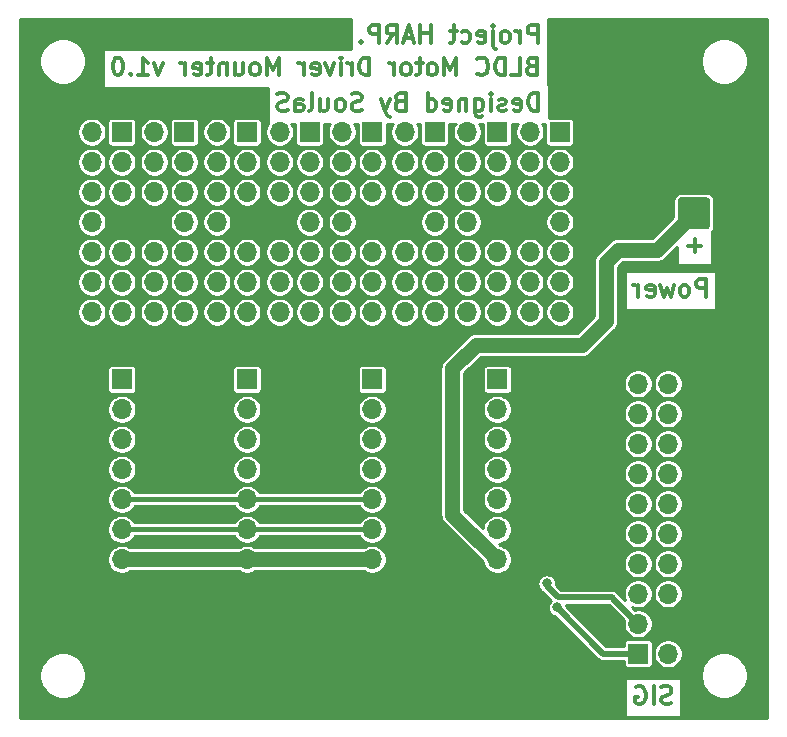
<source format=gbr>
%TF.GenerationSoftware,KiCad,Pcbnew,(5.1.6)-1*%
%TF.CreationDate,2020-08-10T12:50:34+09:00*%
%TF.ProjectId,BLDC__MD_Mounter,424c4443-5f5f-44d4-945f-4d6f756e7465,rev?*%
%TF.SameCoordinates,Original*%
%TF.FileFunction,Copper,L2,Bot*%
%TF.FilePolarity,Positive*%
%FSLAX46Y46*%
G04 Gerber Fmt 4.6, Leading zero omitted, Abs format (unit mm)*
G04 Created by KiCad (PCBNEW (5.1.6)-1) date 2020-08-10 12:50:34*
%MOMM*%
%LPD*%
G01*
G04 APERTURE LIST*
%TA.AperFunction,NonConductor*%
%ADD10C,0.300000*%
%TD*%
%TA.AperFunction,ComponentPad*%
%ADD11O,1.700000X1.700000*%
%TD*%
%TA.AperFunction,ComponentPad*%
%ADD12R,1.700000X1.700000*%
%TD*%
%TA.AperFunction,ComponentPad*%
%ADD13C,2.700000*%
%TD*%
%TA.AperFunction,ViaPad*%
%ADD14C,0.800000*%
%TD*%
%TA.AperFunction,Conductor*%
%ADD15C,0.406400*%
%TD*%
%TA.AperFunction,Conductor*%
%ADD16C,0.508000*%
%TD*%
%TA.AperFunction,Conductor*%
%ADD17C,1.270000*%
%TD*%
%TA.AperFunction,Conductor*%
%ADD18C,0.254000*%
%TD*%
G04 APERTURE END LIST*
D10*
X156535714Y-115357142D02*
X156321428Y-115428571D01*
X155964285Y-115428571D01*
X155821428Y-115357142D01*
X155750000Y-115285714D01*
X155678571Y-115142857D01*
X155678571Y-115000000D01*
X155750000Y-114857142D01*
X155821428Y-114785714D01*
X155964285Y-114714285D01*
X156250000Y-114642857D01*
X156392857Y-114571428D01*
X156464285Y-114500000D01*
X156535714Y-114357142D01*
X156535714Y-114214285D01*
X156464285Y-114071428D01*
X156392857Y-114000000D01*
X156250000Y-113928571D01*
X155892857Y-113928571D01*
X155678571Y-114000000D01*
X155035714Y-115428571D02*
X155035714Y-113928571D01*
X153535714Y-114000000D02*
X153678571Y-113928571D01*
X153892857Y-113928571D01*
X154107142Y-114000000D01*
X154250000Y-114142857D01*
X154321428Y-114285714D01*
X154392857Y-114571428D01*
X154392857Y-114785714D01*
X154321428Y-115071428D01*
X154250000Y-115214285D01*
X154107142Y-115357142D01*
X153892857Y-115428571D01*
X153750000Y-115428571D01*
X153535714Y-115357142D01*
X153464285Y-115285714D01*
X153464285Y-114785714D01*
X153750000Y-114785714D01*
X159071428Y-76607142D02*
X157928571Y-76607142D01*
X158500000Y-77178571D02*
X158500000Y-76035714D01*
X159464285Y-80928571D02*
X159464285Y-79428571D01*
X158892857Y-79428571D01*
X158750000Y-79500000D01*
X158678571Y-79571428D01*
X158607142Y-79714285D01*
X158607142Y-79928571D01*
X158678571Y-80071428D01*
X158750000Y-80142857D01*
X158892857Y-80214285D01*
X159464285Y-80214285D01*
X157750000Y-80928571D02*
X157892857Y-80857142D01*
X157964285Y-80785714D01*
X158035714Y-80642857D01*
X158035714Y-80214285D01*
X157964285Y-80071428D01*
X157892857Y-80000000D01*
X157750000Y-79928571D01*
X157535714Y-79928571D01*
X157392857Y-80000000D01*
X157321428Y-80071428D01*
X157250000Y-80214285D01*
X157250000Y-80642857D01*
X157321428Y-80785714D01*
X157392857Y-80857142D01*
X157535714Y-80928571D01*
X157750000Y-80928571D01*
X156750000Y-79928571D02*
X156464285Y-80928571D01*
X156178571Y-80214285D01*
X155892857Y-80928571D01*
X155607142Y-79928571D01*
X154464285Y-80857142D02*
X154607142Y-80928571D01*
X154892857Y-80928571D01*
X155035714Y-80857142D01*
X155107142Y-80714285D01*
X155107142Y-80142857D01*
X155035714Y-80000000D01*
X154892857Y-79928571D01*
X154607142Y-79928571D01*
X154464285Y-80000000D01*
X154392857Y-80142857D01*
X154392857Y-80285714D01*
X155107142Y-80428571D01*
X153750000Y-80928571D02*
X153750000Y-79928571D01*
X153750000Y-80214285D02*
X153678571Y-80071428D01*
X153607142Y-80000000D01*
X153464285Y-79928571D01*
X153321428Y-79928571D01*
X145250000Y-65178571D02*
X145250000Y-63678571D01*
X144892857Y-63678571D01*
X144678571Y-63750000D01*
X144535714Y-63892857D01*
X144464285Y-64035714D01*
X144392857Y-64321428D01*
X144392857Y-64535714D01*
X144464285Y-64821428D01*
X144535714Y-64964285D01*
X144678571Y-65107142D01*
X144892857Y-65178571D01*
X145250000Y-65178571D01*
X143178571Y-65107142D02*
X143321428Y-65178571D01*
X143607142Y-65178571D01*
X143750000Y-65107142D01*
X143821428Y-64964285D01*
X143821428Y-64392857D01*
X143750000Y-64250000D01*
X143607142Y-64178571D01*
X143321428Y-64178571D01*
X143178571Y-64250000D01*
X143107142Y-64392857D01*
X143107142Y-64535714D01*
X143821428Y-64678571D01*
X142535714Y-65107142D02*
X142392857Y-65178571D01*
X142107142Y-65178571D01*
X141964285Y-65107142D01*
X141892857Y-64964285D01*
X141892857Y-64892857D01*
X141964285Y-64750000D01*
X142107142Y-64678571D01*
X142321428Y-64678571D01*
X142464285Y-64607142D01*
X142535714Y-64464285D01*
X142535714Y-64392857D01*
X142464285Y-64250000D01*
X142321428Y-64178571D01*
X142107142Y-64178571D01*
X141964285Y-64250000D01*
X141250000Y-65178571D02*
X141250000Y-64178571D01*
X141250000Y-63678571D02*
X141321428Y-63750000D01*
X141250000Y-63821428D01*
X141178571Y-63750000D01*
X141250000Y-63678571D01*
X141250000Y-63821428D01*
X139892857Y-64178571D02*
X139892857Y-65392857D01*
X139964285Y-65535714D01*
X140035714Y-65607142D01*
X140178571Y-65678571D01*
X140392857Y-65678571D01*
X140535714Y-65607142D01*
X139892857Y-65107142D02*
X140035714Y-65178571D01*
X140321428Y-65178571D01*
X140464285Y-65107142D01*
X140535714Y-65035714D01*
X140607142Y-64892857D01*
X140607142Y-64464285D01*
X140535714Y-64321428D01*
X140464285Y-64250000D01*
X140321428Y-64178571D01*
X140035714Y-64178571D01*
X139892857Y-64250000D01*
X139178571Y-64178571D02*
X139178571Y-65178571D01*
X139178571Y-64321428D02*
X139107142Y-64250000D01*
X138964285Y-64178571D01*
X138750000Y-64178571D01*
X138607142Y-64250000D01*
X138535714Y-64392857D01*
X138535714Y-65178571D01*
X137250000Y-65107142D02*
X137392857Y-65178571D01*
X137678571Y-65178571D01*
X137821428Y-65107142D01*
X137892857Y-64964285D01*
X137892857Y-64392857D01*
X137821428Y-64250000D01*
X137678571Y-64178571D01*
X137392857Y-64178571D01*
X137250000Y-64250000D01*
X137178571Y-64392857D01*
X137178571Y-64535714D01*
X137892857Y-64678571D01*
X135892857Y-65178571D02*
X135892857Y-63678571D01*
X135892857Y-65107142D02*
X136035714Y-65178571D01*
X136321428Y-65178571D01*
X136464285Y-65107142D01*
X136535714Y-65035714D01*
X136607142Y-64892857D01*
X136607142Y-64464285D01*
X136535714Y-64321428D01*
X136464285Y-64250000D01*
X136321428Y-64178571D01*
X136035714Y-64178571D01*
X135892857Y-64250000D01*
X133535714Y-64392857D02*
X133321428Y-64464285D01*
X133250000Y-64535714D01*
X133178571Y-64678571D01*
X133178571Y-64892857D01*
X133250000Y-65035714D01*
X133321428Y-65107142D01*
X133464285Y-65178571D01*
X134035714Y-65178571D01*
X134035714Y-63678571D01*
X133535714Y-63678571D01*
X133392857Y-63750000D01*
X133321428Y-63821428D01*
X133250000Y-63964285D01*
X133250000Y-64107142D01*
X133321428Y-64250000D01*
X133392857Y-64321428D01*
X133535714Y-64392857D01*
X134035714Y-64392857D01*
X132678571Y-64178571D02*
X132321428Y-65178571D01*
X131964285Y-64178571D02*
X132321428Y-65178571D01*
X132464285Y-65535714D01*
X132535714Y-65607142D01*
X132678571Y-65678571D01*
X130321428Y-65107142D02*
X130107142Y-65178571D01*
X129750000Y-65178571D01*
X129607142Y-65107142D01*
X129535714Y-65035714D01*
X129464285Y-64892857D01*
X129464285Y-64750000D01*
X129535714Y-64607142D01*
X129607142Y-64535714D01*
X129750000Y-64464285D01*
X130035714Y-64392857D01*
X130178571Y-64321428D01*
X130250000Y-64250000D01*
X130321428Y-64107142D01*
X130321428Y-63964285D01*
X130250000Y-63821428D01*
X130178571Y-63750000D01*
X130035714Y-63678571D01*
X129678571Y-63678571D01*
X129464285Y-63750000D01*
X128607142Y-65178571D02*
X128750000Y-65107142D01*
X128821428Y-65035714D01*
X128892857Y-64892857D01*
X128892857Y-64464285D01*
X128821428Y-64321428D01*
X128750000Y-64250000D01*
X128607142Y-64178571D01*
X128392857Y-64178571D01*
X128250000Y-64250000D01*
X128178571Y-64321428D01*
X128107142Y-64464285D01*
X128107142Y-64892857D01*
X128178571Y-65035714D01*
X128250000Y-65107142D01*
X128392857Y-65178571D01*
X128607142Y-65178571D01*
X126821428Y-64178571D02*
X126821428Y-65178571D01*
X127464285Y-64178571D02*
X127464285Y-64964285D01*
X127392857Y-65107142D01*
X127250000Y-65178571D01*
X127035714Y-65178571D01*
X126892857Y-65107142D01*
X126821428Y-65035714D01*
X125892857Y-65178571D02*
X126035714Y-65107142D01*
X126107142Y-64964285D01*
X126107142Y-63678571D01*
X124678571Y-65178571D02*
X124678571Y-64392857D01*
X124750000Y-64250000D01*
X124892857Y-64178571D01*
X125178571Y-64178571D01*
X125321428Y-64250000D01*
X124678571Y-65107142D02*
X124821428Y-65178571D01*
X125178571Y-65178571D01*
X125321428Y-65107142D01*
X125392857Y-64964285D01*
X125392857Y-64821428D01*
X125321428Y-64678571D01*
X125178571Y-64607142D01*
X124821428Y-64607142D01*
X124678571Y-64535714D01*
X124035714Y-65107142D02*
X123821428Y-65178571D01*
X123464285Y-65178571D01*
X123321428Y-65107142D01*
X123250000Y-65035714D01*
X123178571Y-64892857D01*
X123178571Y-64750000D01*
X123250000Y-64607142D01*
X123321428Y-64535714D01*
X123464285Y-64464285D01*
X123750000Y-64392857D01*
X123892857Y-64321428D01*
X123964285Y-64250000D01*
X124035714Y-64107142D01*
X124035714Y-63964285D01*
X123964285Y-63821428D01*
X123892857Y-63750000D01*
X123750000Y-63678571D01*
X123392857Y-63678571D01*
X123178571Y-63750000D01*
X144678571Y-61392857D02*
X144464285Y-61464285D01*
X144392857Y-61535714D01*
X144321428Y-61678571D01*
X144321428Y-61892857D01*
X144392857Y-62035714D01*
X144464285Y-62107142D01*
X144607142Y-62178571D01*
X145178571Y-62178571D01*
X145178571Y-60678571D01*
X144678571Y-60678571D01*
X144535714Y-60750000D01*
X144464285Y-60821428D01*
X144392857Y-60964285D01*
X144392857Y-61107142D01*
X144464285Y-61250000D01*
X144535714Y-61321428D01*
X144678571Y-61392857D01*
X145178571Y-61392857D01*
X142964285Y-62178571D02*
X143678571Y-62178571D01*
X143678571Y-60678571D01*
X142464285Y-62178571D02*
X142464285Y-60678571D01*
X142107142Y-60678571D01*
X141892857Y-60750000D01*
X141750000Y-60892857D01*
X141678571Y-61035714D01*
X141607142Y-61321428D01*
X141607142Y-61535714D01*
X141678571Y-61821428D01*
X141750000Y-61964285D01*
X141892857Y-62107142D01*
X142107142Y-62178571D01*
X142464285Y-62178571D01*
X140107142Y-62035714D02*
X140178571Y-62107142D01*
X140392857Y-62178571D01*
X140535714Y-62178571D01*
X140750000Y-62107142D01*
X140892857Y-61964285D01*
X140964285Y-61821428D01*
X141035714Y-61535714D01*
X141035714Y-61321428D01*
X140964285Y-61035714D01*
X140892857Y-60892857D01*
X140750000Y-60750000D01*
X140535714Y-60678571D01*
X140392857Y-60678571D01*
X140178571Y-60750000D01*
X140107142Y-60821428D01*
X138321428Y-62178571D02*
X138321428Y-60678571D01*
X137821428Y-61750000D01*
X137321428Y-60678571D01*
X137321428Y-62178571D01*
X136392857Y-62178571D02*
X136535714Y-62107142D01*
X136607142Y-62035714D01*
X136678571Y-61892857D01*
X136678571Y-61464285D01*
X136607142Y-61321428D01*
X136535714Y-61250000D01*
X136392857Y-61178571D01*
X136178571Y-61178571D01*
X136035714Y-61250000D01*
X135964285Y-61321428D01*
X135892857Y-61464285D01*
X135892857Y-61892857D01*
X135964285Y-62035714D01*
X136035714Y-62107142D01*
X136178571Y-62178571D01*
X136392857Y-62178571D01*
X135464285Y-61178571D02*
X134892857Y-61178571D01*
X135250000Y-60678571D02*
X135250000Y-61964285D01*
X135178571Y-62107142D01*
X135035714Y-62178571D01*
X134892857Y-62178571D01*
X134178571Y-62178571D02*
X134321428Y-62107142D01*
X134392857Y-62035714D01*
X134464285Y-61892857D01*
X134464285Y-61464285D01*
X134392857Y-61321428D01*
X134321428Y-61250000D01*
X134178571Y-61178571D01*
X133964285Y-61178571D01*
X133821428Y-61250000D01*
X133750000Y-61321428D01*
X133678571Y-61464285D01*
X133678571Y-61892857D01*
X133750000Y-62035714D01*
X133821428Y-62107142D01*
X133964285Y-62178571D01*
X134178571Y-62178571D01*
X133035714Y-62178571D02*
X133035714Y-61178571D01*
X133035714Y-61464285D02*
X132964285Y-61321428D01*
X132892857Y-61250000D01*
X132750000Y-61178571D01*
X132607142Y-61178571D01*
X130964285Y-62178571D02*
X130964285Y-60678571D01*
X130607142Y-60678571D01*
X130392857Y-60750000D01*
X130250000Y-60892857D01*
X130178571Y-61035714D01*
X130107142Y-61321428D01*
X130107142Y-61535714D01*
X130178571Y-61821428D01*
X130250000Y-61964285D01*
X130392857Y-62107142D01*
X130607142Y-62178571D01*
X130964285Y-62178571D01*
X129464285Y-62178571D02*
X129464285Y-61178571D01*
X129464285Y-61464285D02*
X129392857Y-61321428D01*
X129321428Y-61250000D01*
X129178571Y-61178571D01*
X129035714Y-61178571D01*
X128535714Y-62178571D02*
X128535714Y-61178571D01*
X128535714Y-60678571D02*
X128607142Y-60750000D01*
X128535714Y-60821428D01*
X128464285Y-60750000D01*
X128535714Y-60678571D01*
X128535714Y-60821428D01*
X127964285Y-61178571D02*
X127607142Y-62178571D01*
X127250000Y-61178571D01*
X126107142Y-62107142D02*
X126250000Y-62178571D01*
X126535714Y-62178571D01*
X126678571Y-62107142D01*
X126750000Y-61964285D01*
X126750000Y-61392857D01*
X126678571Y-61250000D01*
X126535714Y-61178571D01*
X126250000Y-61178571D01*
X126107142Y-61250000D01*
X126035714Y-61392857D01*
X126035714Y-61535714D01*
X126750000Y-61678571D01*
X125392857Y-62178571D02*
X125392857Y-61178571D01*
X125392857Y-61464285D02*
X125321428Y-61321428D01*
X125250000Y-61250000D01*
X125107142Y-61178571D01*
X124964285Y-61178571D01*
X123321428Y-62178571D02*
X123321428Y-60678571D01*
X122821428Y-61750000D01*
X122321428Y-60678571D01*
X122321428Y-62178571D01*
X121392857Y-62178571D02*
X121535714Y-62107142D01*
X121607142Y-62035714D01*
X121678571Y-61892857D01*
X121678571Y-61464285D01*
X121607142Y-61321428D01*
X121535714Y-61250000D01*
X121392857Y-61178571D01*
X121178571Y-61178571D01*
X121035714Y-61250000D01*
X120964285Y-61321428D01*
X120892857Y-61464285D01*
X120892857Y-61892857D01*
X120964285Y-62035714D01*
X121035714Y-62107142D01*
X121178571Y-62178571D01*
X121392857Y-62178571D01*
X119607142Y-61178571D02*
X119607142Y-62178571D01*
X120250000Y-61178571D02*
X120250000Y-61964285D01*
X120178571Y-62107142D01*
X120035714Y-62178571D01*
X119821428Y-62178571D01*
X119678571Y-62107142D01*
X119607142Y-62035714D01*
X118892857Y-61178571D02*
X118892857Y-62178571D01*
X118892857Y-61321428D02*
X118821428Y-61250000D01*
X118678571Y-61178571D01*
X118464285Y-61178571D01*
X118321428Y-61250000D01*
X118250000Y-61392857D01*
X118250000Y-62178571D01*
X117750000Y-61178571D02*
X117178571Y-61178571D01*
X117535714Y-60678571D02*
X117535714Y-61964285D01*
X117464285Y-62107142D01*
X117321428Y-62178571D01*
X117178571Y-62178571D01*
X116107142Y-62107142D02*
X116250000Y-62178571D01*
X116535714Y-62178571D01*
X116678571Y-62107142D01*
X116750000Y-61964285D01*
X116750000Y-61392857D01*
X116678571Y-61250000D01*
X116535714Y-61178571D01*
X116250000Y-61178571D01*
X116107142Y-61250000D01*
X116035714Y-61392857D01*
X116035714Y-61535714D01*
X116750000Y-61678571D01*
X115392857Y-62178571D02*
X115392857Y-61178571D01*
X115392857Y-61464285D02*
X115321428Y-61321428D01*
X115250000Y-61250000D01*
X115107142Y-61178571D01*
X114964285Y-61178571D01*
X113464285Y-61178571D02*
X113107142Y-62178571D01*
X112750000Y-61178571D01*
X111392857Y-62178571D02*
X112250000Y-62178571D01*
X111821428Y-62178571D02*
X111821428Y-60678571D01*
X111964285Y-60892857D01*
X112107142Y-61035714D01*
X112250000Y-61107142D01*
X110750000Y-62035714D02*
X110678571Y-62107142D01*
X110750000Y-62178571D01*
X110821428Y-62107142D01*
X110750000Y-62035714D01*
X110750000Y-62178571D01*
X109750000Y-60678571D02*
X109607142Y-60678571D01*
X109464285Y-60750000D01*
X109392857Y-60821428D01*
X109321428Y-60964285D01*
X109250000Y-61250000D01*
X109250000Y-61607142D01*
X109321428Y-61892857D01*
X109392857Y-62035714D01*
X109464285Y-62107142D01*
X109607142Y-62178571D01*
X109750000Y-62178571D01*
X109892857Y-62107142D01*
X109964285Y-62035714D01*
X110035714Y-61892857D01*
X110107142Y-61607142D01*
X110107142Y-61250000D01*
X110035714Y-60964285D01*
X109964285Y-60821428D01*
X109892857Y-60750000D01*
X109750000Y-60678571D01*
X145214285Y-59428571D02*
X145214285Y-57928571D01*
X144642857Y-57928571D01*
X144500000Y-58000000D01*
X144428571Y-58071428D01*
X144357142Y-58214285D01*
X144357142Y-58428571D01*
X144428571Y-58571428D01*
X144500000Y-58642857D01*
X144642857Y-58714285D01*
X145214285Y-58714285D01*
X143714285Y-59428571D02*
X143714285Y-58428571D01*
X143714285Y-58714285D02*
X143642857Y-58571428D01*
X143571428Y-58500000D01*
X143428571Y-58428571D01*
X143285714Y-58428571D01*
X142571428Y-59428571D02*
X142714285Y-59357142D01*
X142785714Y-59285714D01*
X142857142Y-59142857D01*
X142857142Y-58714285D01*
X142785714Y-58571428D01*
X142714285Y-58500000D01*
X142571428Y-58428571D01*
X142357142Y-58428571D01*
X142214285Y-58500000D01*
X142142857Y-58571428D01*
X142071428Y-58714285D01*
X142071428Y-59142857D01*
X142142857Y-59285714D01*
X142214285Y-59357142D01*
X142357142Y-59428571D01*
X142571428Y-59428571D01*
X141428571Y-58428571D02*
X141428571Y-59714285D01*
X141500000Y-59857142D01*
X141642857Y-59928571D01*
X141714285Y-59928571D01*
X141428571Y-57928571D02*
X141500000Y-58000000D01*
X141428571Y-58071428D01*
X141357142Y-58000000D01*
X141428571Y-57928571D01*
X141428571Y-58071428D01*
X140142857Y-59357142D02*
X140285714Y-59428571D01*
X140571428Y-59428571D01*
X140714285Y-59357142D01*
X140785714Y-59214285D01*
X140785714Y-58642857D01*
X140714285Y-58500000D01*
X140571428Y-58428571D01*
X140285714Y-58428571D01*
X140142857Y-58500000D01*
X140071428Y-58642857D01*
X140071428Y-58785714D01*
X140785714Y-58928571D01*
X138785714Y-59357142D02*
X138928571Y-59428571D01*
X139214285Y-59428571D01*
X139357142Y-59357142D01*
X139428571Y-59285714D01*
X139500000Y-59142857D01*
X139500000Y-58714285D01*
X139428571Y-58571428D01*
X139357142Y-58500000D01*
X139214285Y-58428571D01*
X138928571Y-58428571D01*
X138785714Y-58500000D01*
X138357142Y-58428571D02*
X137785714Y-58428571D01*
X138142857Y-57928571D02*
X138142857Y-59214285D01*
X138071428Y-59357142D01*
X137928571Y-59428571D01*
X137785714Y-59428571D01*
X136142857Y-59428571D02*
X136142857Y-57928571D01*
X136142857Y-58642857D02*
X135285714Y-58642857D01*
X135285714Y-59428571D02*
X135285714Y-57928571D01*
X134642857Y-59000000D02*
X133928571Y-59000000D01*
X134785714Y-59428571D02*
X134285714Y-57928571D01*
X133785714Y-59428571D01*
X132428571Y-59428571D02*
X132928571Y-58714285D01*
X133285714Y-59428571D02*
X133285714Y-57928571D01*
X132714285Y-57928571D01*
X132571428Y-58000000D01*
X132500000Y-58071428D01*
X132428571Y-58214285D01*
X132428571Y-58428571D01*
X132500000Y-58571428D01*
X132571428Y-58642857D01*
X132714285Y-58714285D01*
X133285714Y-58714285D01*
X131785714Y-59428571D02*
X131785714Y-57928571D01*
X131214285Y-57928571D01*
X131071428Y-58000000D01*
X131000000Y-58071428D01*
X130928571Y-58214285D01*
X130928571Y-58428571D01*
X131000000Y-58571428D01*
X131071428Y-58642857D01*
X131214285Y-58714285D01*
X131785714Y-58714285D01*
X130285714Y-59285714D02*
X130214285Y-59357142D01*
X130285714Y-59428571D01*
X130357142Y-59357142D01*
X130285714Y-59285714D01*
X130285714Y-59428571D01*
D11*
%TO.P,J4,8*%
%TO.N,GND*%
X110000000Y-105709600D03*
%TO.P,J4,7*%
%TO.N,VCC*%
X110000000Y-103169600D03*
%TO.P,J4,6*%
%TO.N,+5V*%
X110000000Y-100629600D03*
%TO.P,J4,5*%
%TO.N,+3V3*%
X110000000Y-98089600D03*
%TO.P,J4,4*%
%TO.N,/RD_1*%
X110000000Y-95549600D03*
%TO.P,J4,3*%
%TO.N,/PWM_1*%
X110000000Y-93009600D03*
%TO.P,J4,2*%
%TO.N,/FR_1*%
X110000000Y-90469600D03*
D12*
%TO.P,J4,1*%
%TO.N,/FG_1*%
X110000000Y-87929600D03*
%TD*%
D11*
%TO.P,J11,8*%
%TO.N,GND*%
X131200000Y-105709600D03*
%TO.P,J11,7*%
%TO.N,VCC*%
X131200000Y-103169600D03*
%TO.P,J11,6*%
%TO.N,+5V*%
X131200000Y-100629600D03*
%TO.P,J11,5*%
%TO.N,+3V3*%
X131200000Y-98089600D03*
%TO.P,J11,4*%
%TO.N,/RD_3*%
X131200000Y-95549600D03*
%TO.P,J11,3*%
%TO.N,/PWM_3*%
X131200000Y-93009600D03*
%TO.P,J11,2*%
%TO.N,/FR_3*%
X131200000Y-90469600D03*
D12*
%TO.P,J11,1*%
%TO.N,/FG_3*%
X131200000Y-87929600D03*
%TD*%
D11*
%TO.P,J14,8*%
%TO.N,GND*%
X141800000Y-105709600D03*
%TO.P,J14,7*%
%TO.N,VCC*%
X141800000Y-103169600D03*
%TO.P,J14,6*%
%TO.N,+5V*%
X141800000Y-100629600D03*
%TO.P,J14,5*%
%TO.N,+3V3*%
X141800000Y-98089600D03*
%TO.P,J14,4*%
%TO.N,/RD_4*%
X141800000Y-95549600D03*
%TO.P,J14,3*%
%TO.N,/PWM_4*%
X141800000Y-93009600D03*
%TO.P,J14,2*%
%TO.N,/FR_4*%
X141800000Y-90469600D03*
D12*
%TO.P,J14,1*%
%TO.N,/FG_4*%
X141800000Y-87929600D03*
%TD*%
D11*
%TO.P,J13,14*%
%TO.N,/HALL_C_N_4*%
X139260000Y-82240000D03*
%TO.P,J13,13*%
%TO.N,/HALL_C_P_4*%
X141800000Y-82240000D03*
%TO.P,J13,12*%
%TO.N,Net-(J13-Pad12)*%
X139260000Y-79700000D03*
%TO.P,J13,11*%
%TO.N,/HALL_B_P_4*%
X141800000Y-79700000D03*
%TO.P,J13,10*%
%TO.N,/COIL_B_4*%
X139260000Y-77160000D03*
%TO.P,J13,9*%
%TO.N,+5V*%
X141800000Y-77160000D03*
%TO.P,J13,8*%
%TO.N,/COIL_C_4*%
X139260000Y-74620000D03*
%TO.P,J13,7*%
%TO.N,GND*%
X141800000Y-74620000D03*
%TO.P,J13,6*%
%TO.N,/COIL_A_4*%
X139260000Y-72080000D03*
%TO.P,J13,5*%
%TO.N,/HALL_B_N_4*%
X141800000Y-72080000D03*
%TO.P,J13,4*%
%TO.N,/HALL_A_P_4*%
X139260000Y-69540000D03*
%TO.P,J13,3*%
%TO.N,/HALL_A_N_4*%
X141800000Y-69540000D03*
%TO.P,J13,2*%
%TO.N,Net-(J13-Pad2)*%
X139260000Y-67000000D03*
D12*
%TO.P,J13,1*%
%TO.N,Net-(J13-Pad1)*%
X141800000Y-67000000D03*
%TD*%
D11*
%TO.P,J12,14*%
%TO.N,/HALL_C_P_4*%
X144560000Y-82240000D03*
%TO.P,J12,13*%
%TO.N,/HALL_C_N_4*%
X147100000Y-82240000D03*
%TO.P,J12,12*%
%TO.N,/HALL_B_P_4*%
X144560000Y-79700000D03*
%TO.P,J12,11*%
%TO.N,Net-(J12-Pad11)*%
X147100000Y-79700000D03*
%TO.P,J12,10*%
%TO.N,+5V*%
X144560000Y-77160000D03*
%TO.P,J12,9*%
%TO.N,/COIL_B_4*%
X147100000Y-77160000D03*
%TO.P,J12,8*%
%TO.N,GND*%
X144560000Y-74620000D03*
%TO.P,J12,7*%
%TO.N,/COIL_C_4*%
X147100000Y-74620000D03*
%TO.P,J12,6*%
%TO.N,/HALL_B_N_4*%
X144560000Y-72080000D03*
%TO.P,J12,5*%
%TO.N,/COIL_A_4*%
X147100000Y-72080000D03*
%TO.P,J12,4*%
%TO.N,/HALL_A_N_4*%
X144560000Y-69540000D03*
%TO.P,J12,3*%
%TO.N,/HALL_A_P_4*%
X147100000Y-69540000D03*
%TO.P,J12,2*%
%TO.N,Net-(J12-Pad2)*%
X144560000Y-67000000D03*
D12*
%TO.P,J12,1*%
%TO.N,Net-(J12-Pad1)*%
X147100000Y-67000000D03*
%TD*%
D11*
%TO.P,J10,14*%
%TO.N,/HALL_C_N_3*%
X128660000Y-82240000D03*
%TO.P,J10,13*%
%TO.N,/HALL_C_P_3*%
X131200000Y-82240000D03*
%TO.P,J10,12*%
%TO.N,Net-(J10-Pad12)*%
X128660000Y-79700000D03*
%TO.P,J10,11*%
%TO.N,/HALL_B_P_3*%
X131200000Y-79700000D03*
%TO.P,J10,10*%
%TO.N,/COIL_B_3*%
X128660000Y-77160000D03*
%TO.P,J10,9*%
%TO.N,+5V*%
X131200000Y-77160000D03*
%TO.P,J10,8*%
%TO.N,/COIL_C_3*%
X128660000Y-74620000D03*
%TO.P,J10,7*%
%TO.N,GND*%
X131200000Y-74620000D03*
%TO.P,J10,6*%
%TO.N,/COIL_A_3*%
X128660000Y-72080000D03*
%TO.P,J10,5*%
%TO.N,/HALL_B_N_3*%
X131200000Y-72080000D03*
%TO.P,J10,4*%
%TO.N,/HALL_A_P_3*%
X128660000Y-69540000D03*
%TO.P,J10,3*%
%TO.N,/HALL_A_N_3*%
X131200000Y-69540000D03*
%TO.P,J10,2*%
%TO.N,Net-(J10-Pad2)*%
X128660000Y-67000000D03*
D12*
%TO.P,J10,1*%
%TO.N,Net-(J10-Pad1)*%
X131200000Y-67000000D03*
%TD*%
D11*
%TO.P,J9,14*%
%TO.N,/HALL_C_P_3*%
X133960000Y-82240000D03*
%TO.P,J9,13*%
%TO.N,/HALL_C_N_3*%
X136500000Y-82240000D03*
%TO.P,J9,12*%
%TO.N,/HALL_B_P_3*%
X133960000Y-79700000D03*
%TO.P,J9,11*%
%TO.N,Net-(J9-Pad11)*%
X136500000Y-79700000D03*
%TO.P,J9,10*%
%TO.N,+5V*%
X133960000Y-77160000D03*
%TO.P,J9,9*%
%TO.N,/COIL_B_3*%
X136500000Y-77160000D03*
%TO.P,J9,8*%
%TO.N,GND*%
X133960000Y-74620000D03*
%TO.P,J9,7*%
%TO.N,/COIL_C_3*%
X136500000Y-74620000D03*
%TO.P,J9,6*%
%TO.N,/HALL_B_N_3*%
X133960000Y-72080000D03*
%TO.P,J9,5*%
%TO.N,/COIL_A_3*%
X136500000Y-72080000D03*
%TO.P,J9,4*%
%TO.N,/HALL_A_N_3*%
X133960000Y-69540000D03*
%TO.P,J9,3*%
%TO.N,/HALL_A_P_3*%
X136500000Y-69540000D03*
%TO.P,J9,2*%
%TO.N,Net-(J9-Pad2)*%
X133960000Y-67000000D03*
D12*
%TO.P,J9,1*%
%TO.N,Net-(J9-Pad1)*%
X136500000Y-67000000D03*
%TD*%
D11*
%TO.P,J8,8*%
%TO.N,GND*%
X120600000Y-105709600D03*
%TO.P,J8,7*%
%TO.N,VCC*%
X120600000Y-103169600D03*
%TO.P,J8,6*%
%TO.N,+5V*%
X120600000Y-100629600D03*
%TO.P,J8,5*%
%TO.N,+3V3*%
X120600000Y-98089600D03*
%TO.P,J8,4*%
%TO.N,/RD_2*%
X120600000Y-95549600D03*
%TO.P,J8,3*%
%TO.N,/PWM_2*%
X120600000Y-93009600D03*
%TO.P,J8,2*%
%TO.N,/FR_2*%
X120600000Y-90469600D03*
D12*
%TO.P,J8,1*%
%TO.N,/FG_2*%
X120600000Y-87929600D03*
%TD*%
D11*
%TO.P,J7,14*%
%TO.N,/HALL_C_N_2*%
X118060000Y-82240000D03*
%TO.P,J7,13*%
%TO.N,/HALL_C_P_2*%
X120600000Y-82240000D03*
%TO.P,J7,12*%
%TO.N,Net-(J7-Pad12)*%
X118060000Y-79700000D03*
%TO.P,J7,11*%
%TO.N,/HALL_B_P_2*%
X120600000Y-79700000D03*
%TO.P,J7,10*%
%TO.N,/COIL_B_2*%
X118060000Y-77160000D03*
%TO.P,J7,9*%
%TO.N,+5V*%
X120600000Y-77160000D03*
%TO.P,J7,8*%
%TO.N,/COIL_C_2*%
X118060000Y-74620000D03*
%TO.P,J7,7*%
%TO.N,GND*%
X120600000Y-74620000D03*
%TO.P,J7,6*%
%TO.N,/COIL_A_2*%
X118060000Y-72080000D03*
%TO.P,J7,5*%
%TO.N,/HALL_B_N_2*%
X120600000Y-72080000D03*
%TO.P,J7,4*%
%TO.N,/HALL_A_P_2*%
X118060000Y-69540000D03*
%TO.P,J7,3*%
%TO.N,/HALL_A_N_2*%
X120600000Y-69540000D03*
%TO.P,J7,2*%
%TO.N,Net-(J7-Pad2)*%
X118060000Y-67000000D03*
D12*
%TO.P,J7,1*%
%TO.N,Net-(J7-Pad1)*%
X120600000Y-67000000D03*
%TD*%
D11*
%TO.P,J6,14*%
%TO.N,/HALL_C_P_2*%
X123360000Y-82240000D03*
%TO.P,J6,13*%
%TO.N,/HALL_C_N_2*%
X125900000Y-82240000D03*
%TO.P,J6,12*%
%TO.N,/HALL_B_P_2*%
X123360000Y-79700000D03*
%TO.P,J6,11*%
%TO.N,Net-(J6-Pad11)*%
X125900000Y-79700000D03*
%TO.P,J6,10*%
%TO.N,+5V*%
X123360000Y-77160000D03*
%TO.P,J6,9*%
%TO.N,/COIL_B_2*%
X125900000Y-77160000D03*
%TO.P,J6,8*%
%TO.N,GND*%
X123360000Y-74620000D03*
%TO.P,J6,7*%
%TO.N,/COIL_C_2*%
X125900000Y-74620000D03*
%TO.P,J6,6*%
%TO.N,/HALL_B_N_2*%
X123360000Y-72080000D03*
%TO.P,J6,5*%
%TO.N,/COIL_A_2*%
X125900000Y-72080000D03*
%TO.P,J6,4*%
%TO.N,/HALL_A_N_2*%
X123360000Y-69540000D03*
%TO.P,J6,3*%
%TO.N,/HALL_A_P_2*%
X125900000Y-69540000D03*
%TO.P,J6,2*%
%TO.N,Net-(J6-Pad2)*%
X123360000Y-67000000D03*
D12*
%TO.P,J6,1*%
%TO.N,Net-(J6-Pad1)*%
X125900000Y-67000000D03*
%TD*%
D13*
%TO.P,J5,2*%
%TO.N,GND*%
X154485200Y-73863200D03*
%TO.P,J5,1*%
%TO.N,VCC*%
%TA.AperFunction,ComponentPad*%
G36*
G01*
X159795200Y-72763201D02*
X159795200Y-74963199D01*
G75*
G02*
X159545199Y-75213200I-250001J0D01*
G01*
X157345201Y-75213200D01*
G75*
G02*
X157095200Y-74963199I0J250001D01*
G01*
X157095200Y-72763201D01*
G75*
G02*
X157345201Y-72513200I250001J0D01*
G01*
X159545199Y-72513200D01*
G75*
G02*
X159795200Y-72763201I0J-250001D01*
G01*
G37*
%TD.AperFunction*%
%TD*%
D11*
%TO.P,J3,20*%
%TO.N,/RD_4*%
X156260800Y-88290400D03*
%TO.P,J3,19*%
%TO.N,/FG_2*%
X153720800Y-88290400D03*
%TO.P,J3,18*%
%TO.N,/PWM_4*%
X156260800Y-90830400D03*
%TO.P,J3,17*%
%TO.N,/FR_2*%
X153720800Y-90830400D03*
%TO.P,J3,16*%
%TO.N,/FR_4*%
X156260800Y-93370400D03*
%TO.P,J3,15*%
%TO.N,/PWM_2*%
X153720800Y-93370400D03*
%TO.P,J3,14*%
%TO.N,/FG_4*%
X156260800Y-95910400D03*
%TO.P,J3,13*%
%TO.N,/RD_2*%
X153720800Y-95910400D03*
%TO.P,J3,12*%
%TO.N,/RD_3*%
X156260800Y-98450400D03*
%TO.P,J3,11*%
%TO.N,/FG_1*%
X153720800Y-98450400D03*
%TO.P,J3,10*%
%TO.N,/PWM_3*%
X156260800Y-100990400D03*
%TO.P,J3,9*%
%TO.N,/FR_1*%
X153720800Y-100990400D03*
%TO.P,J3,8*%
%TO.N,/FR_3*%
X156260800Y-103530400D03*
%TO.P,J3,7*%
%TO.N,/PWM_1*%
X153720800Y-103530400D03*
%TO.P,J3,6*%
%TO.N,/FG_3*%
X156260800Y-106070400D03*
%TO.P,J3,5*%
%TO.N,/RD_1*%
X153720800Y-106070400D03*
%TO.P,J3,4*%
%TO.N,GND*%
X156260800Y-108610400D03*
%TO.P,J3,3*%
%TO.N,+5V*%
X153720800Y-108610400D03*
%TO.P,J3,2*%
%TO.N,Net-(J3-Pad2)*%
X156260800Y-111150400D03*
D12*
%TO.P,J3,1*%
%TO.N,+3V3*%
X153720800Y-111150400D03*
%TD*%
D11*
%TO.P,J2,14*%
%TO.N,/HALL_C_P_1*%
X112760000Y-82240000D03*
%TO.P,J2,13*%
%TO.N,/HALL_C_N_1*%
X115300000Y-82240000D03*
%TO.P,J2,12*%
%TO.N,/HALL_B_P_1*%
X112760000Y-79700000D03*
%TO.P,J2,11*%
%TO.N,Net-(J2-Pad11)*%
X115300000Y-79700000D03*
%TO.P,J2,10*%
%TO.N,+5V*%
X112760000Y-77160000D03*
%TO.P,J2,9*%
%TO.N,/COIL_B_1*%
X115300000Y-77160000D03*
%TO.P,J2,8*%
%TO.N,GND*%
X112760000Y-74620000D03*
%TO.P,J2,7*%
%TO.N,/COIL_C_1*%
X115300000Y-74620000D03*
%TO.P,J2,6*%
%TO.N,/HALL_B_N_1*%
X112760000Y-72080000D03*
%TO.P,J2,5*%
%TO.N,/COIL_A_1*%
X115300000Y-72080000D03*
%TO.P,J2,4*%
%TO.N,/HALL_A_N_1*%
X112760000Y-69540000D03*
%TO.P,J2,3*%
%TO.N,/HALL_A_P_1*%
X115300000Y-69540000D03*
%TO.P,J2,2*%
%TO.N,Net-(J2-Pad2)*%
X112760000Y-67000000D03*
D12*
%TO.P,J2,1*%
%TO.N,Net-(J2-Pad1)*%
X115300000Y-67000000D03*
%TD*%
D11*
%TO.P,J1,14*%
%TO.N,/HALL_C_N_1*%
X107460000Y-82240000D03*
%TO.P,J1,13*%
%TO.N,/HALL_C_P_1*%
X110000000Y-82240000D03*
%TO.P,J1,12*%
%TO.N,Net-(J1-Pad12)*%
X107460000Y-79700000D03*
%TO.P,J1,11*%
%TO.N,/HALL_B_P_1*%
X110000000Y-79700000D03*
%TO.P,J1,10*%
%TO.N,/COIL_B_1*%
X107460000Y-77160000D03*
%TO.P,J1,9*%
%TO.N,+5V*%
X110000000Y-77160000D03*
%TO.P,J1,8*%
%TO.N,/COIL_C_1*%
X107460000Y-74620000D03*
%TO.P,J1,7*%
%TO.N,GND*%
X110000000Y-74620000D03*
%TO.P,J1,6*%
%TO.N,/COIL_A_1*%
X107460000Y-72080000D03*
%TO.P,J1,5*%
%TO.N,/HALL_B_N_1*%
X110000000Y-72080000D03*
%TO.P,J1,4*%
%TO.N,/HALL_A_P_1*%
X107460000Y-69540000D03*
%TO.P,J1,3*%
%TO.N,/HALL_A_N_1*%
X110000000Y-69540000D03*
%TO.P,J1,2*%
%TO.N,Net-(J1-Pad2)*%
X107460000Y-67000000D03*
D12*
%TO.P,J1,1*%
%TO.N,Net-(J1-Pad1)*%
X110000000Y-67000000D03*
%TD*%
D14*
%TO.N,+5V*%
X145977170Y-105206800D03*
%TO.N,+3V3*%
X146831170Y-107238800D03*
%TD*%
D15*
%TO.N,+5V*%
X110000000Y-100629600D02*
X120600000Y-100629600D01*
X120600000Y-100629600D02*
X131200000Y-100629600D01*
D16*
X151495199Y-106384799D02*
X151714200Y-106603800D01*
X146923199Y-106384799D02*
X151495199Y-106384799D01*
X151714200Y-106603800D02*
X153720800Y-108610400D01*
X145977170Y-105206800D02*
X145977170Y-105438770D01*
X145977170Y-105438770D02*
X146923199Y-106384799D01*
%TO.N,+3V3*%
X153720800Y-111150400D02*
X150742770Y-111150400D01*
X150742770Y-111150400D02*
X146831170Y-107238800D01*
D15*
X110000000Y-98089600D02*
X120600000Y-98089600D01*
X120600000Y-98089600D02*
X131200000Y-98089600D01*
D17*
%TO.N,VCC*%
X110000000Y-103169600D02*
X120600000Y-103169600D01*
X120600000Y-103169600D02*
X131200000Y-103169600D01*
X151000000Y-83000000D02*
X149000000Y-85000000D01*
X138000000Y-87000000D02*
X138000000Y-99369600D01*
X149000000Y-85000000D02*
X140000000Y-85000000D01*
X138000000Y-99369600D02*
X141800000Y-103169600D01*
X140000000Y-85000000D02*
X138000000Y-87000000D01*
X151000000Y-83000000D02*
X151000000Y-78000000D01*
X151000000Y-78000000D02*
X152000000Y-77000000D01*
X152000000Y-77000000D02*
X155308400Y-77000000D01*
X155308400Y-77000000D02*
X158445200Y-73863200D01*
%TD*%
D18*
%TO.N,GND*%
G36*
X129397572Y-59964000D02*
G01*
X108433286Y-59964000D01*
X108433286Y-63276000D01*
X122361857Y-63276000D01*
X122361857Y-66276000D01*
X122363250Y-66276000D01*
X122269102Y-66416903D01*
X122176307Y-66640931D01*
X122129000Y-66878757D01*
X122129000Y-67121243D01*
X122176307Y-67359069D01*
X122269102Y-67583097D01*
X122403820Y-67784717D01*
X122575283Y-67956180D01*
X122776903Y-68090898D01*
X123000931Y-68183693D01*
X123238757Y-68231000D01*
X123481243Y-68231000D01*
X123719069Y-68183693D01*
X123943097Y-68090898D01*
X124144717Y-67956180D01*
X124316180Y-67784717D01*
X124450898Y-67583097D01*
X124543693Y-67359069D01*
X124591000Y-67121243D01*
X124591000Y-66878757D01*
X124543693Y-66640931D01*
X124450898Y-66416903D01*
X124356750Y-66276000D01*
X124667157Y-66276000D01*
X124667157Y-67850000D01*
X124674513Y-67924689D01*
X124696299Y-67996508D01*
X124731678Y-68062696D01*
X124779289Y-68120711D01*
X124837304Y-68168322D01*
X124903492Y-68203701D01*
X124975311Y-68225487D01*
X125050000Y-68232843D01*
X126750000Y-68232843D01*
X126824689Y-68225487D01*
X126896508Y-68203701D01*
X126962696Y-68168322D01*
X127020711Y-68120711D01*
X127068322Y-68062696D01*
X127103701Y-67996508D01*
X127125487Y-67924689D01*
X127132843Y-67850000D01*
X127132843Y-66276000D01*
X127663250Y-66276000D01*
X127569102Y-66416903D01*
X127476307Y-66640931D01*
X127429000Y-66878757D01*
X127429000Y-67121243D01*
X127476307Y-67359069D01*
X127569102Y-67583097D01*
X127703820Y-67784717D01*
X127875283Y-67956180D01*
X128076903Y-68090898D01*
X128300931Y-68183693D01*
X128538757Y-68231000D01*
X128781243Y-68231000D01*
X129019069Y-68183693D01*
X129243097Y-68090898D01*
X129444717Y-67956180D01*
X129616180Y-67784717D01*
X129750898Y-67583097D01*
X129843693Y-67359069D01*
X129891000Y-67121243D01*
X129891000Y-66878757D01*
X129843693Y-66640931D01*
X129750898Y-66416903D01*
X129656750Y-66276000D01*
X129967157Y-66276000D01*
X129967157Y-67850000D01*
X129974513Y-67924689D01*
X129996299Y-67996508D01*
X130031678Y-68062696D01*
X130079289Y-68120711D01*
X130137304Y-68168322D01*
X130203492Y-68203701D01*
X130275311Y-68225487D01*
X130350000Y-68232843D01*
X132050000Y-68232843D01*
X132124689Y-68225487D01*
X132196508Y-68203701D01*
X132262696Y-68168322D01*
X132320711Y-68120711D01*
X132368322Y-68062696D01*
X132403701Y-67996508D01*
X132425487Y-67924689D01*
X132432843Y-67850000D01*
X132432843Y-66276000D01*
X132963250Y-66276000D01*
X132869102Y-66416903D01*
X132776307Y-66640931D01*
X132729000Y-66878757D01*
X132729000Y-67121243D01*
X132776307Y-67359069D01*
X132869102Y-67583097D01*
X133003820Y-67784717D01*
X133175283Y-67956180D01*
X133376903Y-68090898D01*
X133600931Y-68183693D01*
X133838757Y-68231000D01*
X134081243Y-68231000D01*
X134319069Y-68183693D01*
X134543097Y-68090898D01*
X134744717Y-67956180D01*
X134916180Y-67784717D01*
X135050898Y-67583097D01*
X135143693Y-67359069D01*
X135191000Y-67121243D01*
X135191000Y-66878757D01*
X135143693Y-66640931D01*
X135050898Y-66416903D01*
X134956750Y-66276000D01*
X135267157Y-66276000D01*
X135267157Y-67850000D01*
X135274513Y-67924689D01*
X135296299Y-67996508D01*
X135331678Y-68062696D01*
X135379289Y-68120711D01*
X135437304Y-68168322D01*
X135503492Y-68203701D01*
X135575311Y-68225487D01*
X135650000Y-68232843D01*
X137350000Y-68232843D01*
X137424689Y-68225487D01*
X137496508Y-68203701D01*
X137562696Y-68168322D01*
X137620711Y-68120711D01*
X137668322Y-68062696D01*
X137703701Y-67996508D01*
X137725487Y-67924689D01*
X137732843Y-67850000D01*
X137732843Y-66276000D01*
X138263250Y-66276000D01*
X138169102Y-66416903D01*
X138076307Y-66640931D01*
X138029000Y-66878757D01*
X138029000Y-67121243D01*
X138076307Y-67359069D01*
X138169102Y-67583097D01*
X138303820Y-67784717D01*
X138475283Y-67956180D01*
X138676903Y-68090898D01*
X138900931Y-68183693D01*
X139138757Y-68231000D01*
X139381243Y-68231000D01*
X139619069Y-68183693D01*
X139843097Y-68090898D01*
X140044717Y-67956180D01*
X140216180Y-67784717D01*
X140350898Y-67583097D01*
X140443693Y-67359069D01*
X140491000Y-67121243D01*
X140491000Y-66878757D01*
X140443693Y-66640931D01*
X140350898Y-66416903D01*
X140256750Y-66276000D01*
X140567157Y-66276000D01*
X140567157Y-67850000D01*
X140574513Y-67924689D01*
X140596299Y-67996508D01*
X140631678Y-68062696D01*
X140679289Y-68120711D01*
X140737304Y-68168322D01*
X140803492Y-68203701D01*
X140875311Y-68225487D01*
X140950000Y-68232843D01*
X142650000Y-68232843D01*
X142724689Y-68225487D01*
X142796508Y-68203701D01*
X142862696Y-68168322D01*
X142920711Y-68120711D01*
X142968322Y-68062696D01*
X143003701Y-67996508D01*
X143025487Y-67924689D01*
X143032843Y-67850000D01*
X143032843Y-66276000D01*
X143563250Y-66276000D01*
X143469102Y-66416903D01*
X143376307Y-66640931D01*
X143329000Y-66878757D01*
X143329000Y-67121243D01*
X143376307Y-67359069D01*
X143469102Y-67583097D01*
X143603820Y-67784717D01*
X143775283Y-67956180D01*
X143976903Y-68090898D01*
X144200931Y-68183693D01*
X144438757Y-68231000D01*
X144681243Y-68231000D01*
X144919069Y-68183693D01*
X145143097Y-68090898D01*
X145344717Y-67956180D01*
X145516180Y-67784717D01*
X145650898Y-67583097D01*
X145743693Y-67359069D01*
X145791000Y-67121243D01*
X145791000Y-66878757D01*
X145743693Y-66640931D01*
X145650898Y-66416903D01*
X145556750Y-66276000D01*
X145867157Y-66276000D01*
X145867157Y-67850000D01*
X145874513Y-67924689D01*
X145896299Y-67996508D01*
X145931678Y-68062696D01*
X145979289Y-68120711D01*
X146037304Y-68168322D01*
X146103492Y-68203701D01*
X146175311Y-68225487D01*
X146250000Y-68232843D01*
X147950000Y-68232843D01*
X148024689Y-68225487D01*
X148096508Y-68203701D01*
X148162696Y-68168322D01*
X148220711Y-68120711D01*
X148268322Y-68062696D01*
X148303701Y-67996508D01*
X148325487Y-67924689D01*
X148332843Y-67850000D01*
X148332843Y-66150000D01*
X148325487Y-66075311D01*
X148303701Y-66003492D01*
X148268322Y-65937304D01*
X148220711Y-65879289D01*
X148162696Y-65831678D01*
X148096508Y-65796299D01*
X148024689Y-65774513D01*
X147950000Y-65767157D01*
X146250000Y-65767157D01*
X146175311Y-65774513D01*
X146138143Y-65785788D01*
X146138143Y-62964000D01*
X146066715Y-62964000D01*
X146066715Y-60804889D01*
X159019000Y-60804889D01*
X159019000Y-61195111D01*
X159095129Y-61577836D01*
X159244461Y-61938355D01*
X159461257Y-62262814D01*
X159737186Y-62538743D01*
X160061645Y-62755539D01*
X160422164Y-62904871D01*
X160804889Y-62981000D01*
X161195111Y-62981000D01*
X161577836Y-62904871D01*
X161938355Y-62755539D01*
X162262814Y-62538743D01*
X162538743Y-62262814D01*
X162755539Y-61938355D01*
X162904871Y-61577836D01*
X162981000Y-61195111D01*
X162981000Y-60804889D01*
X162904871Y-60422164D01*
X162755539Y-60061645D01*
X162538743Y-59737186D01*
X162262814Y-59461257D01*
X161938355Y-59244461D01*
X161577836Y-59095129D01*
X161195111Y-59019000D01*
X160804889Y-59019000D01*
X160422164Y-59095129D01*
X160061645Y-59244461D01*
X159737186Y-59461257D01*
X159461257Y-59737186D01*
X159244461Y-60061645D01*
X159095129Y-60422164D01*
X159019000Y-60804889D01*
X146066715Y-60804889D01*
X146066715Y-60526000D01*
X146102429Y-60526000D01*
X146102429Y-57406000D01*
X164594000Y-57406000D01*
X164594001Y-116594000D01*
X101406000Y-116594000D01*
X101406000Y-112804889D01*
X103019000Y-112804889D01*
X103019000Y-113195111D01*
X103095129Y-113577836D01*
X103244461Y-113938355D01*
X103461257Y-114262814D01*
X103737186Y-114538743D01*
X104061645Y-114755539D01*
X104422164Y-114904871D01*
X104804889Y-114981000D01*
X105195111Y-114981000D01*
X105577836Y-114904871D01*
X105938355Y-114755539D01*
X106262814Y-114538743D01*
X106538743Y-114262814D01*
X106755539Y-113938355D01*
X106904871Y-113577836D01*
X106977242Y-113214000D01*
X152647572Y-113214000D01*
X152647572Y-116526000D01*
X157352429Y-116526000D01*
X157352429Y-113214000D01*
X152647572Y-113214000D01*
X106977242Y-113214000D01*
X106981000Y-113195111D01*
X106981000Y-112804889D01*
X159019000Y-112804889D01*
X159019000Y-113195111D01*
X159095129Y-113577836D01*
X159244461Y-113938355D01*
X159461257Y-114262814D01*
X159737186Y-114538743D01*
X160061645Y-114755539D01*
X160422164Y-114904871D01*
X160804889Y-114981000D01*
X161195111Y-114981000D01*
X161577836Y-114904871D01*
X161938355Y-114755539D01*
X162262814Y-114538743D01*
X162538743Y-114262814D01*
X162755539Y-113938355D01*
X162904871Y-113577836D01*
X162981000Y-113195111D01*
X162981000Y-112804889D01*
X162904871Y-112422164D01*
X162755539Y-112061645D01*
X162538743Y-111737186D01*
X162262814Y-111461257D01*
X161938355Y-111244461D01*
X161577836Y-111095129D01*
X161195111Y-111019000D01*
X160804889Y-111019000D01*
X160422164Y-111095129D01*
X160061645Y-111244461D01*
X159737186Y-111461257D01*
X159461257Y-111737186D01*
X159244461Y-112061645D01*
X159095129Y-112422164D01*
X159019000Y-112804889D01*
X106981000Y-112804889D01*
X106904871Y-112422164D01*
X106755539Y-112061645D01*
X106538743Y-111737186D01*
X106262814Y-111461257D01*
X105938355Y-111244461D01*
X105577836Y-111095129D01*
X105195111Y-111019000D01*
X104804889Y-111019000D01*
X104422164Y-111095129D01*
X104061645Y-111244461D01*
X103737186Y-111461257D01*
X103461257Y-111737186D01*
X103244461Y-112061645D01*
X103095129Y-112422164D01*
X103019000Y-112804889D01*
X101406000Y-112804889D01*
X101406000Y-105129878D01*
X145196170Y-105129878D01*
X145196170Y-105283722D01*
X145226183Y-105434609D01*
X145285057Y-105576742D01*
X145370528Y-105704659D01*
X145432279Y-105766410D01*
X145446633Y-105793264D01*
X145525986Y-105889955D01*
X145550216Y-105909840D01*
X146302922Y-106662547D01*
X146224528Y-106740941D01*
X146139057Y-106868858D01*
X146080183Y-107010991D01*
X146050170Y-107161878D01*
X146050170Y-107315722D01*
X146080183Y-107466609D01*
X146139057Y-107608742D01*
X146224528Y-107736659D01*
X146333311Y-107845442D01*
X146461228Y-107930913D01*
X146603361Y-107989787D01*
X146704188Y-108009843D01*
X150271705Y-111577361D01*
X150291585Y-111601585D01*
X150315809Y-111621465D01*
X150315813Y-111621469D01*
X150388276Y-111680938D01*
X150486607Y-111733497D01*
X150498590Y-111739902D01*
X150618288Y-111776212D01*
X150711578Y-111785400D01*
X150711581Y-111785400D01*
X150742770Y-111788472D01*
X150773959Y-111785400D01*
X152487957Y-111785400D01*
X152487957Y-112000400D01*
X152495313Y-112075089D01*
X152517099Y-112146908D01*
X152552478Y-112213096D01*
X152600089Y-112271111D01*
X152658104Y-112318722D01*
X152724292Y-112354101D01*
X152796111Y-112375887D01*
X152870800Y-112383243D01*
X154570800Y-112383243D01*
X154645489Y-112375887D01*
X154717308Y-112354101D01*
X154783496Y-112318722D01*
X154841511Y-112271111D01*
X154889122Y-112213096D01*
X154924501Y-112146908D01*
X154946287Y-112075089D01*
X154953643Y-112000400D01*
X154953643Y-111029157D01*
X155029800Y-111029157D01*
X155029800Y-111271643D01*
X155077107Y-111509469D01*
X155169902Y-111733497D01*
X155304620Y-111935117D01*
X155476083Y-112106580D01*
X155677703Y-112241298D01*
X155901731Y-112334093D01*
X156139557Y-112381400D01*
X156382043Y-112381400D01*
X156619869Y-112334093D01*
X156843897Y-112241298D01*
X157045517Y-112106580D01*
X157216980Y-111935117D01*
X157351698Y-111733497D01*
X157444493Y-111509469D01*
X157491800Y-111271643D01*
X157491800Y-111029157D01*
X157444493Y-110791331D01*
X157351698Y-110567303D01*
X157216980Y-110365683D01*
X157045517Y-110194220D01*
X156843897Y-110059502D01*
X156619869Y-109966707D01*
X156382043Y-109919400D01*
X156139557Y-109919400D01*
X155901731Y-109966707D01*
X155677703Y-110059502D01*
X155476083Y-110194220D01*
X155304620Y-110365683D01*
X155169902Y-110567303D01*
X155077107Y-110791331D01*
X155029800Y-111029157D01*
X154953643Y-111029157D01*
X154953643Y-110300400D01*
X154946287Y-110225711D01*
X154924501Y-110153892D01*
X154889122Y-110087704D01*
X154841511Y-110029689D01*
X154783496Y-109982078D01*
X154717308Y-109946699D01*
X154645489Y-109924913D01*
X154570800Y-109917557D01*
X152870800Y-109917557D01*
X152796111Y-109924913D01*
X152724292Y-109946699D01*
X152658104Y-109982078D01*
X152600089Y-110029689D01*
X152552478Y-110087704D01*
X152517099Y-110153892D01*
X152495313Y-110225711D01*
X152487957Y-110300400D01*
X152487957Y-110515400D01*
X151005796Y-110515400D01*
X147602213Y-107111818D01*
X147583909Y-107019799D01*
X151232175Y-107019799D01*
X151243132Y-107030756D01*
X152524929Y-108312554D01*
X152489800Y-108489157D01*
X152489800Y-108731643D01*
X152537107Y-108969469D01*
X152629902Y-109193497D01*
X152764620Y-109395117D01*
X152936083Y-109566580D01*
X153137703Y-109701298D01*
X153361731Y-109794093D01*
X153599557Y-109841400D01*
X153842043Y-109841400D01*
X154079869Y-109794093D01*
X154303897Y-109701298D01*
X154505517Y-109566580D01*
X154676980Y-109395117D01*
X154811698Y-109193497D01*
X154904493Y-108969469D01*
X154951800Y-108731643D01*
X154951800Y-108489157D01*
X154904493Y-108251331D01*
X154811698Y-108027303D01*
X154676980Y-107825683D01*
X154505517Y-107654220D01*
X154303897Y-107519502D01*
X154079869Y-107426707D01*
X153842043Y-107379400D01*
X153599557Y-107379400D01*
X153422954Y-107414529D01*
X153192364Y-107183939D01*
X153361731Y-107254093D01*
X153599557Y-107301400D01*
X153842043Y-107301400D01*
X154079869Y-107254093D01*
X154303897Y-107161298D01*
X154505517Y-107026580D01*
X154676980Y-106855117D01*
X154811698Y-106653497D01*
X154904493Y-106429469D01*
X154951800Y-106191643D01*
X154951800Y-105949157D01*
X155029800Y-105949157D01*
X155029800Y-106191643D01*
X155077107Y-106429469D01*
X155169902Y-106653497D01*
X155304620Y-106855117D01*
X155476083Y-107026580D01*
X155677703Y-107161298D01*
X155901731Y-107254093D01*
X156139557Y-107301400D01*
X156382043Y-107301400D01*
X156619869Y-107254093D01*
X156843897Y-107161298D01*
X157045517Y-107026580D01*
X157216980Y-106855117D01*
X157351698Y-106653497D01*
X157444493Y-106429469D01*
X157491800Y-106191643D01*
X157491800Y-105949157D01*
X157444493Y-105711331D01*
X157351698Y-105487303D01*
X157216980Y-105285683D01*
X157045517Y-105114220D01*
X156843897Y-104979502D01*
X156619869Y-104886707D01*
X156382043Y-104839400D01*
X156139557Y-104839400D01*
X155901731Y-104886707D01*
X155677703Y-104979502D01*
X155476083Y-105114220D01*
X155304620Y-105285683D01*
X155169902Y-105487303D01*
X155077107Y-105711331D01*
X155029800Y-105949157D01*
X154951800Y-105949157D01*
X154904493Y-105711331D01*
X154811698Y-105487303D01*
X154676980Y-105285683D01*
X154505517Y-105114220D01*
X154303897Y-104979502D01*
X154079869Y-104886707D01*
X153842043Y-104839400D01*
X153599557Y-104839400D01*
X153361731Y-104886707D01*
X153137703Y-104979502D01*
X152936083Y-105114220D01*
X152764620Y-105285683D01*
X152629902Y-105487303D01*
X152537107Y-105711331D01*
X152489800Y-105949157D01*
X152489800Y-106191643D01*
X152537107Y-106429469D01*
X152607261Y-106598837D01*
X151966273Y-105957849D01*
X151946384Y-105933614D01*
X151849693Y-105854262D01*
X151739379Y-105795297D01*
X151619681Y-105758987D01*
X151526391Y-105749799D01*
X151526380Y-105749799D01*
X151495199Y-105746728D01*
X151464018Y-105749799D01*
X147186224Y-105749799D01*
X146751862Y-105315437D01*
X146758170Y-105283722D01*
X146758170Y-105129878D01*
X146728157Y-104978991D01*
X146669283Y-104836858D01*
X146583812Y-104708941D01*
X146475029Y-104600158D01*
X146347112Y-104514687D01*
X146204979Y-104455813D01*
X146054092Y-104425800D01*
X145900248Y-104425800D01*
X145749361Y-104455813D01*
X145607228Y-104514687D01*
X145479311Y-104600158D01*
X145370528Y-104708941D01*
X145285057Y-104836858D01*
X145226183Y-104978991D01*
X145196170Y-105129878D01*
X101406000Y-105129878D01*
X101406000Y-103048357D01*
X108769000Y-103048357D01*
X108769000Y-103290843D01*
X108816307Y-103528669D01*
X108909102Y-103752697D01*
X109043820Y-103954317D01*
X109215283Y-104125780D01*
X109416903Y-104260498D01*
X109640931Y-104353293D01*
X109878757Y-104400600D01*
X110121243Y-104400600D01*
X110359069Y-104353293D01*
X110583097Y-104260498D01*
X110695190Y-104185600D01*
X119904810Y-104185600D01*
X120016903Y-104260498D01*
X120240931Y-104353293D01*
X120478757Y-104400600D01*
X120721243Y-104400600D01*
X120959069Y-104353293D01*
X121183097Y-104260498D01*
X121295190Y-104185600D01*
X130504810Y-104185600D01*
X130616903Y-104260498D01*
X130840931Y-104353293D01*
X131078757Y-104400600D01*
X131321243Y-104400600D01*
X131559069Y-104353293D01*
X131783097Y-104260498D01*
X131984717Y-104125780D01*
X132156180Y-103954317D01*
X132290898Y-103752697D01*
X132383693Y-103528669D01*
X132431000Y-103290843D01*
X132431000Y-103048357D01*
X132383693Y-102810531D01*
X132290898Y-102586503D01*
X132156180Y-102384883D01*
X131984717Y-102213420D01*
X131783097Y-102078702D01*
X131559069Y-101985907D01*
X131321243Y-101938600D01*
X131078757Y-101938600D01*
X130840931Y-101985907D01*
X130616903Y-102078702D01*
X130504810Y-102153600D01*
X121295190Y-102153600D01*
X121183097Y-102078702D01*
X120959069Y-101985907D01*
X120721243Y-101938600D01*
X120478757Y-101938600D01*
X120240931Y-101985907D01*
X120016903Y-102078702D01*
X119904810Y-102153600D01*
X110695190Y-102153600D01*
X110583097Y-102078702D01*
X110359069Y-101985907D01*
X110121243Y-101938600D01*
X109878757Y-101938600D01*
X109640931Y-101985907D01*
X109416903Y-102078702D01*
X109215283Y-102213420D01*
X109043820Y-102384883D01*
X108909102Y-102586503D01*
X108816307Y-102810531D01*
X108769000Y-103048357D01*
X101406000Y-103048357D01*
X101406000Y-100508357D01*
X108769000Y-100508357D01*
X108769000Y-100750843D01*
X108816307Y-100988669D01*
X108909102Y-101212697D01*
X109043820Y-101414317D01*
X109215283Y-101585780D01*
X109416903Y-101720498D01*
X109640931Y-101813293D01*
X109878757Y-101860600D01*
X110121243Y-101860600D01*
X110359069Y-101813293D01*
X110583097Y-101720498D01*
X110784717Y-101585780D01*
X110956180Y-101414317D01*
X111090161Y-101213800D01*
X119509839Y-101213800D01*
X119643820Y-101414317D01*
X119815283Y-101585780D01*
X120016903Y-101720498D01*
X120240931Y-101813293D01*
X120478757Y-101860600D01*
X120721243Y-101860600D01*
X120959069Y-101813293D01*
X121183097Y-101720498D01*
X121384717Y-101585780D01*
X121556180Y-101414317D01*
X121690161Y-101213800D01*
X130109839Y-101213800D01*
X130243820Y-101414317D01*
X130415283Y-101585780D01*
X130616903Y-101720498D01*
X130840931Y-101813293D01*
X131078757Y-101860600D01*
X131321243Y-101860600D01*
X131559069Y-101813293D01*
X131783097Y-101720498D01*
X131984717Y-101585780D01*
X132156180Y-101414317D01*
X132290898Y-101212697D01*
X132383693Y-100988669D01*
X132431000Y-100750843D01*
X132431000Y-100508357D01*
X132383693Y-100270531D01*
X132290898Y-100046503D01*
X132156180Y-99844883D01*
X131984717Y-99673420D01*
X131783097Y-99538702D01*
X131559069Y-99445907D01*
X131321243Y-99398600D01*
X131078757Y-99398600D01*
X130840931Y-99445907D01*
X130616903Y-99538702D01*
X130415283Y-99673420D01*
X130243820Y-99844883D01*
X130109839Y-100045400D01*
X121690161Y-100045400D01*
X121556180Y-99844883D01*
X121384717Y-99673420D01*
X121183097Y-99538702D01*
X120959069Y-99445907D01*
X120721243Y-99398600D01*
X120478757Y-99398600D01*
X120240931Y-99445907D01*
X120016903Y-99538702D01*
X119815283Y-99673420D01*
X119643820Y-99844883D01*
X119509839Y-100045400D01*
X111090161Y-100045400D01*
X110956180Y-99844883D01*
X110784717Y-99673420D01*
X110583097Y-99538702D01*
X110359069Y-99445907D01*
X110121243Y-99398600D01*
X109878757Y-99398600D01*
X109640931Y-99445907D01*
X109416903Y-99538702D01*
X109215283Y-99673420D01*
X109043820Y-99844883D01*
X108909102Y-100046503D01*
X108816307Y-100270531D01*
X108769000Y-100508357D01*
X101406000Y-100508357D01*
X101406000Y-97968357D01*
X108769000Y-97968357D01*
X108769000Y-98210843D01*
X108816307Y-98448669D01*
X108909102Y-98672697D01*
X109043820Y-98874317D01*
X109215283Y-99045780D01*
X109416903Y-99180498D01*
X109640931Y-99273293D01*
X109878757Y-99320600D01*
X110121243Y-99320600D01*
X110359069Y-99273293D01*
X110583097Y-99180498D01*
X110784717Y-99045780D01*
X110956180Y-98874317D01*
X111090161Y-98673800D01*
X119509839Y-98673800D01*
X119643820Y-98874317D01*
X119815283Y-99045780D01*
X120016903Y-99180498D01*
X120240931Y-99273293D01*
X120478757Y-99320600D01*
X120721243Y-99320600D01*
X120959069Y-99273293D01*
X121183097Y-99180498D01*
X121384717Y-99045780D01*
X121556180Y-98874317D01*
X121690161Y-98673800D01*
X130109839Y-98673800D01*
X130243820Y-98874317D01*
X130415283Y-99045780D01*
X130616903Y-99180498D01*
X130840931Y-99273293D01*
X131078757Y-99320600D01*
X131321243Y-99320600D01*
X131559069Y-99273293D01*
X131783097Y-99180498D01*
X131984717Y-99045780D01*
X132156180Y-98874317D01*
X132290898Y-98672697D01*
X132383693Y-98448669D01*
X132431000Y-98210843D01*
X132431000Y-97968357D01*
X132383693Y-97730531D01*
X132290898Y-97506503D01*
X132156180Y-97304883D01*
X131984717Y-97133420D01*
X131783097Y-96998702D01*
X131559069Y-96905907D01*
X131321243Y-96858600D01*
X131078757Y-96858600D01*
X130840931Y-96905907D01*
X130616903Y-96998702D01*
X130415283Y-97133420D01*
X130243820Y-97304883D01*
X130109839Y-97505400D01*
X121690161Y-97505400D01*
X121556180Y-97304883D01*
X121384717Y-97133420D01*
X121183097Y-96998702D01*
X120959069Y-96905907D01*
X120721243Y-96858600D01*
X120478757Y-96858600D01*
X120240931Y-96905907D01*
X120016903Y-96998702D01*
X119815283Y-97133420D01*
X119643820Y-97304883D01*
X119509839Y-97505400D01*
X111090161Y-97505400D01*
X110956180Y-97304883D01*
X110784717Y-97133420D01*
X110583097Y-96998702D01*
X110359069Y-96905907D01*
X110121243Y-96858600D01*
X109878757Y-96858600D01*
X109640931Y-96905907D01*
X109416903Y-96998702D01*
X109215283Y-97133420D01*
X109043820Y-97304883D01*
X108909102Y-97506503D01*
X108816307Y-97730531D01*
X108769000Y-97968357D01*
X101406000Y-97968357D01*
X101406000Y-95428357D01*
X108769000Y-95428357D01*
X108769000Y-95670843D01*
X108816307Y-95908669D01*
X108909102Y-96132697D01*
X109043820Y-96334317D01*
X109215283Y-96505780D01*
X109416903Y-96640498D01*
X109640931Y-96733293D01*
X109878757Y-96780600D01*
X110121243Y-96780600D01*
X110359069Y-96733293D01*
X110583097Y-96640498D01*
X110784717Y-96505780D01*
X110956180Y-96334317D01*
X111090898Y-96132697D01*
X111183693Y-95908669D01*
X111231000Y-95670843D01*
X111231000Y-95428357D01*
X119369000Y-95428357D01*
X119369000Y-95670843D01*
X119416307Y-95908669D01*
X119509102Y-96132697D01*
X119643820Y-96334317D01*
X119815283Y-96505780D01*
X120016903Y-96640498D01*
X120240931Y-96733293D01*
X120478757Y-96780600D01*
X120721243Y-96780600D01*
X120959069Y-96733293D01*
X121183097Y-96640498D01*
X121384717Y-96505780D01*
X121556180Y-96334317D01*
X121690898Y-96132697D01*
X121783693Y-95908669D01*
X121831000Y-95670843D01*
X121831000Y-95428357D01*
X129969000Y-95428357D01*
X129969000Y-95670843D01*
X130016307Y-95908669D01*
X130109102Y-96132697D01*
X130243820Y-96334317D01*
X130415283Y-96505780D01*
X130616903Y-96640498D01*
X130840931Y-96733293D01*
X131078757Y-96780600D01*
X131321243Y-96780600D01*
X131559069Y-96733293D01*
X131783097Y-96640498D01*
X131984717Y-96505780D01*
X132156180Y-96334317D01*
X132290898Y-96132697D01*
X132383693Y-95908669D01*
X132431000Y-95670843D01*
X132431000Y-95428357D01*
X132383693Y-95190531D01*
X132290898Y-94966503D01*
X132156180Y-94764883D01*
X131984717Y-94593420D01*
X131783097Y-94458702D01*
X131559069Y-94365907D01*
X131321243Y-94318600D01*
X131078757Y-94318600D01*
X130840931Y-94365907D01*
X130616903Y-94458702D01*
X130415283Y-94593420D01*
X130243820Y-94764883D01*
X130109102Y-94966503D01*
X130016307Y-95190531D01*
X129969000Y-95428357D01*
X121831000Y-95428357D01*
X121783693Y-95190531D01*
X121690898Y-94966503D01*
X121556180Y-94764883D01*
X121384717Y-94593420D01*
X121183097Y-94458702D01*
X120959069Y-94365907D01*
X120721243Y-94318600D01*
X120478757Y-94318600D01*
X120240931Y-94365907D01*
X120016903Y-94458702D01*
X119815283Y-94593420D01*
X119643820Y-94764883D01*
X119509102Y-94966503D01*
X119416307Y-95190531D01*
X119369000Y-95428357D01*
X111231000Y-95428357D01*
X111183693Y-95190531D01*
X111090898Y-94966503D01*
X110956180Y-94764883D01*
X110784717Y-94593420D01*
X110583097Y-94458702D01*
X110359069Y-94365907D01*
X110121243Y-94318600D01*
X109878757Y-94318600D01*
X109640931Y-94365907D01*
X109416903Y-94458702D01*
X109215283Y-94593420D01*
X109043820Y-94764883D01*
X108909102Y-94966503D01*
X108816307Y-95190531D01*
X108769000Y-95428357D01*
X101406000Y-95428357D01*
X101406000Y-92888357D01*
X108769000Y-92888357D01*
X108769000Y-93130843D01*
X108816307Y-93368669D01*
X108909102Y-93592697D01*
X109043820Y-93794317D01*
X109215283Y-93965780D01*
X109416903Y-94100498D01*
X109640931Y-94193293D01*
X109878757Y-94240600D01*
X110121243Y-94240600D01*
X110359069Y-94193293D01*
X110583097Y-94100498D01*
X110784717Y-93965780D01*
X110956180Y-93794317D01*
X111090898Y-93592697D01*
X111183693Y-93368669D01*
X111231000Y-93130843D01*
X111231000Y-92888357D01*
X119369000Y-92888357D01*
X119369000Y-93130843D01*
X119416307Y-93368669D01*
X119509102Y-93592697D01*
X119643820Y-93794317D01*
X119815283Y-93965780D01*
X120016903Y-94100498D01*
X120240931Y-94193293D01*
X120478757Y-94240600D01*
X120721243Y-94240600D01*
X120959069Y-94193293D01*
X121183097Y-94100498D01*
X121384717Y-93965780D01*
X121556180Y-93794317D01*
X121690898Y-93592697D01*
X121783693Y-93368669D01*
X121831000Y-93130843D01*
X121831000Y-92888357D01*
X129969000Y-92888357D01*
X129969000Y-93130843D01*
X130016307Y-93368669D01*
X130109102Y-93592697D01*
X130243820Y-93794317D01*
X130415283Y-93965780D01*
X130616903Y-94100498D01*
X130840931Y-94193293D01*
X131078757Y-94240600D01*
X131321243Y-94240600D01*
X131559069Y-94193293D01*
X131783097Y-94100498D01*
X131984717Y-93965780D01*
X132156180Y-93794317D01*
X132290898Y-93592697D01*
X132383693Y-93368669D01*
X132431000Y-93130843D01*
X132431000Y-92888357D01*
X132383693Y-92650531D01*
X132290898Y-92426503D01*
X132156180Y-92224883D01*
X131984717Y-92053420D01*
X131783097Y-91918702D01*
X131559069Y-91825907D01*
X131321243Y-91778600D01*
X131078757Y-91778600D01*
X130840931Y-91825907D01*
X130616903Y-91918702D01*
X130415283Y-92053420D01*
X130243820Y-92224883D01*
X130109102Y-92426503D01*
X130016307Y-92650531D01*
X129969000Y-92888357D01*
X121831000Y-92888357D01*
X121783693Y-92650531D01*
X121690898Y-92426503D01*
X121556180Y-92224883D01*
X121384717Y-92053420D01*
X121183097Y-91918702D01*
X120959069Y-91825907D01*
X120721243Y-91778600D01*
X120478757Y-91778600D01*
X120240931Y-91825907D01*
X120016903Y-91918702D01*
X119815283Y-92053420D01*
X119643820Y-92224883D01*
X119509102Y-92426503D01*
X119416307Y-92650531D01*
X119369000Y-92888357D01*
X111231000Y-92888357D01*
X111183693Y-92650531D01*
X111090898Y-92426503D01*
X110956180Y-92224883D01*
X110784717Y-92053420D01*
X110583097Y-91918702D01*
X110359069Y-91825907D01*
X110121243Y-91778600D01*
X109878757Y-91778600D01*
X109640931Y-91825907D01*
X109416903Y-91918702D01*
X109215283Y-92053420D01*
X109043820Y-92224883D01*
X108909102Y-92426503D01*
X108816307Y-92650531D01*
X108769000Y-92888357D01*
X101406000Y-92888357D01*
X101406000Y-90348357D01*
X108769000Y-90348357D01*
X108769000Y-90590843D01*
X108816307Y-90828669D01*
X108909102Y-91052697D01*
X109043820Y-91254317D01*
X109215283Y-91425780D01*
X109416903Y-91560498D01*
X109640931Y-91653293D01*
X109878757Y-91700600D01*
X110121243Y-91700600D01*
X110359069Y-91653293D01*
X110583097Y-91560498D01*
X110784717Y-91425780D01*
X110956180Y-91254317D01*
X111090898Y-91052697D01*
X111183693Y-90828669D01*
X111231000Y-90590843D01*
X111231000Y-90348357D01*
X119369000Y-90348357D01*
X119369000Y-90590843D01*
X119416307Y-90828669D01*
X119509102Y-91052697D01*
X119643820Y-91254317D01*
X119815283Y-91425780D01*
X120016903Y-91560498D01*
X120240931Y-91653293D01*
X120478757Y-91700600D01*
X120721243Y-91700600D01*
X120959069Y-91653293D01*
X121183097Y-91560498D01*
X121384717Y-91425780D01*
X121556180Y-91254317D01*
X121690898Y-91052697D01*
X121783693Y-90828669D01*
X121831000Y-90590843D01*
X121831000Y-90348357D01*
X129969000Y-90348357D01*
X129969000Y-90590843D01*
X130016307Y-90828669D01*
X130109102Y-91052697D01*
X130243820Y-91254317D01*
X130415283Y-91425780D01*
X130616903Y-91560498D01*
X130840931Y-91653293D01*
X131078757Y-91700600D01*
X131321243Y-91700600D01*
X131559069Y-91653293D01*
X131783097Y-91560498D01*
X131984717Y-91425780D01*
X132156180Y-91254317D01*
X132290898Y-91052697D01*
X132383693Y-90828669D01*
X132431000Y-90590843D01*
X132431000Y-90348357D01*
X132383693Y-90110531D01*
X132290898Y-89886503D01*
X132156180Y-89684883D01*
X131984717Y-89513420D01*
X131783097Y-89378702D01*
X131559069Y-89285907D01*
X131321243Y-89238600D01*
X131078757Y-89238600D01*
X130840931Y-89285907D01*
X130616903Y-89378702D01*
X130415283Y-89513420D01*
X130243820Y-89684883D01*
X130109102Y-89886503D01*
X130016307Y-90110531D01*
X129969000Y-90348357D01*
X121831000Y-90348357D01*
X121783693Y-90110531D01*
X121690898Y-89886503D01*
X121556180Y-89684883D01*
X121384717Y-89513420D01*
X121183097Y-89378702D01*
X120959069Y-89285907D01*
X120721243Y-89238600D01*
X120478757Y-89238600D01*
X120240931Y-89285907D01*
X120016903Y-89378702D01*
X119815283Y-89513420D01*
X119643820Y-89684883D01*
X119509102Y-89886503D01*
X119416307Y-90110531D01*
X119369000Y-90348357D01*
X111231000Y-90348357D01*
X111183693Y-90110531D01*
X111090898Y-89886503D01*
X110956180Y-89684883D01*
X110784717Y-89513420D01*
X110583097Y-89378702D01*
X110359069Y-89285907D01*
X110121243Y-89238600D01*
X109878757Y-89238600D01*
X109640931Y-89285907D01*
X109416903Y-89378702D01*
X109215283Y-89513420D01*
X109043820Y-89684883D01*
X108909102Y-89886503D01*
X108816307Y-90110531D01*
X108769000Y-90348357D01*
X101406000Y-90348357D01*
X101406000Y-87079600D01*
X108767157Y-87079600D01*
X108767157Y-88779600D01*
X108774513Y-88854289D01*
X108796299Y-88926108D01*
X108831678Y-88992296D01*
X108879289Y-89050311D01*
X108937304Y-89097922D01*
X109003492Y-89133301D01*
X109075311Y-89155087D01*
X109150000Y-89162443D01*
X110850000Y-89162443D01*
X110924689Y-89155087D01*
X110996508Y-89133301D01*
X111062696Y-89097922D01*
X111120711Y-89050311D01*
X111168322Y-88992296D01*
X111203701Y-88926108D01*
X111225487Y-88854289D01*
X111232843Y-88779600D01*
X111232843Y-87079600D01*
X119367157Y-87079600D01*
X119367157Y-88779600D01*
X119374513Y-88854289D01*
X119396299Y-88926108D01*
X119431678Y-88992296D01*
X119479289Y-89050311D01*
X119537304Y-89097922D01*
X119603492Y-89133301D01*
X119675311Y-89155087D01*
X119750000Y-89162443D01*
X121450000Y-89162443D01*
X121524689Y-89155087D01*
X121596508Y-89133301D01*
X121662696Y-89097922D01*
X121720711Y-89050311D01*
X121768322Y-88992296D01*
X121803701Y-88926108D01*
X121825487Y-88854289D01*
X121832843Y-88779600D01*
X121832843Y-87079600D01*
X129967157Y-87079600D01*
X129967157Y-88779600D01*
X129974513Y-88854289D01*
X129996299Y-88926108D01*
X130031678Y-88992296D01*
X130079289Y-89050311D01*
X130137304Y-89097922D01*
X130203492Y-89133301D01*
X130275311Y-89155087D01*
X130350000Y-89162443D01*
X132050000Y-89162443D01*
X132124689Y-89155087D01*
X132196508Y-89133301D01*
X132262696Y-89097922D01*
X132320711Y-89050311D01*
X132368322Y-88992296D01*
X132403701Y-88926108D01*
X132425487Y-88854289D01*
X132432843Y-88779600D01*
X132432843Y-87079600D01*
X132425487Y-87004911D01*
X132423998Y-87000000D01*
X136979085Y-87000000D01*
X136984000Y-87049902D01*
X136984001Y-99319688D01*
X136979085Y-99369600D01*
X136998702Y-99568770D01*
X137056530Y-99759400D01*
X137056799Y-99760287D01*
X137151141Y-99936790D01*
X137278105Y-100091496D01*
X137316868Y-100123308D01*
X140590006Y-103396447D01*
X140616307Y-103528669D01*
X140709102Y-103752697D01*
X140843820Y-103954317D01*
X141015283Y-104125780D01*
X141216903Y-104260498D01*
X141440931Y-104353293D01*
X141678757Y-104400600D01*
X141921243Y-104400600D01*
X142159069Y-104353293D01*
X142383097Y-104260498D01*
X142584717Y-104125780D01*
X142756180Y-103954317D01*
X142890898Y-103752697D01*
X142983693Y-103528669D01*
X143007465Y-103409157D01*
X152489800Y-103409157D01*
X152489800Y-103651643D01*
X152537107Y-103889469D01*
X152629902Y-104113497D01*
X152764620Y-104315117D01*
X152936083Y-104486580D01*
X153137703Y-104621298D01*
X153361731Y-104714093D01*
X153599557Y-104761400D01*
X153842043Y-104761400D01*
X154079869Y-104714093D01*
X154303897Y-104621298D01*
X154505517Y-104486580D01*
X154676980Y-104315117D01*
X154811698Y-104113497D01*
X154904493Y-103889469D01*
X154951800Y-103651643D01*
X154951800Y-103409157D01*
X155029800Y-103409157D01*
X155029800Y-103651643D01*
X155077107Y-103889469D01*
X155169902Y-104113497D01*
X155304620Y-104315117D01*
X155476083Y-104486580D01*
X155677703Y-104621298D01*
X155901731Y-104714093D01*
X156139557Y-104761400D01*
X156382043Y-104761400D01*
X156619869Y-104714093D01*
X156843897Y-104621298D01*
X157045517Y-104486580D01*
X157216980Y-104315117D01*
X157351698Y-104113497D01*
X157444493Y-103889469D01*
X157491800Y-103651643D01*
X157491800Y-103409157D01*
X157444493Y-103171331D01*
X157351698Y-102947303D01*
X157216980Y-102745683D01*
X157045517Y-102574220D01*
X156843897Y-102439502D01*
X156619869Y-102346707D01*
X156382043Y-102299400D01*
X156139557Y-102299400D01*
X155901731Y-102346707D01*
X155677703Y-102439502D01*
X155476083Y-102574220D01*
X155304620Y-102745683D01*
X155169902Y-102947303D01*
X155077107Y-103171331D01*
X155029800Y-103409157D01*
X154951800Y-103409157D01*
X154904493Y-103171331D01*
X154811698Y-102947303D01*
X154676980Y-102745683D01*
X154505517Y-102574220D01*
X154303897Y-102439502D01*
X154079869Y-102346707D01*
X153842043Y-102299400D01*
X153599557Y-102299400D01*
X153361731Y-102346707D01*
X153137703Y-102439502D01*
X152936083Y-102574220D01*
X152764620Y-102745683D01*
X152629902Y-102947303D01*
X152537107Y-103171331D01*
X152489800Y-103409157D01*
X143007465Y-103409157D01*
X143031000Y-103290843D01*
X143031000Y-103048357D01*
X142983693Y-102810531D01*
X142890898Y-102586503D01*
X142756180Y-102384883D01*
X142584717Y-102213420D01*
X142383097Y-102078702D01*
X142159069Y-101985907D01*
X142026847Y-101959606D01*
X141926746Y-101859505D01*
X142159069Y-101813293D01*
X142383097Y-101720498D01*
X142584717Y-101585780D01*
X142756180Y-101414317D01*
X142890898Y-101212697D01*
X142983693Y-100988669D01*
X143007465Y-100869157D01*
X152489800Y-100869157D01*
X152489800Y-101111643D01*
X152537107Y-101349469D01*
X152629902Y-101573497D01*
X152764620Y-101775117D01*
X152936083Y-101946580D01*
X153137703Y-102081298D01*
X153361731Y-102174093D01*
X153599557Y-102221400D01*
X153842043Y-102221400D01*
X154079869Y-102174093D01*
X154303897Y-102081298D01*
X154505517Y-101946580D01*
X154676980Y-101775117D01*
X154811698Y-101573497D01*
X154904493Y-101349469D01*
X154951800Y-101111643D01*
X154951800Y-100869157D01*
X155029800Y-100869157D01*
X155029800Y-101111643D01*
X155077107Y-101349469D01*
X155169902Y-101573497D01*
X155304620Y-101775117D01*
X155476083Y-101946580D01*
X155677703Y-102081298D01*
X155901731Y-102174093D01*
X156139557Y-102221400D01*
X156382043Y-102221400D01*
X156619869Y-102174093D01*
X156843897Y-102081298D01*
X157045517Y-101946580D01*
X157216980Y-101775117D01*
X157351698Y-101573497D01*
X157444493Y-101349469D01*
X157491800Y-101111643D01*
X157491800Y-100869157D01*
X157444493Y-100631331D01*
X157351698Y-100407303D01*
X157216980Y-100205683D01*
X157045517Y-100034220D01*
X156843897Y-99899502D01*
X156619869Y-99806707D01*
X156382043Y-99759400D01*
X156139557Y-99759400D01*
X155901731Y-99806707D01*
X155677703Y-99899502D01*
X155476083Y-100034220D01*
X155304620Y-100205683D01*
X155169902Y-100407303D01*
X155077107Y-100631331D01*
X155029800Y-100869157D01*
X154951800Y-100869157D01*
X154904493Y-100631331D01*
X154811698Y-100407303D01*
X154676980Y-100205683D01*
X154505517Y-100034220D01*
X154303897Y-99899502D01*
X154079869Y-99806707D01*
X153842043Y-99759400D01*
X153599557Y-99759400D01*
X153361731Y-99806707D01*
X153137703Y-99899502D01*
X152936083Y-100034220D01*
X152764620Y-100205683D01*
X152629902Y-100407303D01*
X152537107Y-100631331D01*
X152489800Y-100869157D01*
X143007465Y-100869157D01*
X143031000Y-100750843D01*
X143031000Y-100508357D01*
X142983693Y-100270531D01*
X142890898Y-100046503D01*
X142756180Y-99844883D01*
X142584717Y-99673420D01*
X142383097Y-99538702D01*
X142159069Y-99445907D01*
X141921243Y-99398600D01*
X141678757Y-99398600D01*
X141440931Y-99445907D01*
X141216903Y-99538702D01*
X141015283Y-99673420D01*
X140843820Y-99844883D01*
X140709102Y-100046503D01*
X140616307Y-100270531D01*
X140570095Y-100502854D01*
X139016000Y-98948760D01*
X139016000Y-97968357D01*
X140569000Y-97968357D01*
X140569000Y-98210843D01*
X140616307Y-98448669D01*
X140709102Y-98672697D01*
X140843820Y-98874317D01*
X141015283Y-99045780D01*
X141216903Y-99180498D01*
X141440931Y-99273293D01*
X141678757Y-99320600D01*
X141921243Y-99320600D01*
X142159069Y-99273293D01*
X142383097Y-99180498D01*
X142584717Y-99045780D01*
X142756180Y-98874317D01*
X142890898Y-98672697D01*
X142983693Y-98448669D01*
X143007465Y-98329157D01*
X152489800Y-98329157D01*
X152489800Y-98571643D01*
X152537107Y-98809469D01*
X152629902Y-99033497D01*
X152764620Y-99235117D01*
X152936083Y-99406580D01*
X153137703Y-99541298D01*
X153361731Y-99634093D01*
X153599557Y-99681400D01*
X153842043Y-99681400D01*
X154079869Y-99634093D01*
X154303897Y-99541298D01*
X154505517Y-99406580D01*
X154676980Y-99235117D01*
X154811698Y-99033497D01*
X154904493Y-98809469D01*
X154951800Y-98571643D01*
X154951800Y-98329157D01*
X155029800Y-98329157D01*
X155029800Y-98571643D01*
X155077107Y-98809469D01*
X155169902Y-99033497D01*
X155304620Y-99235117D01*
X155476083Y-99406580D01*
X155677703Y-99541298D01*
X155901731Y-99634093D01*
X156139557Y-99681400D01*
X156382043Y-99681400D01*
X156619869Y-99634093D01*
X156843897Y-99541298D01*
X157045517Y-99406580D01*
X157216980Y-99235117D01*
X157351698Y-99033497D01*
X157444493Y-98809469D01*
X157491800Y-98571643D01*
X157491800Y-98329157D01*
X157444493Y-98091331D01*
X157351698Y-97867303D01*
X157216980Y-97665683D01*
X157045517Y-97494220D01*
X156843897Y-97359502D01*
X156619869Y-97266707D01*
X156382043Y-97219400D01*
X156139557Y-97219400D01*
X155901731Y-97266707D01*
X155677703Y-97359502D01*
X155476083Y-97494220D01*
X155304620Y-97665683D01*
X155169902Y-97867303D01*
X155077107Y-98091331D01*
X155029800Y-98329157D01*
X154951800Y-98329157D01*
X154904493Y-98091331D01*
X154811698Y-97867303D01*
X154676980Y-97665683D01*
X154505517Y-97494220D01*
X154303897Y-97359502D01*
X154079869Y-97266707D01*
X153842043Y-97219400D01*
X153599557Y-97219400D01*
X153361731Y-97266707D01*
X153137703Y-97359502D01*
X152936083Y-97494220D01*
X152764620Y-97665683D01*
X152629902Y-97867303D01*
X152537107Y-98091331D01*
X152489800Y-98329157D01*
X143007465Y-98329157D01*
X143031000Y-98210843D01*
X143031000Y-97968357D01*
X142983693Y-97730531D01*
X142890898Y-97506503D01*
X142756180Y-97304883D01*
X142584717Y-97133420D01*
X142383097Y-96998702D01*
X142159069Y-96905907D01*
X141921243Y-96858600D01*
X141678757Y-96858600D01*
X141440931Y-96905907D01*
X141216903Y-96998702D01*
X141015283Y-97133420D01*
X140843820Y-97304883D01*
X140709102Y-97506503D01*
X140616307Y-97730531D01*
X140569000Y-97968357D01*
X139016000Y-97968357D01*
X139016000Y-95428357D01*
X140569000Y-95428357D01*
X140569000Y-95670843D01*
X140616307Y-95908669D01*
X140709102Y-96132697D01*
X140843820Y-96334317D01*
X141015283Y-96505780D01*
X141216903Y-96640498D01*
X141440931Y-96733293D01*
X141678757Y-96780600D01*
X141921243Y-96780600D01*
X142159069Y-96733293D01*
X142383097Y-96640498D01*
X142584717Y-96505780D01*
X142756180Y-96334317D01*
X142890898Y-96132697D01*
X142983693Y-95908669D01*
X143007465Y-95789157D01*
X152489800Y-95789157D01*
X152489800Y-96031643D01*
X152537107Y-96269469D01*
X152629902Y-96493497D01*
X152764620Y-96695117D01*
X152936083Y-96866580D01*
X153137703Y-97001298D01*
X153361731Y-97094093D01*
X153599557Y-97141400D01*
X153842043Y-97141400D01*
X154079869Y-97094093D01*
X154303897Y-97001298D01*
X154505517Y-96866580D01*
X154676980Y-96695117D01*
X154811698Y-96493497D01*
X154904493Y-96269469D01*
X154951800Y-96031643D01*
X154951800Y-95789157D01*
X155029800Y-95789157D01*
X155029800Y-96031643D01*
X155077107Y-96269469D01*
X155169902Y-96493497D01*
X155304620Y-96695117D01*
X155476083Y-96866580D01*
X155677703Y-97001298D01*
X155901731Y-97094093D01*
X156139557Y-97141400D01*
X156382043Y-97141400D01*
X156619869Y-97094093D01*
X156843897Y-97001298D01*
X157045517Y-96866580D01*
X157216980Y-96695117D01*
X157351698Y-96493497D01*
X157444493Y-96269469D01*
X157491800Y-96031643D01*
X157491800Y-95789157D01*
X157444493Y-95551331D01*
X157351698Y-95327303D01*
X157216980Y-95125683D01*
X157045517Y-94954220D01*
X156843897Y-94819502D01*
X156619869Y-94726707D01*
X156382043Y-94679400D01*
X156139557Y-94679400D01*
X155901731Y-94726707D01*
X155677703Y-94819502D01*
X155476083Y-94954220D01*
X155304620Y-95125683D01*
X155169902Y-95327303D01*
X155077107Y-95551331D01*
X155029800Y-95789157D01*
X154951800Y-95789157D01*
X154904493Y-95551331D01*
X154811698Y-95327303D01*
X154676980Y-95125683D01*
X154505517Y-94954220D01*
X154303897Y-94819502D01*
X154079869Y-94726707D01*
X153842043Y-94679400D01*
X153599557Y-94679400D01*
X153361731Y-94726707D01*
X153137703Y-94819502D01*
X152936083Y-94954220D01*
X152764620Y-95125683D01*
X152629902Y-95327303D01*
X152537107Y-95551331D01*
X152489800Y-95789157D01*
X143007465Y-95789157D01*
X143031000Y-95670843D01*
X143031000Y-95428357D01*
X142983693Y-95190531D01*
X142890898Y-94966503D01*
X142756180Y-94764883D01*
X142584717Y-94593420D01*
X142383097Y-94458702D01*
X142159069Y-94365907D01*
X141921243Y-94318600D01*
X141678757Y-94318600D01*
X141440931Y-94365907D01*
X141216903Y-94458702D01*
X141015283Y-94593420D01*
X140843820Y-94764883D01*
X140709102Y-94966503D01*
X140616307Y-95190531D01*
X140569000Y-95428357D01*
X139016000Y-95428357D01*
X139016000Y-92888357D01*
X140569000Y-92888357D01*
X140569000Y-93130843D01*
X140616307Y-93368669D01*
X140709102Y-93592697D01*
X140843820Y-93794317D01*
X141015283Y-93965780D01*
X141216903Y-94100498D01*
X141440931Y-94193293D01*
X141678757Y-94240600D01*
X141921243Y-94240600D01*
X142159069Y-94193293D01*
X142383097Y-94100498D01*
X142584717Y-93965780D01*
X142756180Y-93794317D01*
X142890898Y-93592697D01*
X142983693Y-93368669D01*
X143007465Y-93249157D01*
X152489800Y-93249157D01*
X152489800Y-93491643D01*
X152537107Y-93729469D01*
X152629902Y-93953497D01*
X152764620Y-94155117D01*
X152936083Y-94326580D01*
X153137703Y-94461298D01*
X153361731Y-94554093D01*
X153599557Y-94601400D01*
X153842043Y-94601400D01*
X154079869Y-94554093D01*
X154303897Y-94461298D01*
X154505517Y-94326580D01*
X154676980Y-94155117D01*
X154811698Y-93953497D01*
X154904493Y-93729469D01*
X154951800Y-93491643D01*
X154951800Y-93249157D01*
X155029800Y-93249157D01*
X155029800Y-93491643D01*
X155077107Y-93729469D01*
X155169902Y-93953497D01*
X155304620Y-94155117D01*
X155476083Y-94326580D01*
X155677703Y-94461298D01*
X155901731Y-94554093D01*
X156139557Y-94601400D01*
X156382043Y-94601400D01*
X156619869Y-94554093D01*
X156843897Y-94461298D01*
X157045517Y-94326580D01*
X157216980Y-94155117D01*
X157351698Y-93953497D01*
X157444493Y-93729469D01*
X157491800Y-93491643D01*
X157491800Y-93249157D01*
X157444493Y-93011331D01*
X157351698Y-92787303D01*
X157216980Y-92585683D01*
X157045517Y-92414220D01*
X156843897Y-92279502D01*
X156619869Y-92186707D01*
X156382043Y-92139400D01*
X156139557Y-92139400D01*
X155901731Y-92186707D01*
X155677703Y-92279502D01*
X155476083Y-92414220D01*
X155304620Y-92585683D01*
X155169902Y-92787303D01*
X155077107Y-93011331D01*
X155029800Y-93249157D01*
X154951800Y-93249157D01*
X154904493Y-93011331D01*
X154811698Y-92787303D01*
X154676980Y-92585683D01*
X154505517Y-92414220D01*
X154303897Y-92279502D01*
X154079869Y-92186707D01*
X153842043Y-92139400D01*
X153599557Y-92139400D01*
X153361731Y-92186707D01*
X153137703Y-92279502D01*
X152936083Y-92414220D01*
X152764620Y-92585683D01*
X152629902Y-92787303D01*
X152537107Y-93011331D01*
X152489800Y-93249157D01*
X143007465Y-93249157D01*
X143031000Y-93130843D01*
X143031000Y-92888357D01*
X142983693Y-92650531D01*
X142890898Y-92426503D01*
X142756180Y-92224883D01*
X142584717Y-92053420D01*
X142383097Y-91918702D01*
X142159069Y-91825907D01*
X141921243Y-91778600D01*
X141678757Y-91778600D01*
X141440931Y-91825907D01*
X141216903Y-91918702D01*
X141015283Y-92053420D01*
X140843820Y-92224883D01*
X140709102Y-92426503D01*
X140616307Y-92650531D01*
X140569000Y-92888357D01*
X139016000Y-92888357D01*
X139016000Y-90348357D01*
X140569000Y-90348357D01*
X140569000Y-90590843D01*
X140616307Y-90828669D01*
X140709102Y-91052697D01*
X140843820Y-91254317D01*
X141015283Y-91425780D01*
X141216903Y-91560498D01*
X141440931Y-91653293D01*
X141678757Y-91700600D01*
X141921243Y-91700600D01*
X142159069Y-91653293D01*
X142383097Y-91560498D01*
X142584717Y-91425780D01*
X142756180Y-91254317D01*
X142890898Y-91052697D01*
X142983693Y-90828669D01*
X143007465Y-90709157D01*
X152489800Y-90709157D01*
X152489800Y-90951643D01*
X152537107Y-91189469D01*
X152629902Y-91413497D01*
X152764620Y-91615117D01*
X152936083Y-91786580D01*
X153137703Y-91921298D01*
X153361731Y-92014093D01*
X153599557Y-92061400D01*
X153842043Y-92061400D01*
X154079869Y-92014093D01*
X154303897Y-91921298D01*
X154505517Y-91786580D01*
X154676980Y-91615117D01*
X154811698Y-91413497D01*
X154904493Y-91189469D01*
X154951800Y-90951643D01*
X154951800Y-90709157D01*
X155029800Y-90709157D01*
X155029800Y-90951643D01*
X155077107Y-91189469D01*
X155169902Y-91413497D01*
X155304620Y-91615117D01*
X155476083Y-91786580D01*
X155677703Y-91921298D01*
X155901731Y-92014093D01*
X156139557Y-92061400D01*
X156382043Y-92061400D01*
X156619869Y-92014093D01*
X156843897Y-91921298D01*
X157045517Y-91786580D01*
X157216980Y-91615117D01*
X157351698Y-91413497D01*
X157444493Y-91189469D01*
X157491800Y-90951643D01*
X157491800Y-90709157D01*
X157444493Y-90471331D01*
X157351698Y-90247303D01*
X157216980Y-90045683D01*
X157045517Y-89874220D01*
X156843897Y-89739502D01*
X156619869Y-89646707D01*
X156382043Y-89599400D01*
X156139557Y-89599400D01*
X155901731Y-89646707D01*
X155677703Y-89739502D01*
X155476083Y-89874220D01*
X155304620Y-90045683D01*
X155169902Y-90247303D01*
X155077107Y-90471331D01*
X155029800Y-90709157D01*
X154951800Y-90709157D01*
X154904493Y-90471331D01*
X154811698Y-90247303D01*
X154676980Y-90045683D01*
X154505517Y-89874220D01*
X154303897Y-89739502D01*
X154079869Y-89646707D01*
X153842043Y-89599400D01*
X153599557Y-89599400D01*
X153361731Y-89646707D01*
X153137703Y-89739502D01*
X152936083Y-89874220D01*
X152764620Y-90045683D01*
X152629902Y-90247303D01*
X152537107Y-90471331D01*
X152489800Y-90709157D01*
X143007465Y-90709157D01*
X143031000Y-90590843D01*
X143031000Y-90348357D01*
X142983693Y-90110531D01*
X142890898Y-89886503D01*
X142756180Y-89684883D01*
X142584717Y-89513420D01*
X142383097Y-89378702D01*
X142159069Y-89285907D01*
X141921243Y-89238600D01*
X141678757Y-89238600D01*
X141440931Y-89285907D01*
X141216903Y-89378702D01*
X141015283Y-89513420D01*
X140843820Y-89684883D01*
X140709102Y-89886503D01*
X140616307Y-90110531D01*
X140569000Y-90348357D01*
X139016000Y-90348357D01*
X139016000Y-87420840D01*
X139357240Y-87079600D01*
X140567157Y-87079600D01*
X140567157Y-88779600D01*
X140574513Y-88854289D01*
X140596299Y-88926108D01*
X140631678Y-88992296D01*
X140679289Y-89050311D01*
X140737304Y-89097922D01*
X140803492Y-89133301D01*
X140875311Y-89155087D01*
X140950000Y-89162443D01*
X142650000Y-89162443D01*
X142724689Y-89155087D01*
X142796508Y-89133301D01*
X142862696Y-89097922D01*
X142920711Y-89050311D01*
X142968322Y-88992296D01*
X143003701Y-88926108D01*
X143025487Y-88854289D01*
X143032843Y-88779600D01*
X143032843Y-88169157D01*
X152489800Y-88169157D01*
X152489800Y-88411643D01*
X152537107Y-88649469D01*
X152629902Y-88873497D01*
X152764620Y-89075117D01*
X152936083Y-89246580D01*
X153137703Y-89381298D01*
X153361731Y-89474093D01*
X153599557Y-89521400D01*
X153842043Y-89521400D01*
X154079869Y-89474093D01*
X154303897Y-89381298D01*
X154505517Y-89246580D01*
X154676980Y-89075117D01*
X154811698Y-88873497D01*
X154904493Y-88649469D01*
X154951800Y-88411643D01*
X154951800Y-88169157D01*
X155029800Y-88169157D01*
X155029800Y-88411643D01*
X155077107Y-88649469D01*
X155169902Y-88873497D01*
X155304620Y-89075117D01*
X155476083Y-89246580D01*
X155677703Y-89381298D01*
X155901731Y-89474093D01*
X156139557Y-89521400D01*
X156382043Y-89521400D01*
X156619869Y-89474093D01*
X156843897Y-89381298D01*
X157045517Y-89246580D01*
X157216980Y-89075117D01*
X157351698Y-88873497D01*
X157444493Y-88649469D01*
X157491800Y-88411643D01*
X157491800Y-88169157D01*
X157444493Y-87931331D01*
X157351698Y-87707303D01*
X157216980Y-87505683D01*
X157045517Y-87334220D01*
X156843897Y-87199502D01*
X156619869Y-87106707D01*
X156382043Y-87059400D01*
X156139557Y-87059400D01*
X155901731Y-87106707D01*
X155677703Y-87199502D01*
X155476083Y-87334220D01*
X155304620Y-87505683D01*
X155169902Y-87707303D01*
X155077107Y-87931331D01*
X155029800Y-88169157D01*
X154951800Y-88169157D01*
X154904493Y-87931331D01*
X154811698Y-87707303D01*
X154676980Y-87505683D01*
X154505517Y-87334220D01*
X154303897Y-87199502D01*
X154079869Y-87106707D01*
X153842043Y-87059400D01*
X153599557Y-87059400D01*
X153361731Y-87106707D01*
X153137703Y-87199502D01*
X152936083Y-87334220D01*
X152764620Y-87505683D01*
X152629902Y-87707303D01*
X152537107Y-87931331D01*
X152489800Y-88169157D01*
X143032843Y-88169157D01*
X143032843Y-87079600D01*
X143025487Y-87004911D01*
X143003701Y-86933092D01*
X142968322Y-86866904D01*
X142920711Y-86808889D01*
X142862696Y-86761278D01*
X142796508Y-86725899D01*
X142724689Y-86704113D01*
X142650000Y-86696757D01*
X140950000Y-86696757D01*
X140875311Y-86704113D01*
X140803492Y-86725899D01*
X140737304Y-86761278D01*
X140679289Y-86808889D01*
X140631678Y-86866904D01*
X140596299Y-86933092D01*
X140574513Y-87004911D01*
X140567157Y-87079600D01*
X139357240Y-87079600D01*
X140420841Y-86016000D01*
X148950098Y-86016000D01*
X149000000Y-86020915D01*
X149049902Y-86016000D01*
X149199171Y-86001298D01*
X149390687Y-85943202D01*
X149567190Y-85848860D01*
X149721896Y-85721896D01*
X149753712Y-85683128D01*
X151683133Y-83753708D01*
X151721896Y-83721896D01*
X151848860Y-83567190D01*
X151943202Y-83390687D01*
X152001298Y-83199171D01*
X152016000Y-83049902D01*
X152016000Y-83049901D01*
X152020915Y-83000001D01*
X152016000Y-82950099D01*
X152016000Y-78714000D01*
X152647572Y-78714000D01*
X152647572Y-82026000D01*
X160352429Y-82026000D01*
X160352429Y-78714000D01*
X152647572Y-78714000D01*
X152016000Y-78714000D01*
X152016000Y-78420840D01*
X152420841Y-78016000D01*
X155258498Y-78016000D01*
X155308400Y-78020915D01*
X155358302Y-78016000D01*
X155507571Y-78001298D01*
X155699087Y-77943202D01*
X155875590Y-77848860D01*
X156030296Y-77721896D01*
X156062112Y-77683128D01*
X157040429Y-76704811D01*
X157040429Y-78276000D01*
X159959572Y-78276000D01*
X159959572Y-75437864D01*
X159992687Y-75410687D01*
X160071390Y-75314788D01*
X160129871Y-75205378D01*
X160165883Y-75086661D01*
X160178043Y-74963199D01*
X160178043Y-72763201D01*
X160165883Y-72639739D01*
X160129871Y-72521022D01*
X160071390Y-72411612D01*
X159992687Y-72315713D01*
X159896788Y-72237010D01*
X159787378Y-72178529D01*
X159668661Y-72142517D01*
X159545199Y-72130357D01*
X157345201Y-72130357D01*
X157221739Y-72142517D01*
X157103022Y-72178529D01*
X156993612Y-72237010D01*
X156897713Y-72315713D01*
X156819010Y-72411612D01*
X156760529Y-72521022D01*
X156724517Y-72639739D01*
X156712357Y-72763201D01*
X156712357Y-74159202D01*
X154887560Y-75984000D01*
X152049902Y-75984000D01*
X152000000Y-75979085D01*
X151950098Y-75984000D01*
X151800829Y-75998702D01*
X151609313Y-76056798D01*
X151432810Y-76151140D01*
X151278104Y-76278104D01*
X151246293Y-76316866D01*
X150316868Y-77246292D01*
X150278105Y-77278104D01*
X150151141Y-77432810D01*
X150105035Y-77519069D01*
X150056799Y-77609313D01*
X149998702Y-77800830D01*
X149979085Y-78000000D01*
X149984001Y-78049912D01*
X149984000Y-82579159D01*
X148579160Y-83984000D01*
X140049901Y-83984000D01*
X139999999Y-83979085D01*
X139800829Y-83998702D01*
X139609313Y-84056798D01*
X139432810Y-84151140D01*
X139278104Y-84278104D01*
X139246293Y-84316866D01*
X137316872Y-86246288D01*
X137278104Y-86278104D01*
X137151140Y-86432810D01*
X137056798Y-86609314D01*
X137028041Y-86704113D01*
X136998702Y-86800830D01*
X136979085Y-87000000D01*
X132423998Y-87000000D01*
X132403701Y-86933092D01*
X132368322Y-86866904D01*
X132320711Y-86808889D01*
X132262696Y-86761278D01*
X132196508Y-86725899D01*
X132124689Y-86704113D01*
X132050000Y-86696757D01*
X130350000Y-86696757D01*
X130275311Y-86704113D01*
X130203492Y-86725899D01*
X130137304Y-86761278D01*
X130079289Y-86808889D01*
X130031678Y-86866904D01*
X129996299Y-86933092D01*
X129974513Y-87004911D01*
X129967157Y-87079600D01*
X121832843Y-87079600D01*
X121825487Y-87004911D01*
X121803701Y-86933092D01*
X121768322Y-86866904D01*
X121720711Y-86808889D01*
X121662696Y-86761278D01*
X121596508Y-86725899D01*
X121524689Y-86704113D01*
X121450000Y-86696757D01*
X119750000Y-86696757D01*
X119675311Y-86704113D01*
X119603492Y-86725899D01*
X119537304Y-86761278D01*
X119479289Y-86808889D01*
X119431678Y-86866904D01*
X119396299Y-86933092D01*
X119374513Y-87004911D01*
X119367157Y-87079600D01*
X111232843Y-87079600D01*
X111225487Y-87004911D01*
X111203701Y-86933092D01*
X111168322Y-86866904D01*
X111120711Y-86808889D01*
X111062696Y-86761278D01*
X110996508Y-86725899D01*
X110924689Y-86704113D01*
X110850000Y-86696757D01*
X109150000Y-86696757D01*
X109075311Y-86704113D01*
X109003492Y-86725899D01*
X108937304Y-86761278D01*
X108879289Y-86808889D01*
X108831678Y-86866904D01*
X108796299Y-86933092D01*
X108774513Y-87004911D01*
X108767157Y-87079600D01*
X101406000Y-87079600D01*
X101406000Y-82118757D01*
X106229000Y-82118757D01*
X106229000Y-82361243D01*
X106276307Y-82599069D01*
X106369102Y-82823097D01*
X106503820Y-83024717D01*
X106675283Y-83196180D01*
X106876903Y-83330898D01*
X107100931Y-83423693D01*
X107338757Y-83471000D01*
X107581243Y-83471000D01*
X107819069Y-83423693D01*
X108043097Y-83330898D01*
X108244717Y-83196180D01*
X108416180Y-83024717D01*
X108550898Y-82823097D01*
X108643693Y-82599069D01*
X108691000Y-82361243D01*
X108691000Y-82118757D01*
X108769000Y-82118757D01*
X108769000Y-82361243D01*
X108816307Y-82599069D01*
X108909102Y-82823097D01*
X109043820Y-83024717D01*
X109215283Y-83196180D01*
X109416903Y-83330898D01*
X109640931Y-83423693D01*
X109878757Y-83471000D01*
X110121243Y-83471000D01*
X110359069Y-83423693D01*
X110583097Y-83330898D01*
X110784717Y-83196180D01*
X110956180Y-83024717D01*
X111090898Y-82823097D01*
X111183693Y-82599069D01*
X111231000Y-82361243D01*
X111231000Y-82118757D01*
X111529000Y-82118757D01*
X111529000Y-82361243D01*
X111576307Y-82599069D01*
X111669102Y-82823097D01*
X111803820Y-83024717D01*
X111975283Y-83196180D01*
X112176903Y-83330898D01*
X112400931Y-83423693D01*
X112638757Y-83471000D01*
X112881243Y-83471000D01*
X113119069Y-83423693D01*
X113343097Y-83330898D01*
X113544717Y-83196180D01*
X113716180Y-83024717D01*
X113850898Y-82823097D01*
X113943693Y-82599069D01*
X113991000Y-82361243D01*
X113991000Y-82118757D01*
X114069000Y-82118757D01*
X114069000Y-82361243D01*
X114116307Y-82599069D01*
X114209102Y-82823097D01*
X114343820Y-83024717D01*
X114515283Y-83196180D01*
X114716903Y-83330898D01*
X114940931Y-83423693D01*
X115178757Y-83471000D01*
X115421243Y-83471000D01*
X115659069Y-83423693D01*
X115883097Y-83330898D01*
X116084717Y-83196180D01*
X116256180Y-83024717D01*
X116390898Y-82823097D01*
X116483693Y-82599069D01*
X116531000Y-82361243D01*
X116531000Y-82118757D01*
X116829000Y-82118757D01*
X116829000Y-82361243D01*
X116876307Y-82599069D01*
X116969102Y-82823097D01*
X117103820Y-83024717D01*
X117275283Y-83196180D01*
X117476903Y-83330898D01*
X117700931Y-83423693D01*
X117938757Y-83471000D01*
X118181243Y-83471000D01*
X118419069Y-83423693D01*
X118643097Y-83330898D01*
X118844717Y-83196180D01*
X119016180Y-83024717D01*
X119150898Y-82823097D01*
X119243693Y-82599069D01*
X119291000Y-82361243D01*
X119291000Y-82118757D01*
X119369000Y-82118757D01*
X119369000Y-82361243D01*
X119416307Y-82599069D01*
X119509102Y-82823097D01*
X119643820Y-83024717D01*
X119815283Y-83196180D01*
X120016903Y-83330898D01*
X120240931Y-83423693D01*
X120478757Y-83471000D01*
X120721243Y-83471000D01*
X120959069Y-83423693D01*
X121183097Y-83330898D01*
X121384717Y-83196180D01*
X121556180Y-83024717D01*
X121690898Y-82823097D01*
X121783693Y-82599069D01*
X121831000Y-82361243D01*
X121831000Y-82118757D01*
X122129000Y-82118757D01*
X122129000Y-82361243D01*
X122176307Y-82599069D01*
X122269102Y-82823097D01*
X122403820Y-83024717D01*
X122575283Y-83196180D01*
X122776903Y-83330898D01*
X123000931Y-83423693D01*
X123238757Y-83471000D01*
X123481243Y-83471000D01*
X123719069Y-83423693D01*
X123943097Y-83330898D01*
X124144717Y-83196180D01*
X124316180Y-83024717D01*
X124450898Y-82823097D01*
X124543693Y-82599069D01*
X124591000Y-82361243D01*
X124591000Y-82118757D01*
X124669000Y-82118757D01*
X124669000Y-82361243D01*
X124716307Y-82599069D01*
X124809102Y-82823097D01*
X124943820Y-83024717D01*
X125115283Y-83196180D01*
X125316903Y-83330898D01*
X125540931Y-83423693D01*
X125778757Y-83471000D01*
X126021243Y-83471000D01*
X126259069Y-83423693D01*
X126483097Y-83330898D01*
X126684717Y-83196180D01*
X126856180Y-83024717D01*
X126990898Y-82823097D01*
X127083693Y-82599069D01*
X127131000Y-82361243D01*
X127131000Y-82118757D01*
X127429000Y-82118757D01*
X127429000Y-82361243D01*
X127476307Y-82599069D01*
X127569102Y-82823097D01*
X127703820Y-83024717D01*
X127875283Y-83196180D01*
X128076903Y-83330898D01*
X128300931Y-83423693D01*
X128538757Y-83471000D01*
X128781243Y-83471000D01*
X129019069Y-83423693D01*
X129243097Y-83330898D01*
X129444717Y-83196180D01*
X129616180Y-83024717D01*
X129750898Y-82823097D01*
X129843693Y-82599069D01*
X129891000Y-82361243D01*
X129891000Y-82118757D01*
X129969000Y-82118757D01*
X129969000Y-82361243D01*
X130016307Y-82599069D01*
X130109102Y-82823097D01*
X130243820Y-83024717D01*
X130415283Y-83196180D01*
X130616903Y-83330898D01*
X130840931Y-83423693D01*
X131078757Y-83471000D01*
X131321243Y-83471000D01*
X131559069Y-83423693D01*
X131783097Y-83330898D01*
X131984717Y-83196180D01*
X132156180Y-83024717D01*
X132290898Y-82823097D01*
X132383693Y-82599069D01*
X132431000Y-82361243D01*
X132431000Y-82118757D01*
X132729000Y-82118757D01*
X132729000Y-82361243D01*
X132776307Y-82599069D01*
X132869102Y-82823097D01*
X133003820Y-83024717D01*
X133175283Y-83196180D01*
X133376903Y-83330898D01*
X133600931Y-83423693D01*
X133838757Y-83471000D01*
X134081243Y-83471000D01*
X134319069Y-83423693D01*
X134543097Y-83330898D01*
X134744717Y-83196180D01*
X134916180Y-83024717D01*
X135050898Y-82823097D01*
X135143693Y-82599069D01*
X135191000Y-82361243D01*
X135191000Y-82118757D01*
X135269000Y-82118757D01*
X135269000Y-82361243D01*
X135316307Y-82599069D01*
X135409102Y-82823097D01*
X135543820Y-83024717D01*
X135715283Y-83196180D01*
X135916903Y-83330898D01*
X136140931Y-83423693D01*
X136378757Y-83471000D01*
X136621243Y-83471000D01*
X136859069Y-83423693D01*
X137083097Y-83330898D01*
X137284717Y-83196180D01*
X137456180Y-83024717D01*
X137590898Y-82823097D01*
X137683693Y-82599069D01*
X137731000Y-82361243D01*
X137731000Y-82118757D01*
X138029000Y-82118757D01*
X138029000Y-82361243D01*
X138076307Y-82599069D01*
X138169102Y-82823097D01*
X138303820Y-83024717D01*
X138475283Y-83196180D01*
X138676903Y-83330898D01*
X138900931Y-83423693D01*
X139138757Y-83471000D01*
X139381243Y-83471000D01*
X139619069Y-83423693D01*
X139843097Y-83330898D01*
X140044717Y-83196180D01*
X140216180Y-83024717D01*
X140350898Y-82823097D01*
X140443693Y-82599069D01*
X140491000Y-82361243D01*
X140491000Y-82118757D01*
X140569000Y-82118757D01*
X140569000Y-82361243D01*
X140616307Y-82599069D01*
X140709102Y-82823097D01*
X140843820Y-83024717D01*
X141015283Y-83196180D01*
X141216903Y-83330898D01*
X141440931Y-83423693D01*
X141678757Y-83471000D01*
X141921243Y-83471000D01*
X142159069Y-83423693D01*
X142383097Y-83330898D01*
X142584717Y-83196180D01*
X142756180Y-83024717D01*
X142890898Y-82823097D01*
X142983693Y-82599069D01*
X143031000Y-82361243D01*
X143031000Y-82118757D01*
X143329000Y-82118757D01*
X143329000Y-82361243D01*
X143376307Y-82599069D01*
X143469102Y-82823097D01*
X143603820Y-83024717D01*
X143775283Y-83196180D01*
X143976903Y-83330898D01*
X144200931Y-83423693D01*
X144438757Y-83471000D01*
X144681243Y-83471000D01*
X144919069Y-83423693D01*
X145143097Y-83330898D01*
X145344717Y-83196180D01*
X145516180Y-83024717D01*
X145650898Y-82823097D01*
X145743693Y-82599069D01*
X145791000Y-82361243D01*
X145791000Y-82118757D01*
X145869000Y-82118757D01*
X145869000Y-82361243D01*
X145916307Y-82599069D01*
X146009102Y-82823097D01*
X146143820Y-83024717D01*
X146315283Y-83196180D01*
X146516903Y-83330898D01*
X146740931Y-83423693D01*
X146978757Y-83471000D01*
X147221243Y-83471000D01*
X147459069Y-83423693D01*
X147683097Y-83330898D01*
X147884717Y-83196180D01*
X148056180Y-83024717D01*
X148190898Y-82823097D01*
X148283693Y-82599069D01*
X148331000Y-82361243D01*
X148331000Y-82118757D01*
X148283693Y-81880931D01*
X148190898Y-81656903D01*
X148056180Y-81455283D01*
X147884717Y-81283820D01*
X147683097Y-81149102D01*
X147459069Y-81056307D01*
X147221243Y-81009000D01*
X146978757Y-81009000D01*
X146740931Y-81056307D01*
X146516903Y-81149102D01*
X146315283Y-81283820D01*
X146143820Y-81455283D01*
X146009102Y-81656903D01*
X145916307Y-81880931D01*
X145869000Y-82118757D01*
X145791000Y-82118757D01*
X145743693Y-81880931D01*
X145650898Y-81656903D01*
X145516180Y-81455283D01*
X145344717Y-81283820D01*
X145143097Y-81149102D01*
X144919069Y-81056307D01*
X144681243Y-81009000D01*
X144438757Y-81009000D01*
X144200931Y-81056307D01*
X143976903Y-81149102D01*
X143775283Y-81283820D01*
X143603820Y-81455283D01*
X143469102Y-81656903D01*
X143376307Y-81880931D01*
X143329000Y-82118757D01*
X143031000Y-82118757D01*
X142983693Y-81880931D01*
X142890898Y-81656903D01*
X142756180Y-81455283D01*
X142584717Y-81283820D01*
X142383097Y-81149102D01*
X142159069Y-81056307D01*
X141921243Y-81009000D01*
X141678757Y-81009000D01*
X141440931Y-81056307D01*
X141216903Y-81149102D01*
X141015283Y-81283820D01*
X140843820Y-81455283D01*
X140709102Y-81656903D01*
X140616307Y-81880931D01*
X140569000Y-82118757D01*
X140491000Y-82118757D01*
X140443693Y-81880931D01*
X140350898Y-81656903D01*
X140216180Y-81455283D01*
X140044717Y-81283820D01*
X139843097Y-81149102D01*
X139619069Y-81056307D01*
X139381243Y-81009000D01*
X139138757Y-81009000D01*
X138900931Y-81056307D01*
X138676903Y-81149102D01*
X138475283Y-81283820D01*
X138303820Y-81455283D01*
X138169102Y-81656903D01*
X138076307Y-81880931D01*
X138029000Y-82118757D01*
X137731000Y-82118757D01*
X137683693Y-81880931D01*
X137590898Y-81656903D01*
X137456180Y-81455283D01*
X137284717Y-81283820D01*
X137083097Y-81149102D01*
X136859069Y-81056307D01*
X136621243Y-81009000D01*
X136378757Y-81009000D01*
X136140931Y-81056307D01*
X135916903Y-81149102D01*
X135715283Y-81283820D01*
X135543820Y-81455283D01*
X135409102Y-81656903D01*
X135316307Y-81880931D01*
X135269000Y-82118757D01*
X135191000Y-82118757D01*
X135143693Y-81880931D01*
X135050898Y-81656903D01*
X134916180Y-81455283D01*
X134744717Y-81283820D01*
X134543097Y-81149102D01*
X134319069Y-81056307D01*
X134081243Y-81009000D01*
X133838757Y-81009000D01*
X133600931Y-81056307D01*
X133376903Y-81149102D01*
X133175283Y-81283820D01*
X133003820Y-81455283D01*
X132869102Y-81656903D01*
X132776307Y-81880931D01*
X132729000Y-82118757D01*
X132431000Y-82118757D01*
X132383693Y-81880931D01*
X132290898Y-81656903D01*
X132156180Y-81455283D01*
X131984717Y-81283820D01*
X131783097Y-81149102D01*
X131559069Y-81056307D01*
X131321243Y-81009000D01*
X131078757Y-81009000D01*
X130840931Y-81056307D01*
X130616903Y-81149102D01*
X130415283Y-81283820D01*
X130243820Y-81455283D01*
X130109102Y-81656903D01*
X130016307Y-81880931D01*
X129969000Y-82118757D01*
X129891000Y-82118757D01*
X129843693Y-81880931D01*
X129750898Y-81656903D01*
X129616180Y-81455283D01*
X129444717Y-81283820D01*
X129243097Y-81149102D01*
X129019069Y-81056307D01*
X128781243Y-81009000D01*
X128538757Y-81009000D01*
X128300931Y-81056307D01*
X128076903Y-81149102D01*
X127875283Y-81283820D01*
X127703820Y-81455283D01*
X127569102Y-81656903D01*
X127476307Y-81880931D01*
X127429000Y-82118757D01*
X127131000Y-82118757D01*
X127083693Y-81880931D01*
X126990898Y-81656903D01*
X126856180Y-81455283D01*
X126684717Y-81283820D01*
X126483097Y-81149102D01*
X126259069Y-81056307D01*
X126021243Y-81009000D01*
X125778757Y-81009000D01*
X125540931Y-81056307D01*
X125316903Y-81149102D01*
X125115283Y-81283820D01*
X124943820Y-81455283D01*
X124809102Y-81656903D01*
X124716307Y-81880931D01*
X124669000Y-82118757D01*
X124591000Y-82118757D01*
X124543693Y-81880931D01*
X124450898Y-81656903D01*
X124316180Y-81455283D01*
X124144717Y-81283820D01*
X123943097Y-81149102D01*
X123719069Y-81056307D01*
X123481243Y-81009000D01*
X123238757Y-81009000D01*
X123000931Y-81056307D01*
X122776903Y-81149102D01*
X122575283Y-81283820D01*
X122403820Y-81455283D01*
X122269102Y-81656903D01*
X122176307Y-81880931D01*
X122129000Y-82118757D01*
X121831000Y-82118757D01*
X121783693Y-81880931D01*
X121690898Y-81656903D01*
X121556180Y-81455283D01*
X121384717Y-81283820D01*
X121183097Y-81149102D01*
X120959069Y-81056307D01*
X120721243Y-81009000D01*
X120478757Y-81009000D01*
X120240931Y-81056307D01*
X120016903Y-81149102D01*
X119815283Y-81283820D01*
X119643820Y-81455283D01*
X119509102Y-81656903D01*
X119416307Y-81880931D01*
X119369000Y-82118757D01*
X119291000Y-82118757D01*
X119243693Y-81880931D01*
X119150898Y-81656903D01*
X119016180Y-81455283D01*
X118844717Y-81283820D01*
X118643097Y-81149102D01*
X118419069Y-81056307D01*
X118181243Y-81009000D01*
X117938757Y-81009000D01*
X117700931Y-81056307D01*
X117476903Y-81149102D01*
X117275283Y-81283820D01*
X117103820Y-81455283D01*
X116969102Y-81656903D01*
X116876307Y-81880931D01*
X116829000Y-82118757D01*
X116531000Y-82118757D01*
X116483693Y-81880931D01*
X116390898Y-81656903D01*
X116256180Y-81455283D01*
X116084717Y-81283820D01*
X115883097Y-81149102D01*
X115659069Y-81056307D01*
X115421243Y-81009000D01*
X115178757Y-81009000D01*
X114940931Y-81056307D01*
X114716903Y-81149102D01*
X114515283Y-81283820D01*
X114343820Y-81455283D01*
X114209102Y-81656903D01*
X114116307Y-81880931D01*
X114069000Y-82118757D01*
X113991000Y-82118757D01*
X113943693Y-81880931D01*
X113850898Y-81656903D01*
X113716180Y-81455283D01*
X113544717Y-81283820D01*
X113343097Y-81149102D01*
X113119069Y-81056307D01*
X112881243Y-81009000D01*
X112638757Y-81009000D01*
X112400931Y-81056307D01*
X112176903Y-81149102D01*
X111975283Y-81283820D01*
X111803820Y-81455283D01*
X111669102Y-81656903D01*
X111576307Y-81880931D01*
X111529000Y-82118757D01*
X111231000Y-82118757D01*
X111183693Y-81880931D01*
X111090898Y-81656903D01*
X110956180Y-81455283D01*
X110784717Y-81283820D01*
X110583097Y-81149102D01*
X110359069Y-81056307D01*
X110121243Y-81009000D01*
X109878757Y-81009000D01*
X109640931Y-81056307D01*
X109416903Y-81149102D01*
X109215283Y-81283820D01*
X109043820Y-81455283D01*
X108909102Y-81656903D01*
X108816307Y-81880931D01*
X108769000Y-82118757D01*
X108691000Y-82118757D01*
X108643693Y-81880931D01*
X108550898Y-81656903D01*
X108416180Y-81455283D01*
X108244717Y-81283820D01*
X108043097Y-81149102D01*
X107819069Y-81056307D01*
X107581243Y-81009000D01*
X107338757Y-81009000D01*
X107100931Y-81056307D01*
X106876903Y-81149102D01*
X106675283Y-81283820D01*
X106503820Y-81455283D01*
X106369102Y-81656903D01*
X106276307Y-81880931D01*
X106229000Y-82118757D01*
X101406000Y-82118757D01*
X101406000Y-79578757D01*
X106229000Y-79578757D01*
X106229000Y-79821243D01*
X106276307Y-80059069D01*
X106369102Y-80283097D01*
X106503820Y-80484717D01*
X106675283Y-80656180D01*
X106876903Y-80790898D01*
X107100931Y-80883693D01*
X107338757Y-80931000D01*
X107581243Y-80931000D01*
X107819069Y-80883693D01*
X108043097Y-80790898D01*
X108244717Y-80656180D01*
X108416180Y-80484717D01*
X108550898Y-80283097D01*
X108643693Y-80059069D01*
X108691000Y-79821243D01*
X108691000Y-79578757D01*
X108769000Y-79578757D01*
X108769000Y-79821243D01*
X108816307Y-80059069D01*
X108909102Y-80283097D01*
X109043820Y-80484717D01*
X109215283Y-80656180D01*
X109416903Y-80790898D01*
X109640931Y-80883693D01*
X109878757Y-80931000D01*
X110121243Y-80931000D01*
X110359069Y-80883693D01*
X110583097Y-80790898D01*
X110784717Y-80656180D01*
X110956180Y-80484717D01*
X111090898Y-80283097D01*
X111183693Y-80059069D01*
X111231000Y-79821243D01*
X111231000Y-79578757D01*
X111529000Y-79578757D01*
X111529000Y-79821243D01*
X111576307Y-80059069D01*
X111669102Y-80283097D01*
X111803820Y-80484717D01*
X111975283Y-80656180D01*
X112176903Y-80790898D01*
X112400931Y-80883693D01*
X112638757Y-80931000D01*
X112881243Y-80931000D01*
X113119069Y-80883693D01*
X113343097Y-80790898D01*
X113544717Y-80656180D01*
X113716180Y-80484717D01*
X113850898Y-80283097D01*
X113943693Y-80059069D01*
X113991000Y-79821243D01*
X113991000Y-79578757D01*
X114069000Y-79578757D01*
X114069000Y-79821243D01*
X114116307Y-80059069D01*
X114209102Y-80283097D01*
X114343820Y-80484717D01*
X114515283Y-80656180D01*
X114716903Y-80790898D01*
X114940931Y-80883693D01*
X115178757Y-80931000D01*
X115421243Y-80931000D01*
X115659069Y-80883693D01*
X115883097Y-80790898D01*
X116084717Y-80656180D01*
X116256180Y-80484717D01*
X116390898Y-80283097D01*
X116483693Y-80059069D01*
X116531000Y-79821243D01*
X116531000Y-79578757D01*
X116829000Y-79578757D01*
X116829000Y-79821243D01*
X116876307Y-80059069D01*
X116969102Y-80283097D01*
X117103820Y-80484717D01*
X117275283Y-80656180D01*
X117476903Y-80790898D01*
X117700931Y-80883693D01*
X117938757Y-80931000D01*
X118181243Y-80931000D01*
X118419069Y-80883693D01*
X118643097Y-80790898D01*
X118844717Y-80656180D01*
X119016180Y-80484717D01*
X119150898Y-80283097D01*
X119243693Y-80059069D01*
X119291000Y-79821243D01*
X119291000Y-79578757D01*
X119369000Y-79578757D01*
X119369000Y-79821243D01*
X119416307Y-80059069D01*
X119509102Y-80283097D01*
X119643820Y-80484717D01*
X119815283Y-80656180D01*
X120016903Y-80790898D01*
X120240931Y-80883693D01*
X120478757Y-80931000D01*
X120721243Y-80931000D01*
X120959069Y-80883693D01*
X121183097Y-80790898D01*
X121384717Y-80656180D01*
X121556180Y-80484717D01*
X121690898Y-80283097D01*
X121783693Y-80059069D01*
X121831000Y-79821243D01*
X121831000Y-79578757D01*
X122129000Y-79578757D01*
X122129000Y-79821243D01*
X122176307Y-80059069D01*
X122269102Y-80283097D01*
X122403820Y-80484717D01*
X122575283Y-80656180D01*
X122776903Y-80790898D01*
X123000931Y-80883693D01*
X123238757Y-80931000D01*
X123481243Y-80931000D01*
X123719069Y-80883693D01*
X123943097Y-80790898D01*
X124144717Y-80656180D01*
X124316180Y-80484717D01*
X124450898Y-80283097D01*
X124543693Y-80059069D01*
X124591000Y-79821243D01*
X124591000Y-79578757D01*
X124669000Y-79578757D01*
X124669000Y-79821243D01*
X124716307Y-80059069D01*
X124809102Y-80283097D01*
X124943820Y-80484717D01*
X125115283Y-80656180D01*
X125316903Y-80790898D01*
X125540931Y-80883693D01*
X125778757Y-80931000D01*
X126021243Y-80931000D01*
X126259069Y-80883693D01*
X126483097Y-80790898D01*
X126684717Y-80656180D01*
X126856180Y-80484717D01*
X126990898Y-80283097D01*
X127083693Y-80059069D01*
X127131000Y-79821243D01*
X127131000Y-79578757D01*
X127429000Y-79578757D01*
X127429000Y-79821243D01*
X127476307Y-80059069D01*
X127569102Y-80283097D01*
X127703820Y-80484717D01*
X127875283Y-80656180D01*
X128076903Y-80790898D01*
X128300931Y-80883693D01*
X128538757Y-80931000D01*
X128781243Y-80931000D01*
X129019069Y-80883693D01*
X129243097Y-80790898D01*
X129444717Y-80656180D01*
X129616180Y-80484717D01*
X129750898Y-80283097D01*
X129843693Y-80059069D01*
X129891000Y-79821243D01*
X129891000Y-79578757D01*
X129969000Y-79578757D01*
X129969000Y-79821243D01*
X130016307Y-80059069D01*
X130109102Y-80283097D01*
X130243820Y-80484717D01*
X130415283Y-80656180D01*
X130616903Y-80790898D01*
X130840931Y-80883693D01*
X131078757Y-80931000D01*
X131321243Y-80931000D01*
X131559069Y-80883693D01*
X131783097Y-80790898D01*
X131984717Y-80656180D01*
X132156180Y-80484717D01*
X132290898Y-80283097D01*
X132383693Y-80059069D01*
X132431000Y-79821243D01*
X132431000Y-79578757D01*
X132729000Y-79578757D01*
X132729000Y-79821243D01*
X132776307Y-80059069D01*
X132869102Y-80283097D01*
X133003820Y-80484717D01*
X133175283Y-80656180D01*
X133376903Y-80790898D01*
X133600931Y-80883693D01*
X133838757Y-80931000D01*
X134081243Y-80931000D01*
X134319069Y-80883693D01*
X134543097Y-80790898D01*
X134744717Y-80656180D01*
X134916180Y-80484717D01*
X135050898Y-80283097D01*
X135143693Y-80059069D01*
X135191000Y-79821243D01*
X135191000Y-79578757D01*
X135269000Y-79578757D01*
X135269000Y-79821243D01*
X135316307Y-80059069D01*
X135409102Y-80283097D01*
X135543820Y-80484717D01*
X135715283Y-80656180D01*
X135916903Y-80790898D01*
X136140931Y-80883693D01*
X136378757Y-80931000D01*
X136621243Y-80931000D01*
X136859069Y-80883693D01*
X137083097Y-80790898D01*
X137284717Y-80656180D01*
X137456180Y-80484717D01*
X137590898Y-80283097D01*
X137683693Y-80059069D01*
X137731000Y-79821243D01*
X137731000Y-79578757D01*
X138029000Y-79578757D01*
X138029000Y-79821243D01*
X138076307Y-80059069D01*
X138169102Y-80283097D01*
X138303820Y-80484717D01*
X138475283Y-80656180D01*
X138676903Y-80790898D01*
X138900931Y-80883693D01*
X139138757Y-80931000D01*
X139381243Y-80931000D01*
X139619069Y-80883693D01*
X139843097Y-80790898D01*
X140044717Y-80656180D01*
X140216180Y-80484717D01*
X140350898Y-80283097D01*
X140443693Y-80059069D01*
X140491000Y-79821243D01*
X140491000Y-79578757D01*
X140569000Y-79578757D01*
X140569000Y-79821243D01*
X140616307Y-80059069D01*
X140709102Y-80283097D01*
X140843820Y-80484717D01*
X141015283Y-80656180D01*
X141216903Y-80790898D01*
X141440931Y-80883693D01*
X141678757Y-80931000D01*
X141921243Y-80931000D01*
X142159069Y-80883693D01*
X142383097Y-80790898D01*
X142584717Y-80656180D01*
X142756180Y-80484717D01*
X142890898Y-80283097D01*
X142983693Y-80059069D01*
X143031000Y-79821243D01*
X143031000Y-79578757D01*
X143329000Y-79578757D01*
X143329000Y-79821243D01*
X143376307Y-80059069D01*
X143469102Y-80283097D01*
X143603820Y-80484717D01*
X143775283Y-80656180D01*
X143976903Y-80790898D01*
X144200931Y-80883693D01*
X144438757Y-80931000D01*
X144681243Y-80931000D01*
X144919069Y-80883693D01*
X145143097Y-80790898D01*
X145344717Y-80656180D01*
X145516180Y-80484717D01*
X145650898Y-80283097D01*
X145743693Y-80059069D01*
X145791000Y-79821243D01*
X145791000Y-79578757D01*
X145869000Y-79578757D01*
X145869000Y-79821243D01*
X145916307Y-80059069D01*
X146009102Y-80283097D01*
X146143820Y-80484717D01*
X146315283Y-80656180D01*
X146516903Y-80790898D01*
X146740931Y-80883693D01*
X146978757Y-80931000D01*
X147221243Y-80931000D01*
X147459069Y-80883693D01*
X147683097Y-80790898D01*
X147884717Y-80656180D01*
X148056180Y-80484717D01*
X148190898Y-80283097D01*
X148283693Y-80059069D01*
X148331000Y-79821243D01*
X148331000Y-79578757D01*
X148283693Y-79340931D01*
X148190898Y-79116903D01*
X148056180Y-78915283D01*
X147884717Y-78743820D01*
X147683097Y-78609102D01*
X147459069Y-78516307D01*
X147221243Y-78469000D01*
X146978757Y-78469000D01*
X146740931Y-78516307D01*
X146516903Y-78609102D01*
X146315283Y-78743820D01*
X146143820Y-78915283D01*
X146009102Y-79116903D01*
X145916307Y-79340931D01*
X145869000Y-79578757D01*
X145791000Y-79578757D01*
X145743693Y-79340931D01*
X145650898Y-79116903D01*
X145516180Y-78915283D01*
X145344717Y-78743820D01*
X145143097Y-78609102D01*
X144919069Y-78516307D01*
X144681243Y-78469000D01*
X144438757Y-78469000D01*
X144200931Y-78516307D01*
X143976903Y-78609102D01*
X143775283Y-78743820D01*
X143603820Y-78915283D01*
X143469102Y-79116903D01*
X143376307Y-79340931D01*
X143329000Y-79578757D01*
X143031000Y-79578757D01*
X142983693Y-79340931D01*
X142890898Y-79116903D01*
X142756180Y-78915283D01*
X142584717Y-78743820D01*
X142383097Y-78609102D01*
X142159069Y-78516307D01*
X141921243Y-78469000D01*
X141678757Y-78469000D01*
X141440931Y-78516307D01*
X141216903Y-78609102D01*
X141015283Y-78743820D01*
X140843820Y-78915283D01*
X140709102Y-79116903D01*
X140616307Y-79340931D01*
X140569000Y-79578757D01*
X140491000Y-79578757D01*
X140443693Y-79340931D01*
X140350898Y-79116903D01*
X140216180Y-78915283D01*
X140044717Y-78743820D01*
X139843097Y-78609102D01*
X139619069Y-78516307D01*
X139381243Y-78469000D01*
X139138757Y-78469000D01*
X138900931Y-78516307D01*
X138676903Y-78609102D01*
X138475283Y-78743820D01*
X138303820Y-78915283D01*
X138169102Y-79116903D01*
X138076307Y-79340931D01*
X138029000Y-79578757D01*
X137731000Y-79578757D01*
X137683693Y-79340931D01*
X137590898Y-79116903D01*
X137456180Y-78915283D01*
X137284717Y-78743820D01*
X137083097Y-78609102D01*
X136859069Y-78516307D01*
X136621243Y-78469000D01*
X136378757Y-78469000D01*
X136140931Y-78516307D01*
X135916903Y-78609102D01*
X135715283Y-78743820D01*
X135543820Y-78915283D01*
X135409102Y-79116903D01*
X135316307Y-79340931D01*
X135269000Y-79578757D01*
X135191000Y-79578757D01*
X135143693Y-79340931D01*
X135050898Y-79116903D01*
X134916180Y-78915283D01*
X134744717Y-78743820D01*
X134543097Y-78609102D01*
X134319069Y-78516307D01*
X134081243Y-78469000D01*
X133838757Y-78469000D01*
X133600931Y-78516307D01*
X133376903Y-78609102D01*
X133175283Y-78743820D01*
X133003820Y-78915283D01*
X132869102Y-79116903D01*
X132776307Y-79340931D01*
X132729000Y-79578757D01*
X132431000Y-79578757D01*
X132383693Y-79340931D01*
X132290898Y-79116903D01*
X132156180Y-78915283D01*
X131984717Y-78743820D01*
X131783097Y-78609102D01*
X131559069Y-78516307D01*
X131321243Y-78469000D01*
X131078757Y-78469000D01*
X130840931Y-78516307D01*
X130616903Y-78609102D01*
X130415283Y-78743820D01*
X130243820Y-78915283D01*
X130109102Y-79116903D01*
X130016307Y-79340931D01*
X129969000Y-79578757D01*
X129891000Y-79578757D01*
X129843693Y-79340931D01*
X129750898Y-79116903D01*
X129616180Y-78915283D01*
X129444717Y-78743820D01*
X129243097Y-78609102D01*
X129019069Y-78516307D01*
X128781243Y-78469000D01*
X128538757Y-78469000D01*
X128300931Y-78516307D01*
X128076903Y-78609102D01*
X127875283Y-78743820D01*
X127703820Y-78915283D01*
X127569102Y-79116903D01*
X127476307Y-79340931D01*
X127429000Y-79578757D01*
X127131000Y-79578757D01*
X127083693Y-79340931D01*
X126990898Y-79116903D01*
X126856180Y-78915283D01*
X126684717Y-78743820D01*
X126483097Y-78609102D01*
X126259069Y-78516307D01*
X126021243Y-78469000D01*
X125778757Y-78469000D01*
X125540931Y-78516307D01*
X125316903Y-78609102D01*
X125115283Y-78743820D01*
X124943820Y-78915283D01*
X124809102Y-79116903D01*
X124716307Y-79340931D01*
X124669000Y-79578757D01*
X124591000Y-79578757D01*
X124543693Y-79340931D01*
X124450898Y-79116903D01*
X124316180Y-78915283D01*
X124144717Y-78743820D01*
X123943097Y-78609102D01*
X123719069Y-78516307D01*
X123481243Y-78469000D01*
X123238757Y-78469000D01*
X123000931Y-78516307D01*
X122776903Y-78609102D01*
X122575283Y-78743820D01*
X122403820Y-78915283D01*
X122269102Y-79116903D01*
X122176307Y-79340931D01*
X122129000Y-79578757D01*
X121831000Y-79578757D01*
X121783693Y-79340931D01*
X121690898Y-79116903D01*
X121556180Y-78915283D01*
X121384717Y-78743820D01*
X121183097Y-78609102D01*
X120959069Y-78516307D01*
X120721243Y-78469000D01*
X120478757Y-78469000D01*
X120240931Y-78516307D01*
X120016903Y-78609102D01*
X119815283Y-78743820D01*
X119643820Y-78915283D01*
X119509102Y-79116903D01*
X119416307Y-79340931D01*
X119369000Y-79578757D01*
X119291000Y-79578757D01*
X119243693Y-79340931D01*
X119150898Y-79116903D01*
X119016180Y-78915283D01*
X118844717Y-78743820D01*
X118643097Y-78609102D01*
X118419069Y-78516307D01*
X118181243Y-78469000D01*
X117938757Y-78469000D01*
X117700931Y-78516307D01*
X117476903Y-78609102D01*
X117275283Y-78743820D01*
X117103820Y-78915283D01*
X116969102Y-79116903D01*
X116876307Y-79340931D01*
X116829000Y-79578757D01*
X116531000Y-79578757D01*
X116483693Y-79340931D01*
X116390898Y-79116903D01*
X116256180Y-78915283D01*
X116084717Y-78743820D01*
X115883097Y-78609102D01*
X115659069Y-78516307D01*
X115421243Y-78469000D01*
X115178757Y-78469000D01*
X114940931Y-78516307D01*
X114716903Y-78609102D01*
X114515283Y-78743820D01*
X114343820Y-78915283D01*
X114209102Y-79116903D01*
X114116307Y-79340931D01*
X114069000Y-79578757D01*
X113991000Y-79578757D01*
X113943693Y-79340931D01*
X113850898Y-79116903D01*
X113716180Y-78915283D01*
X113544717Y-78743820D01*
X113343097Y-78609102D01*
X113119069Y-78516307D01*
X112881243Y-78469000D01*
X112638757Y-78469000D01*
X112400931Y-78516307D01*
X112176903Y-78609102D01*
X111975283Y-78743820D01*
X111803820Y-78915283D01*
X111669102Y-79116903D01*
X111576307Y-79340931D01*
X111529000Y-79578757D01*
X111231000Y-79578757D01*
X111183693Y-79340931D01*
X111090898Y-79116903D01*
X110956180Y-78915283D01*
X110784717Y-78743820D01*
X110583097Y-78609102D01*
X110359069Y-78516307D01*
X110121243Y-78469000D01*
X109878757Y-78469000D01*
X109640931Y-78516307D01*
X109416903Y-78609102D01*
X109215283Y-78743820D01*
X109043820Y-78915283D01*
X108909102Y-79116903D01*
X108816307Y-79340931D01*
X108769000Y-79578757D01*
X108691000Y-79578757D01*
X108643693Y-79340931D01*
X108550898Y-79116903D01*
X108416180Y-78915283D01*
X108244717Y-78743820D01*
X108043097Y-78609102D01*
X107819069Y-78516307D01*
X107581243Y-78469000D01*
X107338757Y-78469000D01*
X107100931Y-78516307D01*
X106876903Y-78609102D01*
X106675283Y-78743820D01*
X106503820Y-78915283D01*
X106369102Y-79116903D01*
X106276307Y-79340931D01*
X106229000Y-79578757D01*
X101406000Y-79578757D01*
X101406000Y-77038757D01*
X106229000Y-77038757D01*
X106229000Y-77281243D01*
X106276307Y-77519069D01*
X106369102Y-77743097D01*
X106503820Y-77944717D01*
X106675283Y-78116180D01*
X106876903Y-78250898D01*
X107100931Y-78343693D01*
X107338757Y-78391000D01*
X107581243Y-78391000D01*
X107819069Y-78343693D01*
X108043097Y-78250898D01*
X108244717Y-78116180D01*
X108416180Y-77944717D01*
X108550898Y-77743097D01*
X108643693Y-77519069D01*
X108691000Y-77281243D01*
X108691000Y-77038757D01*
X108769000Y-77038757D01*
X108769000Y-77281243D01*
X108816307Y-77519069D01*
X108909102Y-77743097D01*
X109043820Y-77944717D01*
X109215283Y-78116180D01*
X109416903Y-78250898D01*
X109640931Y-78343693D01*
X109878757Y-78391000D01*
X110121243Y-78391000D01*
X110359069Y-78343693D01*
X110583097Y-78250898D01*
X110784717Y-78116180D01*
X110956180Y-77944717D01*
X111090898Y-77743097D01*
X111183693Y-77519069D01*
X111231000Y-77281243D01*
X111231000Y-77038757D01*
X111529000Y-77038757D01*
X111529000Y-77281243D01*
X111576307Y-77519069D01*
X111669102Y-77743097D01*
X111803820Y-77944717D01*
X111975283Y-78116180D01*
X112176903Y-78250898D01*
X112400931Y-78343693D01*
X112638757Y-78391000D01*
X112881243Y-78391000D01*
X113119069Y-78343693D01*
X113343097Y-78250898D01*
X113544717Y-78116180D01*
X113716180Y-77944717D01*
X113850898Y-77743097D01*
X113943693Y-77519069D01*
X113991000Y-77281243D01*
X113991000Y-77038757D01*
X114069000Y-77038757D01*
X114069000Y-77281243D01*
X114116307Y-77519069D01*
X114209102Y-77743097D01*
X114343820Y-77944717D01*
X114515283Y-78116180D01*
X114716903Y-78250898D01*
X114940931Y-78343693D01*
X115178757Y-78391000D01*
X115421243Y-78391000D01*
X115659069Y-78343693D01*
X115883097Y-78250898D01*
X116084717Y-78116180D01*
X116256180Y-77944717D01*
X116390898Y-77743097D01*
X116483693Y-77519069D01*
X116531000Y-77281243D01*
X116531000Y-77038757D01*
X116829000Y-77038757D01*
X116829000Y-77281243D01*
X116876307Y-77519069D01*
X116969102Y-77743097D01*
X117103820Y-77944717D01*
X117275283Y-78116180D01*
X117476903Y-78250898D01*
X117700931Y-78343693D01*
X117938757Y-78391000D01*
X118181243Y-78391000D01*
X118419069Y-78343693D01*
X118643097Y-78250898D01*
X118844717Y-78116180D01*
X119016180Y-77944717D01*
X119150898Y-77743097D01*
X119243693Y-77519069D01*
X119291000Y-77281243D01*
X119291000Y-77038757D01*
X119369000Y-77038757D01*
X119369000Y-77281243D01*
X119416307Y-77519069D01*
X119509102Y-77743097D01*
X119643820Y-77944717D01*
X119815283Y-78116180D01*
X120016903Y-78250898D01*
X120240931Y-78343693D01*
X120478757Y-78391000D01*
X120721243Y-78391000D01*
X120959069Y-78343693D01*
X121183097Y-78250898D01*
X121384717Y-78116180D01*
X121556180Y-77944717D01*
X121690898Y-77743097D01*
X121783693Y-77519069D01*
X121831000Y-77281243D01*
X121831000Y-77038757D01*
X122129000Y-77038757D01*
X122129000Y-77281243D01*
X122176307Y-77519069D01*
X122269102Y-77743097D01*
X122403820Y-77944717D01*
X122575283Y-78116180D01*
X122776903Y-78250898D01*
X123000931Y-78343693D01*
X123238757Y-78391000D01*
X123481243Y-78391000D01*
X123719069Y-78343693D01*
X123943097Y-78250898D01*
X124144717Y-78116180D01*
X124316180Y-77944717D01*
X124450898Y-77743097D01*
X124543693Y-77519069D01*
X124591000Y-77281243D01*
X124591000Y-77038757D01*
X124669000Y-77038757D01*
X124669000Y-77281243D01*
X124716307Y-77519069D01*
X124809102Y-77743097D01*
X124943820Y-77944717D01*
X125115283Y-78116180D01*
X125316903Y-78250898D01*
X125540931Y-78343693D01*
X125778757Y-78391000D01*
X126021243Y-78391000D01*
X126259069Y-78343693D01*
X126483097Y-78250898D01*
X126684717Y-78116180D01*
X126856180Y-77944717D01*
X126990898Y-77743097D01*
X127083693Y-77519069D01*
X127131000Y-77281243D01*
X127131000Y-77038757D01*
X127429000Y-77038757D01*
X127429000Y-77281243D01*
X127476307Y-77519069D01*
X127569102Y-77743097D01*
X127703820Y-77944717D01*
X127875283Y-78116180D01*
X128076903Y-78250898D01*
X128300931Y-78343693D01*
X128538757Y-78391000D01*
X128781243Y-78391000D01*
X129019069Y-78343693D01*
X129243097Y-78250898D01*
X129444717Y-78116180D01*
X129616180Y-77944717D01*
X129750898Y-77743097D01*
X129843693Y-77519069D01*
X129891000Y-77281243D01*
X129891000Y-77038757D01*
X129969000Y-77038757D01*
X129969000Y-77281243D01*
X130016307Y-77519069D01*
X130109102Y-77743097D01*
X130243820Y-77944717D01*
X130415283Y-78116180D01*
X130616903Y-78250898D01*
X130840931Y-78343693D01*
X131078757Y-78391000D01*
X131321243Y-78391000D01*
X131559069Y-78343693D01*
X131783097Y-78250898D01*
X131984717Y-78116180D01*
X132156180Y-77944717D01*
X132290898Y-77743097D01*
X132383693Y-77519069D01*
X132431000Y-77281243D01*
X132431000Y-77038757D01*
X132729000Y-77038757D01*
X132729000Y-77281243D01*
X132776307Y-77519069D01*
X132869102Y-77743097D01*
X133003820Y-77944717D01*
X133175283Y-78116180D01*
X133376903Y-78250898D01*
X133600931Y-78343693D01*
X133838757Y-78391000D01*
X134081243Y-78391000D01*
X134319069Y-78343693D01*
X134543097Y-78250898D01*
X134744717Y-78116180D01*
X134916180Y-77944717D01*
X135050898Y-77743097D01*
X135143693Y-77519069D01*
X135191000Y-77281243D01*
X135191000Y-77038757D01*
X135269000Y-77038757D01*
X135269000Y-77281243D01*
X135316307Y-77519069D01*
X135409102Y-77743097D01*
X135543820Y-77944717D01*
X135715283Y-78116180D01*
X135916903Y-78250898D01*
X136140931Y-78343693D01*
X136378757Y-78391000D01*
X136621243Y-78391000D01*
X136859069Y-78343693D01*
X137083097Y-78250898D01*
X137284717Y-78116180D01*
X137456180Y-77944717D01*
X137590898Y-77743097D01*
X137683693Y-77519069D01*
X137731000Y-77281243D01*
X137731000Y-77038757D01*
X138029000Y-77038757D01*
X138029000Y-77281243D01*
X138076307Y-77519069D01*
X138169102Y-77743097D01*
X138303820Y-77944717D01*
X138475283Y-78116180D01*
X138676903Y-78250898D01*
X138900931Y-78343693D01*
X139138757Y-78391000D01*
X139381243Y-78391000D01*
X139619069Y-78343693D01*
X139843097Y-78250898D01*
X140044717Y-78116180D01*
X140216180Y-77944717D01*
X140350898Y-77743097D01*
X140443693Y-77519069D01*
X140491000Y-77281243D01*
X140491000Y-77038757D01*
X140569000Y-77038757D01*
X140569000Y-77281243D01*
X140616307Y-77519069D01*
X140709102Y-77743097D01*
X140843820Y-77944717D01*
X141015283Y-78116180D01*
X141216903Y-78250898D01*
X141440931Y-78343693D01*
X141678757Y-78391000D01*
X141921243Y-78391000D01*
X142159069Y-78343693D01*
X142383097Y-78250898D01*
X142584717Y-78116180D01*
X142756180Y-77944717D01*
X142890898Y-77743097D01*
X142983693Y-77519069D01*
X143031000Y-77281243D01*
X143031000Y-77038757D01*
X143329000Y-77038757D01*
X143329000Y-77281243D01*
X143376307Y-77519069D01*
X143469102Y-77743097D01*
X143603820Y-77944717D01*
X143775283Y-78116180D01*
X143976903Y-78250898D01*
X144200931Y-78343693D01*
X144438757Y-78391000D01*
X144681243Y-78391000D01*
X144919069Y-78343693D01*
X145143097Y-78250898D01*
X145344717Y-78116180D01*
X145516180Y-77944717D01*
X145650898Y-77743097D01*
X145743693Y-77519069D01*
X145791000Y-77281243D01*
X145791000Y-77038757D01*
X145869000Y-77038757D01*
X145869000Y-77281243D01*
X145916307Y-77519069D01*
X146009102Y-77743097D01*
X146143820Y-77944717D01*
X146315283Y-78116180D01*
X146516903Y-78250898D01*
X146740931Y-78343693D01*
X146978757Y-78391000D01*
X147221243Y-78391000D01*
X147459069Y-78343693D01*
X147683097Y-78250898D01*
X147884717Y-78116180D01*
X148056180Y-77944717D01*
X148190898Y-77743097D01*
X148283693Y-77519069D01*
X148331000Y-77281243D01*
X148331000Y-77038757D01*
X148283693Y-76800931D01*
X148190898Y-76576903D01*
X148056180Y-76375283D01*
X147884717Y-76203820D01*
X147683097Y-76069102D01*
X147459069Y-75976307D01*
X147221243Y-75929000D01*
X146978757Y-75929000D01*
X146740931Y-75976307D01*
X146516903Y-76069102D01*
X146315283Y-76203820D01*
X146143820Y-76375283D01*
X146009102Y-76576903D01*
X145916307Y-76800931D01*
X145869000Y-77038757D01*
X145791000Y-77038757D01*
X145743693Y-76800931D01*
X145650898Y-76576903D01*
X145516180Y-76375283D01*
X145344717Y-76203820D01*
X145143097Y-76069102D01*
X144919069Y-75976307D01*
X144681243Y-75929000D01*
X144438757Y-75929000D01*
X144200931Y-75976307D01*
X143976903Y-76069102D01*
X143775283Y-76203820D01*
X143603820Y-76375283D01*
X143469102Y-76576903D01*
X143376307Y-76800931D01*
X143329000Y-77038757D01*
X143031000Y-77038757D01*
X142983693Y-76800931D01*
X142890898Y-76576903D01*
X142756180Y-76375283D01*
X142584717Y-76203820D01*
X142383097Y-76069102D01*
X142159069Y-75976307D01*
X141921243Y-75929000D01*
X141678757Y-75929000D01*
X141440931Y-75976307D01*
X141216903Y-76069102D01*
X141015283Y-76203820D01*
X140843820Y-76375283D01*
X140709102Y-76576903D01*
X140616307Y-76800931D01*
X140569000Y-77038757D01*
X140491000Y-77038757D01*
X140443693Y-76800931D01*
X140350898Y-76576903D01*
X140216180Y-76375283D01*
X140044717Y-76203820D01*
X139843097Y-76069102D01*
X139619069Y-75976307D01*
X139381243Y-75929000D01*
X139138757Y-75929000D01*
X138900931Y-75976307D01*
X138676903Y-76069102D01*
X138475283Y-76203820D01*
X138303820Y-76375283D01*
X138169102Y-76576903D01*
X138076307Y-76800931D01*
X138029000Y-77038757D01*
X137731000Y-77038757D01*
X137683693Y-76800931D01*
X137590898Y-76576903D01*
X137456180Y-76375283D01*
X137284717Y-76203820D01*
X137083097Y-76069102D01*
X136859069Y-75976307D01*
X136621243Y-75929000D01*
X136378757Y-75929000D01*
X136140931Y-75976307D01*
X135916903Y-76069102D01*
X135715283Y-76203820D01*
X135543820Y-76375283D01*
X135409102Y-76576903D01*
X135316307Y-76800931D01*
X135269000Y-77038757D01*
X135191000Y-77038757D01*
X135143693Y-76800931D01*
X135050898Y-76576903D01*
X134916180Y-76375283D01*
X134744717Y-76203820D01*
X134543097Y-76069102D01*
X134319069Y-75976307D01*
X134081243Y-75929000D01*
X133838757Y-75929000D01*
X133600931Y-75976307D01*
X133376903Y-76069102D01*
X133175283Y-76203820D01*
X133003820Y-76375283D01*
X132869102Y-76576903D01*
X132776307Y-76800931D01*
X132729000Y-77038757D01*
X132431000Y-77038757D01*
X132383693Y-76800931D01*
X132290898Y-76576903D01*
X132156180Y-76375283D01*
X131984717Y-76203820D01*
X131783097Y-76069102D01*
X131559069Y-75976307D01*
X131321243Y-75929000D01*
X131078757Y-75929000D01*
X130840931Y-75976307D01*
X130616903Y-76069102D01*
X130415283Y-76203820D01*
X130243820Y-76375283D01*
X130109102Y-76576903D01*
X130016307Y-76800931D01*
X129969000Y-77038757D01*
X129891000Y-77038757D01*
X129843693Y-76800931D01*
X129750898Y-76576903D01*
X129616180Y-76375283D01*
X129444717Y-76203820D01*
X129243097Y-76069102D01*
X129019069Y-75976307D01*
X128781243Y-75929000D01*
X128538757Y-75929000D01*
X128300931Y-75976307D01*
X128076903Y-76069102D01*
X127875283Y-76203820D01*
X127703820Y-76375283D01*
X127569102Y-76576903D01*
X127476307Y-76800931D01*
X127429000Y-77038757D01*
X127131000Y-77038757D01*
X127083693Y-76800931D01*
X126990898Y-76576903D01*
X126856180Y-76375283D01*
X126684717Y-76203820D01*
X126483097Y-76069102D01*
X126259069Y-75976307D01*
X126021243Y-75929000D01*
X125778757Y-75929000D01*
X125540931Y-75976307D01*
X125316903Y-76069102D01*
X125115283Y-76203820D01*
X124943820Y-76375283D01*
X124809102Y-76576903D01*
X124716307Y-76800931D01*
X124669000Y-77038757D01*
X124591000Y-77038757D01*
X124543693Y-76800931D01*
X124450898Y-76576903D01*
X124316180Y-76375283D01*
X124144717Y-76203820D01*
X123943097Y-76069102D01*
X123719069Y-75976307D01*
X123481243Y-75929000D01*
X123238757Y-75929000D01*
X123000931Y-75976307D01*
X122776903Y-76069102D01*
X122575283Y-76203820D01*
X122403820Y-76375283D01*
X122269102Y-76576903D01*
X122176307Y-76800931D01*
X122129000Y-77038757D01*
X121831000Y-77038757D01*
X121783693Y-76800931D01*
X121690898Y-76576903D01*
X121556180Y-76375283D01*
X121384717Y-76203820D01*
X121183097Y-76069102D01*
X120959069Y-75976307D01*
X120721243Y-75929000D01*
X120478757Y-75929000D01*
X120240931Y-75976307D01*
X120016903Y-76069102D01*
X119815283Y-76203820D01*
X119643820Y-76375283D01*
X119509102Y-76576903D01*
X119416307Y-76800931D01*
X119369000Y-77038757D01*
X119291000Y-77038757D01*
X119243693Y-76800931D01*
X119150898Y-76576903D01*
X119016180Y-76375283D01*
X118844717Y-76203820D01*
X118643097Y-76069102D01*
X118419069Y-75976307D01*
X118181243Y-75929000D01*
X117938757Y-75929000D01*
X117700931Y-75976307D01*
X117476903Y-76069102D01*
X117275283Y-76203820D01*
X117103820Y-76375283D01*
X116969102Y-76576903D01*
X116876307Y-76800931D01*
X116829000Y-77038757D01*
X116531000Y-77038757D01*
X116483693Y-76800931D01*
X116390898Y-76576903D01*
X116256180Y-76375283D01*
X116084717Y-76203820D01*
X115883097Y-76069102D01*
X115659069Y-75976307D01*
X115421243Y-75929000D01*
X115178757Y-75929000D01*
X114940931Y-75976307D01*
X114716903Y-76069102D01*
X114515283Y-76203820D01*
X114343820Y-76375283D01*
X114209102Y-76576903D01*
X114116307Y-76800931D01*
X114069000Y-77038757D01*
X113991000Y-77038757D01*
X113943693Y-76800931D01*
X113850898Y-76576903D01*
X113716180Y-76375283D01*
X113544717Y-76203820D01*
X113343097Y-76069102D01*
X113119069Y-75976307D01*
X112881243Y-75929000D01*
X112638757Y-75929000D01*
X112400931Y-75976307D01*
X112176903Y-76069102D01*
X111975283Y-76203820D01*
X111803820Y-76375283D01*
X111669102Y-76576903D01*
X111576307Y-76800931D01*
X111529000Y-77038757D01*
X111231000Y-77038757D01*
X111183693Y-76800931D01*
X111090898Y-76576903D01*
X110956180Y-76375283D01*
X110784717Y-76203820D01*
X110583097Y-76069102D01*
X110359069Y-75976307D01*
X110121243Y-75929000D01*
X109878757Y-75929000D01*
X109640931Y-75976307D01*
X109416903Y-76069102D01*
X109215283Y-76203820D01*
X109043820Y-76375283D01*
X108909102Y-76576903D01*
X108816307Y-76800931D01*
X108769000Y-77038757D01*
X108691000Y-77038757D01*
X108643693Y-76800931D01*
X108550898Y-76576903D01*
X108416180Y-76375283D01*
X108244717Y-76203820D01*
X108043097Y-76069102D01*
X107819069Y-75976307D01*
X107581243Y-75929000D01*
X107338757Y-75929000D01*
X107100931Y-75976307D01*
X106876903Y-76069102D01*
X106675283Y-76203820D01*
X106503820Y-76375283D01*
X106369102Y-76576903D01*
X106276307Y-76800931D01*
X106229000Y-77038757D01*
X101406000Y-77038757D01*
X101406000Y-74498757D01*
X106229000Y-74498757D01*
X106229000Y-74741243D01*
X106276307Y-74979069D01*
X106369102Y-75203097D01*
X106503820Y-75404717D01*
X106675283Y-75576180D01*
X106876903Y-75710898D01*
X107100931Y-75803693D01*
X107338757Y-75851000D01*
X107581243Y-75851000D01*
X107819069Y-75803693D01*
X108043097Y-75710898D01*
X108244717Y-75576180D01*
X108416180Y-75404717D01*
X108550898Y-75203097D01*
X108643693Y-74979069D01*
X108691000Y-74741243D01*
X108691000Y-74498757D01*
X114069000Y-74498757D01*
X114069000Y-74741243D01*
X114116307Y-74979069D01*
X114209102Y-75203097D01*
X114343820Y-75404717D01*
X114515283Y-75576180D01*
X114716903Y-75710898D01*
X114940931Y-75803693D01*
X115178757Y-75851000D01*
X115421243Y-75851000D01*
X115659069Y-75803693D01*
X115883097Y-75710898D01*
X116084717Y-75576180D01*
X116256180Y-75404717D01*
X116390898Y-75203097D01*
X116483693Y-74979069D01*
X116531000Y-74741243D01*
X116531000Y-74498757D01*
X116829000Y-74498757D01*
X116829000Y-74741243D01*
X116876307Y-74979069D01*
X116969102Y-75203097D01*
X117103820Y-75404717D01*
X117275283Y-75576180D01*
X117476903Y-75710898D01*
X117700931Y-75803693D01*
X117938757Y-75851000D01*
X118181243Y-75851000D01*
X118419069Y-75803693D01*
X118643097Y-75710898D01*
X118844717Y-75576180D01*
X119016180Y-75404717D01*
X119150898Y-75203097D01*
X119243693Y-74979069D01*
X119291000Y-74741243D01*
X119291000Y-74498757D01*
X124669000Y-74498757D01*
X124669000Y-74741243D01*
X124716307Y-74979069D01*
X124809102Y-75203097D01*
X124943820Y-75404717D01*
X125115283Y-75576180D01*
X125316903Y-75710898D01*
X125540931Y-75803693D01*
X125778757Y-75851000D01*
X126021243Y-75851000D01*
X126259069Y-75803693D01*
X126483097Y-75710898D01*
X126684717Y-75576180D01*
X126856180Y-75404717D01*
X126990898Y-75203097D01*
X127083693Y-74979069D01*
X127131000Y-74741243D01*
X127131000Y-74498757D01*
X127429000Y-74498757D01*
X127429000Y-74741243D01*
X127476307Y-74979069D01*
X127569102Y-75203097D01*
X127703820Y-75404717D01*
X127875283Y-75576180D01*
X128076903Y-75710898D01*
X128300931Y-75803693D01*
X128538757Y-75851000D01*
X128781243Y-75851000D01*
X129019069Y-75803693D01*
X129243097Y-75710898D01*
X129444717Y-75576180D01*
X129616180Y-75404717D01*
X129750898Y-75203097D01*
X129843693Y-74979069D01*
X129891000Y-74741243D01*
X129891000Y-74498757D01*
X135269000Y-74498757D01*
X135269000Y-74741243D01*
X135316307Y-74979069D01*
X135409102Y-75203097D01*
X135543820Y-75404717D01*
X135715283Y-75576180D01*
X135916903Y-75710898D01*
X136140931Y-75803693D01*
X136378757Y-75851000D01*
X136621243Y-75851000D01*
X136859069Y-75803693D01*
X137083097Y-75710898D01*
X137284717Y-75576180D01*
X137456180Y-75404717D01*
X137590898Y-75203097D01*
X137683693Y-74979069D01*
X137731000Y-74741243D01*
X137731000Y-74498757D01*
X138029000Y-74498757D01*
X138029000Y-74741243D01*
X138076307Y-74979069D01*
X138169102Y-75203097D01*
X138303820Y-75404717D01*
X138475283Y-75576180D01*
X138676903Y-75710898D01*
X138900931Y-75803693D01*
X139138757Y-75851000D01*
X139381243Y-75851000D01*
X139619069Y-75803693D01*
X139843097Y-75710898D01*
X140044717Y-75576180D01*
X140216180Y-75404717D01*
X140350898Y-75203097D01*
X140443693Y-74979069D01*
X140491000Y-74741243D01*
X140491000Y-74498757D01*
X145869000Y-74498757D01*
X145869000Y-74741243D01*
X145916307Y-74979069D01*
X146009102Y-75203097D01*
X146143820Y-75404717D01*
X146315283Y-75576180D01*
X146516903Y-75710898D01*
X146740931Y-75803693D01*
X146978757Y-75851000D01*
X147221243Y-75851000D01*
X147459069Y-75803693D01*
X147683097Y-75710898D01*
X147884717Y-75576180D01*
X148056180Y-75404717D01*
X148190898Y-75203097D01*
X148283693Y-74979069D01*
X148331000Y-74741243D01*
X148331000Y-74498757D01*
X148283693Y-74260931D01*
X148190898Y-74036903D01*
X148056180Y-73835283D01*
X147884717Y-73663820D01*
X147683097Y-73529102D01*
X147459069Y-73436307D01*
X147221243Y-73389000D01*
X146978757Y-73389000D01*
X146740931Y-73436307D01*
X146516903Y-73529102D01*
X146315283Y-73663820D01*
X146143820Y-73835283D01*
X146009102Y-74036903D01*
X145916307Y-74260931D01*
X145869000Y-74498757D01*
X140491000Y-74498757D01*
X140443693Y-74260931D01*
X140350898Y-74036903D01*
X140216180Y-73835283D01*
X140044717Y-73663820D01*
X139843097Y-73529102D01*
X139619069Y-73436307D01*
X139381243Y-73389000D01*
X139138757Y-73389000D01*
X138900931Y-73436307D01*
X138676903Y-73529102D01*
X138475283Y-73663820D01*
X138303820Y-73835283D01*
X138169102Y-74036903D01*
X138076307Y-74260931D01*
X138029000Y-74498757D01*
X137731000Y-74498757D01*
X137683693Y-74260931D01*
X137590898Y-74036903D01*
X137456180Y-73835283D01*
X137284717Y-73663820D01*
X137083097Y-73529102D01*
X136859069Y-73436307D01*
X136621243Y-73389000D01*
X136378757Y-73389000D01*
X136140931Y-73436307D01*
X135916903Y-73529102D01*
X135715283Y-73663820D01*
X135543820Y-73835283D01*
X135409102Y-74036903D01*
X135316307Y-74260931D01*
X135269000Y-74498757D01*
X129891000Y-74498757D01*
X129843693Y-74260931D01*
X129750898Y-74036903D01*
X129616180Y-73835283D01*
X129444717Y-73663820D01*
X129243097Y-73529102D01*
X129019069Y-73436307D01*
X128781243Y-73389000D01*
X128538757Y-73389000D01*
X128300931Y-73436307D01*
X128076903Y-73529102D01*
X127875283Y-73663820D01*
X127703820Y-73835283D01*
X127569102Y-74036903D01*
X127476307Y-74260931D01*
X127429000Y-74498757D01*
X127131000Y-74498757D01*
X127083693Y-74260931D01*
X126990898Y-74036903D01*
X126856180Y-73835283D01*
X126684717Y-73663820D01*
X126483097Y-73529102D01*
X126259069Y-73436307D01*
X126021243Y-73389000D01*
X125778757Y-73389000D01*
X125540931Y-73436307D01*
X125316903Y-73529102D01*
X125115283Y-73663820D01*
X124943820Y-73835283D01*
X124809102Y-74036903D01*
X124716307Y-74260931D01*
X124669000Y-74498757D01*
X119291000Y-74498757D01*
X119243693Y-74260931D01*
X119150898Y-74036903D01*
X119016180Y-73835283D01*
X118844717Y-73663820D01*
X118643097Y-73529102D01*
X118419069Y-73436307D01*
X118181243Y-73389000D01*
X117938757Y-73389000D01*
X117700931Y-73436307D01*
X117476903Y-73529102D01*
X117275283Y-73663820D01*
X117103820Y-73835283D01*
X116969102Y-74036903D01*
X116876307Y-74260931D01*
X116829000Y-74498757D01*
X116531000Y-74498757D01*
X116483693Y-74260931D01*
X116390898Y-74036903D01*
X116256180Y-73835283D01*
X116084717Y-73663820D01*
X115883097Y-73529102D01*
X115659069Y-73436307D01*
X115421243Y-73389000D01*
X115178757Y-73389000D01*
X114940931Y-73436307D01*
X114716903Y-73529102D01*
X114515283Y-73663820D01*
X114343820Y-73835283D01*
X114209102Y-74036903D01*
X114116307Y-74260931D01*
X114069000Y-74498757D01*
X108691000Y-74498757D01*
X108643693Y-74260931D01*
X108550898Y-74036903D01*
X108416180Y-73835283D01*
X108244717Y-73663820D01*
X108043097Y-73529102D01*
X107819069Y-73436307D01*
X107581243Y-73389000D01*
X107338757Y-73389000D01*
X107100931Y-73436307D01*
X106876903Y-73529102D01*
X106675283Y-73663820D01*
X106503820Y-73835283D01*
X106369102Y-74036903D01*
X106276307Y-74260931D01*
X106229000Y-74498757D01*
X101406000Y-74498757D01*
X101406000Y-71958757D01*
X106229000Y-71958757D01*
X106229000Y-72201243D01*
X106276307Y-72439069D01*
X106369102Y-72663097D01*
X106503820Y-72864717D01*
X106675283Y-73036180D01*
X106876903Y-73170898D01*
X107100931Y-73263693D01*
X107338757Y-73311000D01*
X107581243Y-73311000D01*
X107819069Y-73263693D01*
X108043097Y-73170898D01*
X108244717Y-73036180D01*
X108416180Y-72864717D01*
X108550898Y-72663097D01*
X108643693Y-72439069D01*
X108691000Y-72201243D01*
X108691000Y-71958757D01*
X108769000Y-71958757D01*
X108769000Y-72201243D01*
X108816307Y-72439069D01*
X108909102Y-72663097D01*
X109043820Y-72864717D01*
X109215283Y-73036180D01*
X109416903Y-73170898D01*
X109640931Y-73263693D01*
X109878757Y-73311000D01*
X110121243Y-73311000D01*
X110359069Y-73263693D01*
X110583097Y-73170898D01*
X110784717Y-73036180D01*
X110956180Y-72864717D01*
X111090898Y-72663097D01*
X111183693Y-72439069D01*
X111231000Y-72201243D01*
X111231000Y-71958757D01*
X111529000Y-71958757D01*
X111529000Y-72201243D01*
X111576307Y-72439069D01*
X111669102Y-72663097D01*
X111803820Y-72864717D01*
X111975283Y-73036180D01*
X112176903Y-73170898D01*
X112400931Y-73263693D01*
X112638757Y-73311000D01*
X112881243Y-73311000D01*
X113119069Y-73263693D01*
X113343097Y-73170898D01*
X113544717Y-73036180D01*
X113716180Y-72864717D01*
X113850898Y-72663097D01*
X113943693Y-72439069D01*
X113991000Y-72201243D01*
X113991000Y-71958757D01*
X114069000Y-71958757D01*
X114069000Y-72201243D01*
X114116307Y-72439069D01*
X114209102Y-72663097D01*
X114343820Y-72864717D01*
X114515283Y-73036180D01*
X114716903Y-73170898D01*
X114940931Y-73263693D01*
X115178757Y-73311000D01*
X115421243Y-73311000D01*
X115659069Y-73263693D01*
X115883097Y-73170898D01*
X116084717Y-73036180D01*
X116256180Y-72864717D01*
X116390898Y-72663097D01*
X116483693Y-72439069D01*
X116531000Y-72201243D01*
X116531000Y-71958757D01*
X116829000Y-71958757D01*
X116829000Y-72201243D01*
X116876307Y-72439069D01*
X116969102Y-72663097D01*
X117103820Y-72864717D01*
X117275283Y-73036180D01*
X117476903Y-73170898D01*
X117700931Y-73263693D01*
X117938757Y-73311000D01*
X118181243Y-73311000D01*
X118419069Y-73263693D01*
X118643097Y-73170898D01*
X118844717Y-73036180D01*
X119016180Y-72864717D01*
X119150898Y-72663097D01*
X119243693Y-72439069D01*
X119291000Y-72201243D01*
X119291000Y-71958757D01*
X119369000Y-71958757D01*
X119369000Y-72201243D01*
X119416307Y-72439069D01*
X119509102Y-72663097D01*
X119643820Y-72864717D01*
X119815283Y-73036180D01*
X120016903Y-73170898D01*
X120240931Y-73263693D01*
X120478757Y-73311000D01*
X120721243Y-73311000D01*
X120959069Y-73263693D01*
X121183097Y-73170898D01*
X121384717Y-73036180D01*
X121556180Y-72864717D01*
X121690898Y-72663097D01*
X121783693Y-72439069D01*
X121831000Y-72201243D01*
X121831000Y-71958757D01*
X122129000Y-71958757D01*
X122129000Y-72201243D01*
X122176307Y-72439069D01*
X122269102Y-72663097D01*
X122403820Y-72864717D01*
X122575283Y-73036180D01*
X122776903Y-73170898D01*
X123000931Y-73263693D01*
X123238757Y-73311000D01*
X123481243Y-73311000D01*
X123719069Y-73263693D01*
X123943097Y-73170898D01*
X124144717Y-73036180D01*
X124316180Y-72864717D01*
X124450898Y-72663097D01*
X124543693Y-72439069D01*
X124591000Y-72201243D01*
X124591000Y-71958757D01*
X124669000Y-71958757D01*
X124669000Y-72201243D01*
X124716307Y-72439069D01*
X124809102Y-72663097D01*
X124943820Y-72864717D01*
X125115283Y-73036180D01*
X125316903Y-73170898D01*
X125540931Y-73263693D01*
X125778757Y-73311000D01*
X126021243Y-73311000D01*
X126259069Y-73263693D01*
X126483097Y-73170898D01*
X126684717Y-73036180D01*
X126856180Y-72864717D01*
X126990898Y-72663097D01*
X127083693Y-72439069D01*
X127131000Y-72201243D01*
X127131000Y-71958757D01*
X127429000Y-71958757D01*
X127429000Y-72201243D01*
X127476307Y-72439069D01*
X127569102Y-72663097D01*
X127703820Y-72864717D01*
X127875283Y-73036180D01*
X128076903Y-73170898D01*
X128300931Y-73263693D01*
X128538757Y-73311000D01*
X128781243Y-73311000D01*
X129019069Y-73263693D01*
X129243097Y-73170898D01*
X129444717Y-73036180D01*
X129616180Y-72864717D01*
X129750898Y-72663097D01*
X129843693Y-72439069D01*
X129891000Y-72201243D01*
X129891000Y-71958757D01*
X129969000Y-71958757D01*
X129969000Y-72201243D01*
X130016307Y-72439069D01*
X130109102Y-72663097D01*
X130243820Y-72864717D01*
X130415283Y-73036180D01*
X130616903Y-73170898D01*
X130840931Y-73263693D01*
X131078757Y-73311000D01*
X131321243Y-73311000D01*
X131559069Y-73263693D01*
X131783097Y-73170898D01*
X131984717Y-73036180D01*
X132156180Y-72864717D01*
X132290898Y-72663097D01*
X132383693Y-72439069D01*
X132431000Y-72201243D01*
X132431000Y-71958757D01*
X132729000Y-71958757D01*
X132729000Y-72201243D01*
X132776307Y-72439069D01*
X132869102Y-72663097D01*
X133003820Y-72864717D01*
X133175283Y-73036180D01*
X133376903Y-73170898D01*
X133600931Y-73263693D01*
X133838757Y-73311000D01*
X134081243Y-73311000D01*
X134319069Y-73263693D01*
X134543097Y-73170898D01*
X134744717Y-73036180D01*
X134916180Y-72864717D01*
X135050898Y-72663097D01*
X135143693Y-72439069D01*
X135191000Y-72201243D01*
X135191000Y-71958757D01*
X135269000Y-71958757D01*
X135269000Y-72201243D01*
X135316307Y-72439069D01*
X135409102Y-72663097D01*
X135543820Y-72864717D01*
X135715283Y-73036180D01*
X135916903Y-73170898D01*
X136140931Y-73263693D01*
X136378757Y-73311000D01*
X136621243Y-73311000D01*
X136859069Y-73263693D01*
X137083097Y-73170898D01*
X137284717Y-73036180D01*
X137456180Y-72864717D01*
X137590898Y-72663097D01*
X137683693Y-72439069D01*
X137731000Y-72201243D01*
X137731000Y-71958757D01*
X138029000Y-71958757D01*
X138029000Y-72201243D01*
X138076307Y-72439069D01*
X138169102Y-72663097D01*
X138303820Y-72864717D01*
X138475283Y-73036180D01*
X138676903Y-73170898D01*
X138900931Y-73263693D01*
X139138757Y-73311000D01*
X139381243Y-73311000D01*
X139619069Y-73263693D01*
X139843097Y-73170898D01*
X140044717Y-73036180D01*
X140216180Y-72864717D01*
X140350898Y-72663097D01*
X140443693Y-72439069D01*
X140491000Y-72201243D01*
X140491000Y-71958757D01*
X140569000Y-71958757D01*
X140569000Y-72201243D01*
X140616307Y-72439069D01*
X140709102Y-72663097D01*
X140843820Y-72864717D01*
X141015283Y-73036180D01*
X141216903Y-73170898D01*
X141440931Y-73263693D01*
X141678757Y-73311000D01*
X141921243Y-73311000D01*
X142159069Y-73263693D01*
X142383097Y-73170898D01*
X142584717Y-73036180D01*
X142756180Y-72864717D01*
X142890898Y-72663097D01*
X142983693Y-72439069D01*
X143031000Y-72201243D01*
X143031000Y-71958757D01*
X143329000Y-71958757D01*
X143329000Y-72201243D01*
X143376307Y-72439069D01*
X143469102Y-72663097D01*
X143603820Y-72864717D01*
X143775283Y-73036180D01*
X143976903Y-73170898D01*
X144200931Y-73263693D01*
X144438757Y-73311000D01*
X144681243Y-73311000D01*
X144919069Y-73263693D01*
X145143097Y-73170898D01*
X145344717Y-73036180D01*
X145516180Y-72864717D01*
X145650898Y-72663097D01*
X145743693Y-72439069D01*
X145791000Y-72201243D01*
X145791000Y-71958757D01*
X145869000Y-71958757D01*
X145869000Y-72201243D01*
X145916307Y-72439069D01*
X146009102Y-72663097D01*
X146143820Y-72864717D01*
X146315283Y-73036180D01*
X146516903Y-73170898D01*
X146740931Y-73263693D01*
X146978757Y-73311000D01*
X147221243Y-73311000D01*
X147459069Y-73263693D01*
X147683097Y-73170898D01*
X147884717Y-73036180D01*
X148056180Y-72864717D01*
X148190898Y-72663097D01*
X148283693Y-72439069D01*
X148331000Y-72201243D01*
X148331000Y-71958757D01*
X148283693Y-71720931D01*
X148190898Y-71496903D01*
X148056180Y-71295283D01*
X147884717Y-71123820D01*
X147683097Y-70989102D01*
X147459069Y-70896307D01*
X147221243Y-70849000D01*
X146978757Y-70849000D01*
X146740931Y-70896307D01*
X146516903Y-70989102D01*
X146315283Y-71123820D01*
X146143820Y-71295283D01*
X146009102Y-71496903D01*
X145916307Y-71720931D01*
X145869000Y-71958757D01*
X145791000Y-71958757D01*
X145743693Y-71720931D01*
X145650898Y-71496903D01*
X145516180Y-71295283D01*
X145344717Y-71123820D01*
X145143097Y-70989102D01*
X144919069Y-70896307D01*
X144681243Y-70849000D01*
X144438757Y-70849000D01*
X144200931Y-70896307D01*
X143976903Y-70989102D01*
X143775283Y-71123820D01*
X143603820Y-71295283D01*
X143469102Y-71496903D01*
X143376307Y-71720931D01*
X143329000Y-71958757D01*
X143031000Y-71958757D01*
X142983693Y-71720931D01*
X142890898Y-71496903D01*
X142756180Y-71295283D01*
X142584717Y-71123820D01*
X142383097Y-70989102D01*
X142159069Y-70896307D01*
X141921243Y-70849000D01*
X141678757Y-70849000D01*
X141440931Y-70896307D01*
X141216903Y-70989102D01*
X141015283Y-71123820D01*
X140843820Y-71295283D01*
X140709102Y-71496903D01*
X140616307Y-71720931D01*
X140569000Y-71958757D01*
X140491000Y-71958757D01*
X140443693Y-71720931D01*
X140350898Y-71496903D01*
X140216180Y-71295283D01*
X140044717Y-71123820D01*
X139843097Y-70989102D01*
X139619069Y-70896307D01*
X139381243Y-70849000D01*
X139138757Y-70849000D01*
X138900931Y-70896307D01*
X138676903Y-70989102D01*
X138475283Y-71123820D01*
X138303820Y-71295283D01*
X138169102Y-71496903D01*
X138076307Y-71720931D01*
X138029000Y-71958757D01*
X137731000Y-71958757D01*
X137683693Y-71720931D01*
X137590898Y-71496903D01*
X137456180Y-71295283D01*
X137284717Y-71123820D01*
X137083097Y-70989102D01*
X136859069Y-70896307D01*
X136621243Y-70849000D01*
X136378757Y-70849000D01*
X136140931Y-70896307D01*
X135916903Y-70989102D01*
X135715283Y-71123820D01*
X135543820Y-71295283D01*
X135409102Y-71496903D01*
X135316307Y-71720931D01*
X135269000Y-71958757D01*
X135191000Y-71958757D01*
X135143693Y-71720931D01*
X135050898Y-71496903D01*
X134916180Y-71295283D01*
X134744717Y-71123820D01*
X134543097Y-70989102D01*
X134319069Y-70896307D01*
X134081243Y-70849000D01*
X133838757Y-70849000D01*
X133600931Y-70896307D01*
X133376903Y-70989102D01*
X133175283Y-71123820D01*
X133003820Y-71295283D01*
X132869102Y-71496903D01*
X132776307Y-71720931D01*
X132729000Y-71958757D01*
X132431000Y-71958757D01*
X132383693Y-71720931D01*
X132290898Y-71496903D01*
X132156180Y-71295283D01*
X131984717Y-71123820D01*
X131783097Y-70989102D01*
X131559069Y-70896307D01*
X131321243Y-70849000D01*
X131078757Y-70849000D01*
X130840931Y-70896307D01*
X130616903Y-70989102D01*
X130415283Y-71123820D01*
X130243820Y-71295283D01*
X130109102Y-71496903D01*
X130016307Y-71720931D01*
X129969000Y-71958757D01*
X129891000Y-71958757D01*
X129843693Y-71720931D01*
X129750898Y-71496903D01*
X129616180Y-71295283D01*
X129444717Y-71123820D01*
X129243097Y-70989102D01*
X129019069Y-70896307D01*
X128781243Y-70849000D01*
X128538757Y-70849000D01*
X128300931Y-70896307D01*
X128076903Y-70989102D01*
X127875283Y-71123820D01*
X127703820Y-71295283D01*
X127569102Y-71496903D01*
X127476307Y-71720931D01*
X127429000Y-71958757D01*
X127131000Y-71958757D01*
X127083693Y-71720931D01*
X126990898Y-71496903D01*
X126856180Y-71295283D01*
X126684717Y-71123820D01*
X126483097Y-70989102D01*
X126259069Y-70896307D01*
X126021243Y-70849000D01*
X125778757Y-70849000D01*
X125540931Y-70896307D01*
X125316903Y-70989102D01*
X125115283Y-71123820D01*
X124943820Y-71295283D01*
X124809102Y-71496903D01*
X124716307Y-71720931D01*
X124669000Y-71958757D01*
X124591000Y-71958757D01*
X124543693Y-71720931D01*
X124450898Y-71496903D01*
X124316180Y-71295283D01*
X124144717Y-71123820D01*
X123943097Y-70989102D01*
X123719069Y-70896307D01*
X123481243Y-70849000D01*
X123238757Y-70849000D01*
X123000931Y-70896307D01*
X122776903Y-70989102D01*
X122575283Y-71123820D01*
X122403820Y-71295283D01*
X122269102Y-71496903D01*
X122176307Y-71720931D01*
X122129000Y-71958757D01*
X121831000Y-71958757D01*
X121783693Y-71720931D01*
X121690898Y-71496903D01*
X121556180Y-71295283D01*
X121384717Y-71123820D01*
X121183097Y-70989102D01*
X120959069Y-70896307D01*
X120721243Y-70849000D01*
X120478757Y-70849000D01*
X120240931Y-70896307D01*
X120016903Y-70989102D01*
X119815283Y-71123820D01*
X119643820Y-71295283D01*
X119509102Y-71496903D01*
X119416307Y-71720931D01*
X119369000Y-71958757D01*
X119291000Y-71958757D01*
X119243693Y-71720931D01*
X119150898Y-71496903D01*
X119016180Y-71295283D01*
X118844717Y-71123820D01*
X118643097Y-70989102D01*
X118419069Y-70896307D01*
X118181243Y-70849000D01*
X117938757Y-70849000D01*
X117700931Y-70896307D01*
X117476903Y-70989102D01*
X117275283Y-71123820D01*
X117103820Y-71295283D01*
X116969102Y-71496903D01*
X116876307Y-71720931D01*
X116829000Y-71958757D01*
X116531000Y-71958757D01*
X116483693Y-71720931D01*
X116390898Y-71496903D01*
X116256180Y-71295283D01*
X116084717Y-71123820D01*
X115883097Y-70989102D01*
X115659069Y-70896307D01*
X115421243Y-70849000D01*
X115178757Y-70849000D01*
X114940931Y-70896307D01*
X114716903Y-70989102D01*
X114515283Y-71123820D01*
X114343820Y-71295283D01*
X114209102Y-71496903D01*
X114116307Y-71720931D01*
X114069000Y-71958757D01*
X113991000Y-71958757D01*
X113943693Y-71720931D01*
X113850898Y-71496903D01*
X113716180Y-71295283D01*
X113544717Y-71123820D01*
X113343097Y-70989102D01*
X113119069Y-70896307D01*
X112881243Y-70849000D01*
X112638757Y-70849000D01*
X112400931Y-70896307D01*
X112176903Y-70989102D01*
X111975283Y-71123820D01*
X111803820Y-71295283D01*
X111669102Y-71496903D01*
X111576307Y-71720931D01*
X111529000Y-71958757D01*
X111231000Y-71958757D01*
X111183693Y-71720931D01*
X111090898Y-71496903D01*
X110956180Y-71295283D01*
X110784717Y-71123820D01*
X110583097Y-70989102D01*
X110359069Y-70896307D01*
X110121243Y-70849000D01*
X109878757Y-70849000D01*
X109640931Y-70896307D01*
X109416903Y-70989102D01*
X109215283Y-71123820D01*
X109043820Y-71295283D01*
X108909102Y-71496903D01*
X108816307Y-71720931D01*
X108769000Y-71958757D01*
X108691000Y-71958757D01*
X108643693Y-71720931D01*
X108550898Y-71496903D01*
X108416180Y-71295283D01*
X108244717Y-71123820D01*
X108043097Y-70989102D01*
X107819069Y-70896307D01*
X107581243Y-70849000D01*
X107338757Y-70849000D01*
X107100931Y-70896307D01*
X106876903Y-70989102D01*
X106675283Y-71123820D01*
X106503820Y-71295283D01*
X106369102Y-71496903D01*
X106276307Y-71720931D01*
X106229000Y-71958757D01*
X101406000Y-71958757D01*
X101406000Y-69418757D01*
X106229000Y-69418757D01*
X106229000Y-69661243D01*
X106276307Y-69899069D01*
X106369102Y-70123097D01*
X106503820Y-70324717D01*
X106675283Y-70496180D01*
X106876903Y-70630898D01*
X107100931Y-70723693D01*
X107338757Y-70771000D01*
X107581243Y-70771000D01*
X107819069Y-70723693D01*
X108043097Y-70630898D01*
X108244717Y-70496180D01*
X108416180Y-70324717D01*
X108550898Y-70123097D01*
X108643693Y-69899069D01*
X108691000Y-69661243D01*
X108691000Y-69418757D01*
X108769000Y-69418757D01*
X108769000Y-69661243D01*
X108816307Y-69899069D01*
X108909102Y-70123097D01*
X109043820Y-70324717D01*
X109215283Y-70496180D01*
X109416903Y-70630898D01*
X109640931Y-70723693D01*
X109878757Y-70771000D01*
X110121243Y-70771000D01*
X110359069Y-70723693D01*
X110583097Y-70630898D01*
X110784717Y-70496180D01*
X110956180Y-70324717D01*
X111090898Y-70123097D01*
X111183693Y-69899069D01*
X111231000Y-69661243D01*
X111231000Y-69418757D01*
X111529000Y-69418757D01*
X111529000Y-69661243D01*
X111576307Y-69899069D01*
X111669102Y-70123097D01*
X111803820Y-70324717D01*
X111975283Y-70496180D01*
X112176903Y-70630898D01*
X112400931Y-70723693D01*
X112638757Y-70771000D01*
X112881243Y-70771000D01*
X113119069Y-70723693D01*
X113343097Y-70630898D01*
X113544717Y-70496180D01*
X113716180Y-70324717D01*
X113850898Y-70123097D01*
X113943693Y-69899069D01*
X113991000Y-69661243D01*
X113991000Y-69418757D01*
X114069000Y-69418757D01*
X114069000Y-69661243D01*
X114116307Y-69899069D01*
X114209102Y-70123097D01*
X114343820Y-70324717D01*
X114515283Y-70496180D01*
X114716903Y-70630898D01*
X114940931Y-70723693D01*
X115178757Y-70771000D01*
X115421243Y-70771000D01*
X115659069Y-70723693D01*
X115883097Y-70630898D01*
X116084717Y-70496180D01*
X116256180Y-70324717D01*
X116390898Y-70123097D01*
X116483693Y-69899069D01*
X116531000Y-69661243D01*
X116531000Y-69418757D01*
X116829000Y-69418757D01*
X116829000Y-69661243D01*
X116876307Y-69899069D01*
X116969102Y-70123097D01*
X117103820Y-70324717D01*
X117275283Y-70496180D01*
X117476903Y-70630898D01*
X117700931Y-70723693D01*
X117938757Y-70771000D01*
X118181243Y-70771000D01*
X118419069Y-70723693D01*
X118643097Y-70630898D01*
X118844717Y-70496180D01*
X119016180Y-70324717D01*
X119150898Y-70123097D01*
X119243693Y-69899069D01*
X119291000Y-69661243D01*
X119291000Y-69418757D01*
X119369000Y-69418757D01*
X119369000Y-69661243D01*
X119416307Y-69899069D01*
X119509102Y-70123097D01*
X119643820Y-70324717D01*
X119815283Y-70496180D01*
X120016903Y-70630898D01*
X120240931Y-70723693D01*
X120478757Y-70771000D01*
X120721243Y-70771000D01*
X120959069Y-70723693D01*
X121183097Y-70630898D01*
X121384717Y-70496180D01*
X121556180Y-70324717D01*
X121690898Y-70123097D01*
X121783693Y-69899069D01*
X121831000Y-69661243D01*
X121831000Y-69418757D01*
X122129000Y-69418757D01*
X122129000Y-69661243D01*
X122176307Y-69899069D01*
X122269102Y-70123097D01*
X122403820Y-70324717D01*
X122575283Y-70496180D01*
X122776903Y-70630898D01*
X123000931Y-70723693D01*
X123238757Y-70771000D01*
X123481243Y-70771000D01*
X123719069Y-70723693D01*
X123943097Y-70630898D01*
X124144717Y-70496180D01*
X124316180Y-70324717D01*
X124450898Y-70123097D01*
X124543693Y-69899069D01*
X124591000Y-69661243D01*
X124591000Y-69418757D01*
X124669000Y-69418757D01*
X124669000Y-69661243D01*
X124716307Y-69899069D01*
X124809102Y-70123097D01*
X124943820Y-70324717D01*
X125115283Y-70496180D01*
X125316903Y-70630898D01*
X125540931Y-70723693D01*
X125778757Y-70771000D01*
X126021243Y-70771000D01*
X126259069Y-70723693D01*
X126483097Y-70630898D01*
X126684717Y-70496180D01*
X126856180Y-70324717D01*
X126990898Y-70123097D01*
X127083693Y-69899069D01*
X127131000Y-69661243D01*
X127131000Y-69418757D01*
X127429000Y-69418757D01*
X127429000Y-69661243D01*
X127476307Y-69899069D01*
X127569102Y-70123097D01*
X127703820Y-70324717D01*
X127875283Y-70496180D01*
X128076903Y-70630898D01*
X128300931Y-70723693D01*
X128538757Y-70771000D01*
X128781243Y-70771000D01*
X129019069Y-70723693D01*
X129243097Y-70630898D01*
X129444717Y-70496180D01*
X129616180Y-70324717D01*
X129750898Y-70123097D01*
X129843693Y-69899069D01*
X129891000Y-69661243D01*
X129891000Y-69418757D01*
X129969000Y-69418757D01*
X129969000Y-69661243D01*
X130016307Y-69899069D01*
X130109102Y-70123097D01*
X130243820Y-70324717D01*
X130415283Y-70496180D01*
X130616903Y-70630898D01*
X130840931Y-70723693D01*
X131078757Y-70771000D01*
X131321243Y-70771000D01*
X131559069Y-70723693D01*
X131783097Y-70630898D01*
X131984717Y-70496180D01*
X132156180Y-70324717D01*
X132290898Y-70123097D01*
X132383693Y-69899069D01*
X132431000Y-69661243D01*
X132431000Y-69418757D01*
X132729000Y-69418757D01*
X132729000Y-69661243D01*
X132776307Y-69899069D01*
X132869102Y-70123097D01*
X133003820Y-70324717D01*
X133175283Y-70496180D01*
X133376903Y-70630898D01*
X133600931Y-70723693D01*
X133838757Y-70771000D01*
X134081243Y-70771000D01*
X134319069Y-70723693D01*
X134543097Y-70630898D01*
X134744717Y-70496180D01*
X134916180Y-70324717D01*
X135050898Y-70123097D01*
X135143693Y-69899069D01*
X135191000Y-69661243D01*
X135191000Y-69418757D01*
X135269000Y-69418757D01*
X135269000Y-69661243D01*
X135316307Y-69899069D01*
X135409102Y-70123097D01*
X135543820Y-70324717D01*
X135715283Y-70496180D01*
X135916903Y-70630898D01*
X136140931Y-70723693D01*
X136378757Y-70771000D01*
X136621243Y-70771000D01*
X136859069Y-70723693D01*
X137083097Y-70630898D01*
X137284717Y-70496180D01*
X137456180Y-70324717D01*
X137590898Y-70123097D01*
X137683693Y-69899069D01*
X137731000Y-69661243D01*
X137731000Y-69418757D01*
X138029000Y-69418757D01*
X138029000Y-69661243D01*
X138076307Y-69899069D01*
X138169102Y-70123097D01*
X138303820Y-70324717D01*
X138475283Y-70496180D01*
X138676903Y-70630898D01*
X138900931Y-70723693D01*
X139138757Y-70771000D01*
X139381243Y-70771000D01*
X139619069Y-70723693D01*
X139843097Y-70630898D01*
X140044717Y-70496180D01*
X140216180Y-70324717D01*
X140350898Y-70123097D01*
X140443693Y-69899069D01*
X140491000Y-69661243D01*
X140491000Y-69418757D01*
X140569000Y-69418757D01*
X140569000Y-69661243D01*
X140616307Y-69899069D01*
X140709102Y-70123097D01*
X140843820Y-70324717D01*
X141015283Y-70496180D01*
X141216903Y-70630898D01*
X141440931Y-70723693D01*
X141678757Y-70771000D01*
X141921243Y-70771000D01*
X142159069Y-70723693D01*
X142383097Y-70630898D01*
X142584717Y-70496180D01*
X142756180Y-70324717D01*
X142890898Y-70123097D01*
X142983693Y-69899069D01*
X143031000Y-69661243D01*
X143031000Y-69418757D01*
X143329000Y-69418757D01*
X143329000Y-69661243D01*
X143376307Y-69899069D01*
X143469102Y-70123097D01*
X143603820Y-70324717D01*
X143775283Y-70496180D01*
X143976903Y-70630898D01*
X144200931Y-70723693D01*
X144438757Y-70771000D01*
X144681243Y-70771000D01*
X144919069Y-70723693D01*
X145143097Y-70630898D01*
X145344717Y-70496180D01*
X145516180Y-70324717D01*
X145650898Y-70123097D01*
X145743693Y-69899069D01*
X145791000Y-69661243D01*
X145791000Y-69418757D01*
X145869000Y-69418757D01*
X145869000Y-69661243D01*
X145916307Y-69899069D01*
X146009102Y-70123097D01*
X146143820Y-70324717D01*
X146315283Y-70496180D01*
X146516903Y-70630898D01*
X146740931Y-70723693D01*
X146978757Y-70771000D01*
X147221243Y-70771000D01*
X147459069Y-70723693D01*
X147683097Y-70630898D01*
X147884717Y-70496180D01*
X148056180Y-70324717D01*
X148190898Y-70123097D01*
X148283693Y-69899069D01*
X148331000Y-69661243D01*
X148331000Y-69418757D01*
X148283693Y-69180931D01*
X148190898Y-68956903D01*
X148056180Y-68755283D01*
X147884717Y-68583820D01*
X147683097Y-68449102D01*
X147459069Y-68356307D01*
X147221243Y-68309000D01*
X146978757Y-68309000D01*
X146740931Y-68356307D01*
X146516903Y-68449102D01*
X146315283Y-68583820D01*
X146143820Y-68755283D01*
X146009102Y-68956903D01*
X145916307Y-69180931D01*
X145869000Y-69418757D01*
X145791000Y-69418757D01*
X145743693Y-69180931D01*
X145650898Y-68956903D01*
X145516180Y-68755283D01*
X145344717Y-68583820D01*
X145143097Y-68449102D01*
X144919069Y-68356307D01*
X144681243Y-68309000D01*
X144438757Y-68309000D01*
X144200931Y-68356307D01*
X143976903Y-68449102D01*
X143775283Y-68583820D01*
X143603820Y-68755283D01*
X143469102Y-68956903D01*
X143376307Y-69180931D01*
X143329000Y-69418757D01*
X143031000Y-69418757D01*
X142983693Y-69180931D01*
X142890898Y-68956903D01*
X142756180Y-68755283D01*
X142584717Y-68583820D01*
X142383097Y-68449102D01*
X142159069Y-68356307D01*
X141921243Y-68309000D01*
X141678757Y-68309000D01*
X141440931Y-68356307D01*
X141216903Y-68449102D01*
X141015283Y-68583820D01*
X140843820Y-68755283D01*
X140709102Y-68956903D01*
X140616307Y-69180931D01*
X140569000Y-69418757D01*
X140491000Y-69418757D01*
X140443693Y-69180931D01*
X140350898Y-68956903D01*
X140216180Y-68755283D01*
X140044717Y-68583820D01*
X139843097Y-68449102D01*
X139619069Y-68356307D01*
X139381243Y-68309000D01*
X139138757Y-68309000D01*
X138900931Y-68356307D01*
X138676903Y-68449102D01*
X138475283Y-68583820D01*
X138303820Y-68755283D01*
X138169102Y-68956903D01*
X138076307Y-69180931D01*
X138029000Y-69418757D01*
X137731000Y-69418757D01*
X137683693Y-69180931D01*
X137590898Y-68956903D01*
X137456180Y-68755283D01*
X137284717Y-68583820D01*
X137083097Y-68449102D01*
X136859069Y-68356307D01*
X136621243Y-68309000D01*
X136378757Y-68309000D01*
X136140931Y-68356307D01*
X135916903Y-68449102D01*
X135715283Y-68583820D01*
X135543820Y-68755283D01*
X135409102Y-68956903D01*
X135316307Y-69180931D01*
X135269000Y-69418757D01*
X135191000Y-69418757D01*
X135143693Y-69180931D01*
X135050898Y-68956903D01*
X134916180Y-68755283D01*
X134744717Y-68583820D01*
X134543097Y-68449102D01*
X134319069Y-68356307D01*
X134081243Y-68309000D01*
X133838757Y-68309000D01*
X133600931Y-68356307D01*
X133376903Y-68449102D01*
X133175283Y-68583820D01*
X133003820Y-68755283D01*
X132869102Y-68956903D01*
X132776307Y-69180931D01*
X132729000Y-69418757D01*
X132431000Y-69418757D01*
X132383693Y-69180931D01*
X132290898Y-68956903D01*
X132156180Y-68755283D01*
X131984717Y-68583820D01*
X131783097Y-68449102D01*
X131559069Y-68356307D01*
X131321243Y-68309000D01*
X131078757Y-68309000D01*
X130840931Y-68356307D01*
X130616903Y-68449102D01*
X130415283Y-68583820D01*
X130243820Y-68755283D01*
X130109102Y-68956903D01*
X130016307Y-69180931D01*
X129969000Y-69418757D01*
X129891000Y-69418757D01*
X129843693Y-69180931D01*
X129750898Y-68956903D01*
X129616180Y-68755283D01*
X129444717Y-68583820D01*
X129243097Y-68449102D01*
X129019069Y-68356307D01*
X128781243Y-68309000D01*
X128538757Y-68309000D01*
X128300931Y-68356307D01*
X128076903Y-68449102D01*
X127875283Y-68583820D01*
X127703820Y-68755283D01*
X127569102Y-68956903D01*
X127476307Y-69180931D01*
X127429000Y-69418757D01*
X127131000Y-69418757D01*
X127083693Y-69180931D01*
X126990898Y-68956903D01*
X126856180Y-68755283D01*
X126684717Y-68583820D01*
X126483097Y-68449102D01*
X126259069Y-68356307D01*
X126021243Y-68309000D01*
X125778757Y-68309000D01*
X125540931Y-68356307D01*
X125316903Y-68449102D01*
X125115283Y-68583820D01*
X124943820Y-68755283D01*
X124809102Y-68956903D01*
X124716307Y-69180931D01*
X124669000Y-69418757D01*
X124591000Y-69418757D01*
X124543693Y-69180931D01*
X124450898Y-68956903D01*
X124316180Y-68755283D01*
X124144717Y-68583820D01*
X123943097Y-68449102D01*
X123719069Y-68356307D01*
X123481243Y-68309000D01*
X123238757Y-68309000D01*
X123000931Y-68356307D01*
X122776903Y-68449102D01*
X122575283Y-68583820D01*
X122403820Y-68755283D01*
X122269102Y-68956903D01*
X122176307Y-69180931D01*
X122129000Y-69418757D01*
X121831000Y-69418757D01*
X121783693Y-69180931D01*
X121690898Y-68956903D01*
X121556180Y-68755283D01*
X121384717Y-68583820D01*
X121183097Y-68449102D01*
X120959069Y-68356307D01*
X120721243Y-68309000D01*
X120478757Y-68309000D01*
X120240931Y-68356307D01*
X120016903Y-68449102D01*
X119815283Y-68583820D01*
X119643820Y-68755283D01*
X119509102Y-68956903D01*
X119416307Y-69180931D01*
X119369000Y-69418757D01*
X119291000Y-69418757D01*
X119243693Y-69180931D01*
X119150898Y-68956903D01*
X119016180Y-68755283D01*
X118844717Y-68583820D01*
X118643097Y-68449102D01*
X118419069Y-68356307D01*
X118181243Y-68309000D01*
X117938757Y-68309000D01*
X117700931Y-68356307D01*
X117476903Y-68449102D01*
X117275283Y-68583820D01*
X117103820Y-68755283D01*
X116969102Y-68956903D01*
X116876307Y-69180931D01*
X116829000Y-69418757D01*
X116531000Y-69418757D01*
X116483693Y-69180931D01*
X116390898Y-68956903D01*
X116256180Y-68755283D01*
X116084717Y-68583820D01*
X115883097Y-68449102D01*
X115659069Y-68356307D01*
X115421243Y-68309000D01*
X115178757Y-68309000D01*
X114940931Y-68356307D01*
X114716903Y-68449102D01*
X114515283Y-68583820D01*
X114343820Y-68755283D01*
X114209102Y-68956903D01*
X114116307Y-69180931D01*
X114069000Y-69418757D01*
X113991000Y-69418757D01*
X113943693Y-69180931D01*
X113850898Y-68956903D01*
X113716180Y-68755283D01*
X113544717Y-68583820D01*
X113343097Y-68449102D01*
X113119069Y-68356307D01*
X112881243Y-68309000D01*
X112638757Y-68309000D01*
X112400931Y-68356307D01*
X112176903Y-68449102D01*
X111975283Y-68583820D01*
X111803820Y-68755283D01*
X111669102Y-68956903D01*
X111576307Y-69180931D01*
X111529000Y-69418757D01*
X111231000Y-69418757D01*
X111183693Y-69180931D01*
X111090898Y-68956903D01*
X110956180Y-68755283D01*
X110784717Y-68583820D01*
X110583097Y-68449102D01*
X110359069Y-68356307D01*
X110121243Y-68309000D01*
X109878757Y-68309000D01*
X109640931Y-68356307D01*
X109416903Y-68449102D01*
X109215283Y-68583820D01*
X109043820Y-68755283D01*
X108909102Y-68956903D01*
X108816307Y-69180931D01*
X108769000Y-69418757D01*
X108691000Y-69418757D01*
X108643693Y-69180931D01*
X108550898Y-68956903D01*
X108416180Y-68755283D01*
X108244717Y-68583820D01*
X108043097Y-68449102D01*
X107819069Y-68356307D01*
X107581243Y-68309000D01*
X107338757Y-68309000D01*
X107100931Y-68356307D01*
X106876903Y-68449102D01*
X106675283Y-68583820D01*
X106503820Y-68755283D01*
X106369102Y-68956903D01*
X106276307Y-69180931D01*
X106229000Y-69418757D01*
X101406000Y-69418757D01*
X101406000Y-66878757D01*
X106229000Y-66878757D01*
X106229000Y-67121243D01*
X106276307Y-67359069D01*
X106369102Y-67583097D01*
X106503820Y-67784717D01*
X106675283Y-67956180D01*
X106876903Y-68090898D01*
X107100931Y-68183693D01*
X107338757Y-68231000D01*
X107581243Y-68231000D01*
X107819069Y-68183693D01*
X108043097Y-68090898D01*
X108244717Y-67956180D01*
X108416180Y-67784717D01*
X108550898Y-67583097D01*
X108643693Y-67359069D01*
X108691000Y-67121243D01*
X108691000Y-66878757D01*
X108643693Y-66640931D01*
X108550898Y-66416903D01*
X108416180Y-66215283D01*
X108350897Y-66150000D01*
X108767157Y-66150000D01*
X108767157Y-67850000D01*
X108774513Y-67924689D01*
X108796299Y-67996508D01*
X108831678Y-68062696D01*
X108879289Y-68120711D01*
X108937304Y-68168322D01*
X109003492Y-68203701D01*
X109075311Y-68225487D01*
X109150000Y-68232843D01*
X110850000Y-68232843D01*
X110924689Y-68225487D01*
X110996508Y-68203701D01*
X111062696Y-68168322D01*
X111120711Y-68120711D01*
X111168322Y-68062696D01*
X111203701Y-67996508D01*
X111225487Y-67924689D01*
X111232843Y-67850000D01*
X111232843Y-66878757D01*
X111529000Y-66878757D01*
X111529000Y-67121243D01*
X111576307Y-67359069D01*
X111669102Y-67583097D01*
X111803820Y-67784717D01*
X111975283Y-67956180D01*
X112176903Y-68090898D01*
X112400931Y-68183693D01*
X112638757Y-68231000D01*
X112881243Y-68231000D01*
X113119069Y-68183693D01*
X113343097Y-68090898D01*
X113544717Y-67956180D01*
X113716180Y-67784717D01*
X113850898Y-67583097D01*
X113943693Y-67359069D01*
X113991000Y-67121243D01*
X113991000Y-66878757D01*
X113943693Y-66640931D01*
X113850898Y-66416903D01*
X113716180Y-66215283D01*
X113650897Y-66150000D01*
X114067157Y-66150000D01*
X114067157Y-67850000D01*
X114074513Y-67924689D01*
X114096299Y-67996508D01*
X114131678Y-68062696D01*
X114179289Y-68120711D01*
X114237304Y-68168322D01*
X114303492Y-68203701D01*
X114375311Y-68225487D01*
X114450000Y-68232843D01*
X116150000Y-68232843D01*
X116224689Y-68225487D01*
X116296508Y-68203701D01*
X116362696Y-68168322D01*
X116420711Y-68120711D01*
X116468322Y-68062696D01*
X116503701Y-67996508D01*
X116525487Y-67924689D01*
X116532843Y-67850000D01*
X116532843Y-66878757D01*
X116829000Y-66878757D01*
X116829000Y-67121243D01*
X116876307Y-67359069D01*
X116969102Y-67583097D01*
X117103820Y-67784717D01*
X117275283Y-67956180D01*
X117476903Y-68090898D01*
X117700931Y-68183693D01*
X117938757Y-68231000D01*
X118181243Y-68231000D01*
X118419069Y-68183693D01*
X118643097Y-68090898D01*
X118844717Y-67956180D01*
X119016180Y-67784717D01*
X119150898Y-67583097D01*
X119243693Y-67359069D01*
X119291000Y-67121243D01*
X119291000Y-66878757D01*
X119243693Y-66640931D01*
X119150898Y-66416903D01*
X119016180Y-66215283D01*
X118950897Y-66150000D01*
X119367157Y-66150000D01*
X119367157Y-67850000D01*
X119374513Y-67924689D01*
X119396299Y-67996508D01*
X119431678Y-68062696D01*
X119479289Y-68120711D01*
X119537304Y-68168322D01*
X119603492Y-68203701D01*
X119675311Y-68225487D01*
X119750000Y-68232843D01*
X121450000Y-68232843D01*
X121524689Y-68225487D01*
X121596508Y-68203701D01*
X121662696Y-68168322D01*
X121720711Y-68120711D01*
X121768322Y-68062696D01*
X121803701Y-67996508D01*
X121825487Y-67924689D01*
X121832843Y-67850000D01*
X121832843Y-66150000D01*
X121825487Y-66075311D01*
X121803701Y-66003492D01*
X121768322Y-65937304D01*
X121720711Y-65879289D01*
X121662696Y-65831678D01*
X121596508Y-65796299D01*
X121524689Y-65774513D01*
X121450000Y-65767157D01*
X119750000Y-65767157D01*
X119675311Y-65774513D01*
X119603492Y-65796299D01*
X119537304Y-65831678D01*
X119479289Y-65879289D01*
X119431678Y-65937304D01*
X119396299Y-66003492D01*
X119374513Y-66075311D01*
X119367157Y-66150000D01*
X118950897Y-66150000D01*
X118844717Y-66043820D01*
X118643097Y-65909102D01*
X118419069Y-65816307D01*
X118181243Y-65769000D01*
X117938757Y-65769000D01*
X117700931Y-65816307D01*
X117476903Y-65909102D01*
X117275283Y-66043820D01*
X117103820Y-66215283D01*
X116969102Y-66416903D01*
X116876307Y-66640931D01*
X116829000Y-66878757D01*
X116532843Y-66878757D01*
X116532843Y-66150000D01*
X116525487Y-66075311D01*
X116503701Y-66003492D01*
X116468322Y-65937304D01*
X116420711Y-65879289D01*
X116362696Y-65831678D01*
X116296508Y-65796299D01*
X116224689Y-65774513D01*
X116150000Y-65767157D01*
X114450000Y-65767157D01*
X114375311Y-65774513D01*
X114303492Y-65796299D01*
X114237304Y-65831678D01*
X114179289Y-65879289D01*
X114131678Y-65937304D01*
X114096299Y-66003492D01*
X114074513Y-66075311D01*
X114067157Y-66150000D01*
X113650897Y-66150000D01*
X113544717Y-66043820D01*
X113343097Y-65909102D01*
X113119069Y-65816307D01*
X112881243Y-65769000D01*
X112638757Y-65769000D01*
X112400931Y-65816307D01*
X112176903Y-65909102D01*
X111975283Y-66043820D01*
X111803820Y-66215283D01*
X111669102Y-66416903D01*
X111576307Y-66640931D01*
X111529000Y-66878757D01*
X111232843Y-66878757D01*
X111232843Y-66150000D01*
X111225487Y-66075311D01*
X111203701Y-66003492D01*
X111168322Y-65937304D01*
X111120711Y-65879289D01*
X111062696Y-65831678D01*
X110996508Y-65796299D01*
X110924689Y-65774513D01*
X110850000Y-65767157D01*
X109150000Y-65767157D01*
X109075311Y-65774513D01*
X109003492Y-65796299D01*
X108937304Y-65831678D01*
X108879289Y-65879289D01*
X108831678Y-65937304D01*
X108796299Y-66003492D01*
X108774513Y-66075311D01*
X108767157Y-66150000D01*
X108350897Y-66150000D01*
X108244717Y-66043820D01*
X108043097Y-65909102D01*
X107819069Y-65816307D01*
X107581243Y-65769000D01*
X107338757Y-65769000D01*
X107100931Y-65816307D01*
X106876903Y-65909102D01*
X106675283Y-66043820D01*
X106503820Y-66215283D01*
X106369102Y-66416903D01*
X106276307Y-66640931D01*
X106229000Y-66878757D01*
X101406000Y-66878757D01*
X101406000Y-60804889D01*
X103019000Y-60804889D01*
X103019000Y-61195111D01*
X103095129Y-61577836D01*
X103244461Y-61938355D01*
X103461257Y-62262814D01*
X103737186Y-62538743D01*
X104061645Y-62755539D01*
X104422164Y-62904871D01*
X104804889Y-62981000D01*
X105195111Y-62981000D01*
X105577836Y-62904871D01*
X105938355Y-62755539D01*
X106262814Y-62538743D01*
X106538743Y-62262814D01*
X106755539Y-61938355D01*
X106904871Y-61577836D01*
X106981000Y-61195111D01*
X106981000Y-60804889D01*
X106904871Y-60422164D01*
X106755539Y-60061645D01*
X106538743Y-59737186D01*
X106262814Y-59461257D01*
X105938355Y-59244461D01*
X105577836Y-59095129D01*
X105195111Y-59019000D01*
X104804889Y-59019000D01*
X104422164Y-59095129D01*
X104061645Y-59244461D01*
X103737186Y-59461257D01*
X103461257Y-59737186D01*
X103244461Y-60061645D01*
X103095129Y-60422164D01*
X103019000Y-60804889D01*
X101406000Y-60804889D01*
X101406000Y-57406000D01*
X129397572Y-57406000D01*
X129397572Y-59964000D01*
G37*
X129397572Y-59964000D02*
X108433286Y-59964000D01*
X108433286Y-63276000D01*
X122361857Y-63276000D01*
X122361857Y-66276000D01*
X122363250Y-66276000D01*
X122269102Y-66416903D01*
X122176307Y-66640931D01*
X122129000Y-66878757D01*
X122129000Y-67121243D01*
X122176307Y-67359069D01*
X122269102Y-67583097D01*
X122403820Y-67784717D01*
X122575283Y-67956180D01*
X122776903Y-68090898D01*
X123000931Y-68183693D01*
X123238757Y-68231000D01*
X123481243Y-68231000D01*
X123719069Y-68183693D01*
X123943097Y-68090898D01*
X124144717Y-67956180D01*
X124316180Y-67784717D01*
X124450898Y-67583097D01*
X124543693Y-67359069D01*
X124591000Y-67121243D01*
X124591000Y-66878757D01*
X124543693Y-66640931D01*
X124450898Y-66416903D01*
X124356750Y-66276000D01*
X124667157Y-66276000D01*
X124667157Y-67850000D01*
X124674513Y-67924689D01*
X124696299Y-67996508D01*
X124731678Y-68062696D01*
X124779289Y-68120711D01*
X124837304Y-68168322D01*
X124903492Y-68203701D01*
X124975311Y-68225487D01*
X125050000Y-68232843D01*
X126750000Y-68232843D01*
X126824689Y-68225487D01*
X126896508Y-68203701D01*
X126962696Y-68168322D01*
X127020711Y-68120711D01*
X127068322Y-68062696D01*
X127103701Y-67996508D01*
X127125487Y-67924689D01*
X127132843Y-67850000D01*
X127132843Y-66276000D01*
X127663250Y-66276000D01*
X127569102Y-66416903D01*
X127476307Y-66640931D01*
X127429000Y-66878757D01*
X127429000Y-67121243D01*
X127476307Y-67359069D01*
X127569102Y-67583097D01*
X127703820Y-67784717D01*
X127875283Y-67956180D01*
X128076903Y-68090898D01*
X128300931Y-68183693D01*
X128538757Y-68231000D01*
X128781243Y-68231000D01*
X129019069Y-68183693D01*
X129243097Y-68090898D01*
X129444717Y-67956180D01*
X129616180Y-67784717D01*
X129750898Y-67583097D01*
X129843693Y-67359069D01*
X129891000Y-67121243D01*
X129891000Y-66878757D01*
X129843693Y-66640931D01*
X129750898Y-66416903D01*
X129656750Y-66276000D01*
X129967157Y-66276000D01*
X129967157Y-67850000D01*
X129974513Y-67924689D01*
X129996299Y-67996508D01*
X130031678Y-68062696D01*
X130079289Y-68120711D01*
X130137304Y-68168322D01*
X130203492Y-68203701D01*
X130275311Y-68225487D01*
X130350000Y-68232843D01*
X132050000Y-68232843D01*
X132124689Y-68225487D01*
X132196508Y-68203701D01*
X132262696Y-68168322D01*
X132320711Y-68120711D01*
X132368322Y-68062696D01*
X132403701Y-67996508D01*
X132425487Y-67924689D01*
X132432843Y-67850000D01*
X132432843Y-66276000D01*
X132963250Y-66276000D01*
X132869102Y-66416903D01*
X132776307Y-66640931D01*
X132729000Y-66878757D01*
X132729000Y-67121243D01*
X132776307Y-67359069D01*
X132869102Y-67583097D01*
X133003820Y-67784717D01*
X133175283Y-67956180D01*
X133376903Y-68090898D01*
X133600931Y-68183693D01*
X133838757Y-68231000D01*
X134081243Y-68231000D01*
X134319069Y-68183693D01*
X134543097Y-68090898D01*
X134744717Y-67956180D01*
X134916180Y-67784717D01*
X135050898Y-67583097D01*
X135143693Y-67359069D01*
X135191000Y-67121243D01*
X135191000Y-66878757D01*
X135143693Y-66640931D01*
X135050898Y-66416903D01*
X134956750Y-66276000D01*
X135267157Y-66276000D01*
X135267157Y-67850000D01*
X135274513Y-67924689D01*
X135296299Y-67996508D01*
X135331678Y-68062696D01*
X135379289Y-68120711D01*
X135437304Y-68168322D01*
X135503492Y-68203701D01*
X135575311Y-68225487D01*
X135650000Y-68232843D01*
X137350000Y-68232843D01*
X137424689Y-68225487D01*
X137496508Y-68203701D01*
X137562696Y-68168322D01*
X137620711Y-68120711D01*
X137668322Y-68062696D01*
X137703701Y-67996508D01*
X137725487Y-67924689D01*
X137732843Y-67850000D01*
X137732843Y-66276000D01*
X138263250Y-66276000D01*
X138169102Y-66416903D01*
X138076307Y-66640931D01*
X138029000Y-66878757D01*
X138029000Y-67121243D01*
X138076307Y-67359069D01*
X138169102Y-67583097D01*
X138303820Y-67784717D01*
X138475283Y-67956180D01*
X138676903Y-68090898D01*
X138900931Y-68183693D01*
X139138757Y-68231000D01*
X139381243Y-68231000D01*
X139619069Y-68183693D01*
X139843097Y-68090898D01*
X140044717Y-67956180D01*
X140216180Y-67784717D01*
X140350898Y-67583097D01*
X140443693Y-67359069D01*
X140491000Y-67121243D01*
X140491000Y-66878757D01*
X140443693Y-66640931D01*
X140350898Y-66416903D01*
X140256750Y-66276000D01*
X140567157Y-66276000D01*
X140567157Y-67850000D01*
X140574513Y-67924689D01*
X140596299Y-67996508D01*
X140631678Y-68062696D01*
X140679289Y-68120711D01*
X140737304Y-68168322D01*
X140803492Y-68203701D01*
X140875311Y-68225487D01*
X140950000Y-68232843D01*
X142650000Y-68232843D01*
X142724689Y-68225487D01*
X142796508Y-68203701D01*
X142862696Y-68168322D01*
X142920711Y-68120711D01*
X142968322Y-68062696D01*
X143003701Y-67996508D01*
X143025487Y-67924689D01*
X143032843Y-67850000D01*
X143032843Y-66276000D01*
X143563250Y-66276000D01*
X143469102Y-66416903D01*
X143376307Y-66640931D01*
X143329000Y-66878757D01*
X143329000Y-67121243D01*
X143376307Y-67359069D01*
X143469102Y-67583097D01*
X143603820Y-67784717D01*
X143775283Y-67956180D01*
X143976903Y-68090898D01*
X144200931Y-68183693D01*
X144438757Y-68231000D01*
X144681243Y-68231000D01*
X144919069Y-68183693D01*
X145143097Y-68090898D01*
X145344717Y-67956180D01*
X145516180Y-67784717D01*
X145650898Y-67583097D01*
X145743693Y-67359069D01*
X145791000Y-67121243D01*
X145791000Y-66878757D01*
X145743693Y-66640931D01*
X145650898Y-66416903D01*
X145556750Y-66276000D01*
X145867157Y-66276000D01*
X145867157Y-67850000D01*
X145874513Y-67924689D01*
X145896299Y-67996508D01*
X145931678Y-68062696D01*
X145979289Y-68120711D01*
X146037304Y-68168322D01*
X146103492Y-68203701D01*
X146175311Y-68225487D01*
X146250000Y-68232843D01*
X147950000Y-68232843D01*
X148024689Y-68225487D01*
X148096508Y-68203701D01*
X148162696Y-68168322D01*
X148220711Y-68120711D01*
X148268322Y-68062696D01*
X148303701Y-67996508D01*
X148325487Y-67924689D01*
X148332843Y-67850000D01*
X148332843Y-66150000D01*
X148325487Y-66075311D01*
X148303701Y-66003492D01*
X148268322Y-65937304D01*
X148220711Y-65879289D01*
X148162696Y-65831678D01*
X148096508Y-65796299D01*
X148024689Y-65774513D01*
X147950000Y-65767157D01*
X146250000Y-65767157D01*
X146175311Y-65774513D01*
X146138143Y-65785788D01*
X146138143Y-62964000D01*
X146066715Y-62964000D01*
X146066715Y-60804889D01*
X159019000Y-60804889D01*
X159019000Y-61195111D01*
X159095129Y-61577836D01*
X159244461Y-61938355D01*
X159461257Y-62262814D01*
X159737186Y-62538743D01*
X160061645Y-62755539D01*
X160422164Y-62904871D01*
X160804889Y-62981000D01*
X161195111Y-62981000D01*
X161577836Y-62904871D01*
X161938355Y-62755539D01*
X162262814Y-62538743D01*
X162538743Y-62262814D01*
X162755539Y-61938355D01*
X162904871Y-61577836D01*
X162981000Y-61195111D01*
X162981000Y-60804889D01*
X162904871Y-60422164D01*
X162755539Y-60061645D01*
X162538743Y-59737186D01*
X162262814Y-59461257D01*
X161938355Y-59244461D01*
X161577836Y-59095129D01*
X161195111Y-59019000D01*
X160804889Y-59019000D01*
X160422164Y-59095129D01*
X160061645Y-59244461D01*
X159737186Y-59461257D01*
X159461257Y-59737186D01*
X159244461Y-60061645D01*
X159095129Y-60422164D01*
X159019000Y-60804889D01*
X146066715Y-60804889D01*
X146066715Y-60526000D01*
X146102429Y-60526000D01*
X146102429Y-57406000D01*
X164594000Y-57406000D01*
X164594001Y-116594000D01*
X101406000Y-116594000D01*
X101406000Y-112804889D01*
X103019000Y-112804889D01*
X103019000Y-113195111D01*
X103095129Y-113577836D01*
X103244461Y-113938355D01*
X103461257Y-114262814D01*
X103737186Y-114538743D01*
X104061645Y-114755539D01*
X104422164Y-114904871D01*
X104804889Y-114981000D01*
X105195111Y-114981000D01*
X105577836Y-114904871D01*
X105938355Y-114755539D01*
X106262814Y-114538743D01*
X106538743Y-114262814D01*
X106755539Y-113938355D01*
X106904871Y-113577836D01*
X106977242Y-113214000D01*
X152647572Y-113214000D01*
X152647572Y-116526000D01*
X157352429Y-116526000D01*
X157352429Y-113214000D01*
X152647572Y-113214000D01*
X106977242Y-113214000D01*
X106981000Y-113195111D01*
X106981000Y-112804889D01*
X159019000Y-112804889D01*
X159019000Y-113195111D01*
X159095129Y-113577836D01*
X159244461Y-113938355D01*
X159461257Y-114262814D01*
X159737186Y-114538743D01*
X160061645Y-114755539D01*
X160422164Y-114904871D01*
X160804889Y-114981000D01*
X161195111Y-114981000D01*
X161577836Y-114904871D01*
X161938355Y-114755539D01*
X162262814Y-114538743D01*
X162538743Y-114262814D01*
X162755539Y-113938355D01*
X162904871Y-113577836D01*
X162981000Y-113195111D01*
X162981000Y-112804889D01*
X162904871Y-112422164D01*
X162755539Y-112061645D01*
X162538743Y-111737186D01*
X162262814Y-111461257D01*
X161938355Y-111244461D01*
X161577836Y-111095129D01*
X161195111Y-111019000D01*
X160804889Y-111019000D01*
X160422164Y-111095129D01*
X160061645Y-111244461D01*
X159737186Y-111461257D01*
X159461257Y-111737186D01*
X159244461Y-112061645D01*
X159095129Y-112422164D01*
X159019000Y-112804889D01*
X106981000Y-112804889D01*
X106904871Y-112422164D01*
X106755539Y-112061645D01*
X106538743Y-111737186D01*
X106262814Y-111461257D01*
X105938355Y-111244461D01*
X105577836Y-111095129D01*
X105195111Y-111019000D01*
X104804889Y-111019000D01*
X104422164Y-111095129D01*
X104061645Y-111244461D01*
X103737186Y-111461257D01*
X103461257Y-111737186D01*
X103244461Y-112061645D01*
X103095129Y-112422164D01*
X103019000Y-112804889D01*
X101406000Y-112804889D01*
X101406000Y-105129878D01*
X145196170Y-105129878D01*
X145196170Y-105283722D01*
X145226183Y-105434609D01*
X145285057Y-105576742D01*
X145370528Y-105704659D01*
X145432279Y-105766410D01*
X145446633Y-105793264D01*
X145525986Y-105889955D01*
X145550216Y-105909840D01*
X146302922Y-106662547D01*
X146224528Y-106740941D01*
X146139057Y-106868858D01*
X146080183Y-107010991D01*
X146050170Y-107161878D01*
X146050170Y-107315722D01*
X146080183Y-107466609D01*
X146139057Y-107608742D01*
X146224528Y-107736659D01*
X146333311Y-107845442D01*
X146461228Y-107930913D01*
X146603361Y-107989787D01*
X146704188Y-108009843D01*
X150271705Y-111577361D01*
X150291585Y-111601585D01*
X150315809Y-111621465D01*
X150315813Y-111621469D01*
X150388276Y-111680938D01*
X150486607Y-111733497D01*
X150498590Y-111739902D01*
X150618288Y-111776212D01*
X150711578Y-111785400D01*
X150711581Y-111785400D01*
X150742770Y-111788472D01*
X150773959Y-111785400D01*
X152487957Y-111785400D01*
X152487957Y-112000400D01*
X152495313Y-112075089D01*
X152517099Y-112146908D01*
X152552478Y-112213096D01*
X152600089Y-112271111D01*
X152658104Y-112318722D01*
X152724292Y-112354101D01*
X152796111Y-112375887D01*
X152870800Y-112383243D01*
X154570800Y-112383243D01*
X154645489Y-112375887D01*
X154717308Y-112354101D01*
X154783496Y-112318722D01*
X154841511Y-112271111D01*
X154889122Y-112213096D01*
X154924501Y-112146908D01*
X154946287Y-112075089D01*
X154953643Y-112000400D01*
X154953643Y-111029157D01*
X155029800Y-111029157D01*
X155029800Y-111271643D01*
X155077107Y-111509469D01*
X155169902Y-111733497D01*
X155304620Y-111935117D01*
X155476083Y-112106580D01*
X155677703Y-112241298D01*
X155901731Y-112334093D01*
X156139557Y-112381400D01*
X156382043Y-112381400D01*
X156619869Y-112334093D01*
X156843897Y-112241298D01*
X157045517Y-112106580D01*
X157216980Y-111935117D01*
X157351698Y-111733497D01*
X157444493Y-111509469D01*
X157491800Y-111271643D01*
X157491800Y-111029157D01*
X157444493Y-110791331D01*
X157351698Y-110567303D01*
X157216980Y-110365683D01*
X157045517Y-110194220D01*
X156843897Y-110059502D01*
X156619869Y-109966707D01*
X156382043Y-109919400D01*
X156139557Y-109919400D01*
X155901731Y-109966707D01*
X155677703Y-110059502D01*
X155476083Y-110194220D01*
X155304620Y-110365683D01*
X155169902Y-110567303D01*
X155077107Y-110791331D01*
X155029800Y-111029157D01*
X154953643Y-111029157D01*
X154953643Y-110300400D01*
X154946287Y-110225711D01*
X154924501Y-110153892D01*
X154889122Y-110087704D01*
X154841511Y-110029689D01*
X154783496Y-109982078D01*
X154717308Y-109946699D01*
X154645489Y-109924913D01*
X154570800Y-109917557D01*
X152870800Y-109917557D01*
X152796111Y-109924913D01*
X152724292Y-109946699D01*
X152658104Y-109982078D01*
X152600089Y-110029689D01*
X152552478Y-110087704D01*
X152517099Y-110153892D01*
X152495313Y-110225711D01*
X152487957Y-110300400D01*
X152487957Y-110515400D01*
X151005796Y-110515400D01*
X147602213Y-107111818D01*
X147583909Y-107019799D01*
X151232175Y-107019799D01*
X151243132Y-107030756D01*
X152524929Y-108312554D01*
X152489800Y-108489157D01*
X152489800Y-108731643D01*
X152537107Y-108969469D01*
X152629902Y-109193497D01*
X152764620Y-109395117D01*
X152936083Y-109566580D01*
X153137703Y-109701298D01*
X153361731Y-109794093D01*
X153599557Y-109841400D01*
X153842043Y-109841400D01*
X154079869Y-109794093D01*
X154303897Y-109701298D01*
X154505517Y-109566580D01*
X154676980Y-109395117D01*
X154811698Y-109193497D01*
X154904493Y-108969469D01*
X154951800Y-108731643D01*
X154951800Y-108489157D01*
X154904493Y-108251331D01*
X154811698Y-108027303D01*
X154676980Y-107825683D01*
X154505517Y-107654220D01*
X154303897Y-107519502D01*
X154079869Y-107426707D01*
X153842043Y-107379400D01*
X153599557Y-107379400D01*
X153422954Y-107414529D01*
X153192364Y-107183939D01*
X153361731Y-107254093D01*
X153599557Y-107301400D01*
X153842043Y-107301400D01*
X154079869Y-107254093D01*
X154303897Y-107161298D01*
X154505517Y-107026580D01*
X154676980Y-106855117D01*
X154811698Y-106653497D01*
X154904493Y-106429469D01*
X154951800Y-106191643D01*
X154951800Y-105949157D01*
X155029800Y-105949157D01*
X155029800Y-106191643D01*
X155077107Y-106429469D01*
X155169902Y-106653497D01*
X155304620Y-106855117D01*
X155476083Y-107026580D01*
X155677703Y-107161298D01*
X155901731Y-107254093D01*
X156139557Y-107301400D01*
X156382043Y-107301400D01*
X156619869Y-107254093D01*
X156843897Y-107161298D01*
X157045517Y-107026580D01*
X157216980Y-106855117D01*
X157351698Y-106653497D01*
X157444493Y-106429469D01*
X157491800Y-106191643D01*
X157491800Y-105949157D01*
X157444493Y-105711331D01*
X157351698Y-105487303D01*
X157216980Y-105285683D01*
X157045517Y-105114220D01*
X156843897Y-104979502D01*
X156619869Y-104886707D01*
X156382043Y-104839400D01*
X156139557Y-104839400D01*
X155901731Y-104886707D01*
X155677703Y-104979502D01*
X155476083Y-105114220D01*
X155304620Y-105285683D01*
X155169902Y-105487303D01*
X155077107Y-105711331D01*
X155029800Y-105949157D01*
X154951800Y-105949157D01*
X154904493Y-105711331D01*
X154811698Y-105487303D01*
X154676980Y-105285683D01*
X154505517Y-105114220D01*
X154303897Y-104979502D01*
X154079869Y-104886707D01*
X153842043Y-104839400D01*
X153599557Y-104839400D01*
X153361731Y-104886707D01*
X153137703Y-104979502D01*
X152936083Y-105114220D01*
X152764620Y-105285683D01*
X152629902Y-105487303D01*
X152537107Y-105711331D01*
X152489800Y-105949157D01*
X152489800Y-106191643D01*
X152537107Y-106429469D01*
X152607261Y-106598837D01*
X151966273Y-105957849D01*
X151946384Y-105933614D01*
X151849693Y-105854262D01*
X151739379Y-105795297D01*
X151619681Y-105758987D01*
X151526391Y-105749799D01*
X151526380Y-105749799D01*
X151495199Y-105746728D01*
X151464018Y-105749799D01*
X147186224Y-105749799D01*
X146751862Y-105315437D01*
X146758170Y-105283722D01*
X146758170Y-105129878D01*
X146728157Y-104978991D01*
X146669283Y-104836858D01*
X146583812Y-104708941D01*
X146475029Y-104600158D01*
X146347112Y-104514687D01*
X146204979Y-104455813D01*
X146054092Y-104425800D01*
X145900248Y-104425800D01*
X145749361Y-104455813D01*
X145607228Y-104514687D01*
X145479311Y-104600158D01*
X145370528Y-104708941D01*
X145285057Y-104836858D01*
X145226183Y-104978991D01*
X145196170Y-105129878D01*
X101406000Y-105129878D01*
X101406000Y-103048357D01*
X108769000Y-103048357D01*
X108769000Y-103290843D01*
X108816307Y-103528669D01*
X108909102Y-103752697D01*
X109043820Y-103954317D01*
X109215283Y-104125780D01*
X109416903Y-104260498D01*
X109640931Y-104353293D01*
X109878757Y-104400600D01*
X110121243Y-104400600D01*
X110359069Y-104353293D01*
X110583097Y-104260498D01*
X110695190Y-104185600D01*
X119904810Y-104185600D01*
X120016903Y-104260498D01*
X120240931Y-104353293D01*
X120478757Y-104400600D01*
X120721243Y-104400600D01*
X120959069Y-104353293D01*
X121183097Y-104260498D01*
X121295190Y-104185600D01*
X130504810Y-104185600D01*
X130616903Y-104260498D01*
X130840931Y-104353293D01*
X131078757Y-104400600D01*
X131321243Y-104400600D01*
X131559069Y-104353293D01*
X131783097Y-104260498D01*
X131984717Y-104125780D01*
X132156180Y-103954317D01*
X132290898Y-103752697D01*
X132383693Y-103528669D01*
X132431000Y-103290843D01*
X132431000Y-103048357D01*
X132383693Y-102810531D01*
X132290898Y-102586503D01*
X132156180Y-102384883D01*
X131984717Y-102213420D01*
X131783097Y-102078702D01*
X131559069Y-101985907D01*
X131321243Y-101938600D01*
X131078757Y-101938600D01*
X130840931Y-101985907D01*
X130616903Y-102078702D01*
X130504810Y-102153600D01*
X121295190Y-102153600D01*
X121183097Y-102078702D01*
X120959069Y-101985907D01*
X120721243Y-101938600D01*
X120478757Y-101938600D01*
X120240931Y-101985907D01*
X120016903Y-102078702D01*
X119904810Y-102153600D01*
X110695190Y-102153600D01*
X110583097Y-102078702D01*
X110359069Y-101985907D01*
X110121243Y-101938600D01*
X109878757Y-101938600D01*
X109640931Y-101985907D01*
X109416903Y-102078702D01*
X109215283Y-102213420D01*
X109043820Y-102384883D01*
X108909102Y-102586503D01*
X108816307Y-102810531D01*
X108769000Y-103048357D01*
X101406000Y-103048357D01*
X101406000Y-100508357D01*
X108769000Y-100508357D01*
X108769000Y-100750843D01*
X108816307Y-100988669D01*
X108909102Y-101212697D01*
X109043820Y-101414317D01*
X109215283Y-101585780D01*
X109416903Y-101720498D01*
X109640931Y-101813293D01*
X109878757Y-101860600D01*
X110121243Y-101860600D01*
X110359069Y-101813293D01*
X110583097Y-101720498D01*
X110784717Y-101585780D01*
X110956180Y-101414317D01*
X111090161Y-101213800D01*
X119509839Y-101213800D01*
X119643820Y-101414317D01*
X119815283Y-101585780D01*
X120016903Y-101720498D01*
X120240931Y-101813293D01*
X120478757Y-101860600D01*
X120721243Y-101860600D01*
X120959069Y-101813293D01*
X121183097Y-101720498D01*
X121384717Y-101585780D01*
X121556180Y-101414317D01*
X121690161Y-101213800D01*
X130109839Y-101213800D01*
X130243820Y-101414317D01*
X130415283Y-101585780D01*
X130616903Y-101720498D01*
X130840931Y-101813293D01*
X131078757Y-101860600D01*
X131321243Y-101860600D01*
X131559069Y-101813293D01*
X131783097Y-101720498D01*
X131984717Y-101585780D01*
X132156180Y-101414317D01*
X132290898Y-101212697D01*
X132383693Y-100988669D01*
X132431000Y-100750843D01*
X132431000Y-100508357D01*
X132383693Y-100270531D01*
X132290898Y-100046503D01*
X132156180Y-99844883D01*
X131984717Y-99673420D01*
X131783097Y-99538702D01*
X131559069Y-99445907D01*
X131321243Y-99398600D01*
X131078757Y-99398600D01*
X130840931Y-99445907D01*
X130616903Y-99538702D01*
X130415283Y-99673420D01*
X130243820Y-99844883D01*
X130109839Y-100045400D01*
X121690161Y-100045400D01*
X121556180Y-99844883D01*
X121384717Y-99673420D01*
X121183097Y-99538702D01*
X120959069Y-99445907D01*
X120721243Y-99398600D01*
X120478757Y-99398600D01*
X120240931Y-99445907D01*
X120016903Y-99538702D01*
X119815283Y-99673420D01*
X119643820Y-99844883D01*
X119509839Y-100045400D01*
X111090161Y-100045400D01*
X110956180Y-99844883D01*
X110784717Y-99673420D01*
X110583097Y-99538702D01*
X110359069Y-99445907D01*
X110121243Y-99398600D01*
X109878757Y-99398600D01*
X109640931Y-99445907D01*
X109416903Y-99538702D01*
X109215283Y-99673420D01*
X109043820Y-99844883D01*
X108909102Y-100046503D01*
X108816307Y-100270531D01*
X108769000Y-100508357D01*
X101406000Y-100508357D01*
X101406000Y-97968357D01*
X108769000Y-97968357D01*
X108769000Y-98210843D01*
X108816307Y-98448669D01*
X108909102Y-98672697D01*
X109043820Y-98874317D01*
X109215283Y-99045780D01*
X109416903Y-99180498D01*
X109640931Y-99273293D01*
X109878757Y-99320600D01*
X110121243Y-99320600D01*
X110359069Y-99273293D01*
X110583097Y-99180498D01*
X110784717Y-99045780D01*
X110956180Y-98874317D01*
X111090161Y-98673800D01*
X119509839Y-98673800D01*
X119643820Y-98874317D01*
X119815283Y-99045780D01*
X120016903Y-99180498D01*
X120240931Y-99273293D01*
X120478757Y-99320600D01*
X120721243Y-99320600D01*
X120959069Y-99273293D01*
X121183097Y-99180498D01*
X121384717Y-99045780D01*
X121556180Y-98874317D01*
X121690161Y-98673800D01*
X130109839Y-98673800D01*
X130243820Y-98874317D01*
X130415283Y-99045780D01*
X130616903Y-99180498D01*
X130840931Y-99273293D01*
X131078757Y-99320600D01*
X131321243Y-99320600D01*
X131559069Y-99273293D01*
X131783097Y-99180498D01*
X131984717Y-99045780D01*
X132156180Y-98874317D01*
X132290898Y-98672697D01*
X132383693Y-98448669D01*
X132431000Y-98210843D01*
X132431000Y-97968357D01*
X132383693Y-97730531D01*
X132290898Y-97506503D01*
X132156180Y-97304883D01*
X131984717Y-97133420D01*
X131783097Y-96998702D01*
X131559069Y-96905907D01*
X131321243Y-96858600D01*
X131078757Y-96858600D01*
X130840931Y-96905907D01*
X130616903Y-96998702D01*
X130415283Y-97133420D01*
X130243820Y-97304883D01*
X130109839Y-97505400D01*
X121690161Y-97505400D01*
X121556180Y-97304883D01*
X121384717Y-97133420D01*
X121183097Y-96998702D01*
X120959069Y-96905907D01*
X120721243Y-96858600D01*
X120478757Y-96858600D01*
X120240931Y-96905907D01*
X120016903Y-96998702D01*
X119815283Y-97133420D01*
X119643820Y-97304883D01*
X119509839Y-97505400D01*
X111090161Y-97505400D01*
X110956180Y-97304883D01*
X110784717Y-97133420D01*
X110583097Y-96998702D01*
X110359069Y-96905907D01*
X110121243Y-96858600D01*
X109878757Y-96858600D01*
X109640931Y-96905907D01*
X109416903Y-96998702D01*
X109215283Y-97133420D01*
X109043820Y-97304883D01*
X108909102Y-97506503D01*
X108816307Y-97730531D01*
X108769000Y-97968357D01*
X101406000Y-97968357D01*
X101406000Y-95428357D01*
X108769000Y-95428357D01*
X108769000Y-95670843D01*
X108816307Y-95908669D01*
X108909102Y-96132697D01*
X109043820Y-96334317D01*
X109215283Y-96505780D01*
X109416903Y-96640498D01*
X109640931Y-96733293D01*
X109878757Y-96780600D01*
X110121243Y-96780600D01*
X110359069Y-96733293D01*
X110583097Y-96640498D01*
X110784717Y-96505780D01*
X110956180Y-96334317D01*
X111090898Y-96132697D01*
X111183693Y-95908669D01*
X111231000Y-95670843D01*
X111231000Y-95428357D01*
X119369000Y-95428357D01*
X119369000Y-95670843D01*
X119416307Y-95908669D01*
X119509102Y-96132697D01*
X119643820Y-96334317D01*
X119815283Y-96505780D01*
X120016903Y-96640498D01*
X120240931Y-96733293D01*
X120478757Y-96780600D01*
X120721243Y-96780600D01*
X120959069Y-96733293D01*
X121183097Y-96640498D01*
X121384717Y-96505780D01*
X121556180Y-96334317D01*
X121690898Y-96132697D01*
X121783693Y-95908669D01*
X121831000Y-95670843D01*
X121831000Y-95428357D01*
X129969000Y-95428357D01*
X129969000Y-95670843D01*
X130016307Y-95908669D01*
X130109102Y-96132697D01*
X130243820Y-96334317D01*
X130415283Y-96505780D01*
X130616903Y-96640498D01*
X130840931Y-96733293D01*
X131078757Y-96780600D01*
X131321243Y-96780600D01*
X131559069Y-96733293D01*
X131783097Y-96640498D01*
X131984717Y-96505780D01*
X132156180Y-96334317D01*
X132290898Y-96132697D01*
X132383693Y-95908669D01*
X132431000Y-95670843D01*
X132431000Y-95428357D01*
X132383693Y-95190531D01*
X132290898Y-94966503D01*
X132156180Y-94764883D01*
X131984717Y-94593420D01*
X131783097Y-94458702D01*
X131559069Y-94365907D01*
X131321243Y-94318600D01*
X131078757Y-94318600D01*
X130840931Y-94365907D01*
X130616903Y-94458702D01*
X130415283Y-94593420D01*
X130243820Y-94764883D01*
X130109102Y-94966503D01*
X130016307Y-95190531D01*
X129969000Y-95428357D01*
X121831000Y-95428357D01*
X121783693Y-95190531D01*
X121690898Y-94966503D01*
X121556180Y-94764883D01*
X121384717Y-94593420D01*
X121183097Y-94458702D01*
X120959069Y-94365907D01*
X120721243Y-94318600D01*
X120478757Y-94318600D01*
X120240931Y-94365907D01*
X120016903Y-94458702D01*
X119815283Y-94593420D01*
X119643820Y-94764883D01*
X119509102Y-94966503D01*
X119416307Y-95190531D01*
X119369000Y-95428357D01*
X111231000Y-95428357D01*
X111183693Y-95190531D01*
X111090898Y-94966503D01*
X110956180Y-94764883D01*
X110784717Y-94593420D01*
X110583097Y-94458702D01*
X110359069Y-94365907D01*
X110121243Y-94318600D01*
X109878757Y-94318600D01*
X109640931Y-94365907D01*
X109416903Y-94458702D01*
X109215283Y-94593420D01*
X109043820Y-94764883D01*
X108909102Y-94966503D01*
X108816307Y-95190531D01*
X108769000Y-95428357D01*
X101406000Y-95428357D01*
X101406000Y-92888357D01*
X108769000Y-92888357D01*
X108769000Y-93130843D01*
X108816307Y-93368669D01*
X108909102Y-93592697D01*
X109043820Y-93794317D01*
X109215283Y-93965780D01*
X109416903Y-94100498D01*
X109640931Y-94193293D01*
X109878757Y-94240600D01*
X110121243Y-94240600D01*
X110359069Y-94193293D01*
X110583097Y-94100498D01*
X110784717Y-93965780D01*
X110956180Y-93794317D01*
X111090898Y-93592697D01*
X111183693Y-93368669D01*
X111231000Y-93130843D01*
X111231000Y-92888357D01*
X119369000Y-92888357D01*
X119369000Y-93130843D01*
X119416307Y-93368669D01*
X119509102Y-93592697D01*
X119643820Y-93794317D01*
X119815283Y-93965780D01*
X120016903Y-94100498D01*
X120240931Y-94193293D01*
X120478757Y-94240600D01*
X120721243Y-94240600D01*
X120959069Y-94193293D01*
X121183097Y-94100498D01*
X121384717Y-93965780D01*
X121556180Y-93794317D01*
X121690898Y-93592697D01*
X121783693Y-93368669D01*
X121831000Y-93130843D01*
X121831000Y-92888357D01*
X129969000Y-92888357D01*
X129969000Y-93130843D01*
X130016307Y-93368669D01*
X130109102Y-93592697D01*
X130243820Y-93794317D01*
X130415283Y-93965780D01*
X130616903Y-94100498D01*
X130840931Y-94193293D01*
X131078757Y-94240600D01*
X131321243Y-94240600D01*
X131559069Y-94193293D01*
X131783097Y-94100498D01*
X131984717Y-93965780D01*
X132156180Y-93794317D01*
X132290898Y-93592697D01*
X132383693Y-93368669D01*
X132431000Y-93130843D01*
X132431000Y-92888357D01*
X132383693Y-92650531D01*
X132290898Y-92426503D01*
X132156180Y-92224883D01*
X131984717Y-92053420D01*
X131783097Y-91918702D01*
X131559069Y-91825907D01*
X131321243Y-91778600D01*
X131078757Y-91778600D01*
X130840931Y-91825907D01*
X130616903Y-91918702D01*
X130415283Y-92053420D01*
X130243820Y-92224883D01*
X130109102Y-92426503D01*
X130016307Y-92650531D01*
X129969000Y-92888357D01*
X121831000Y-92888357D01*
X121783693Y-92650531D01*
X121690898Y-92426503D01*
X121556180Y-92224883D01*
X121384717Y-92053420D01*
X121183097Y-91918702D01*
X120959069Y-91825907D01*
X120721243Y-91778600D01*
X120478757Y-91778600D01*
X120240931Y-91825907D01*
X120016903Y-91918702D01*
X119815283Y-92053420D01*
X119643820Y-92224883D01*
X119509102Y-92426503D01*
X119416307Y-92650531D01*
X119369000Y-92888357D01*
X111231000Y-92888357D01*
X111183693Y-92650531D01*
X111090898Y-92426503D01*
X110956180Y-92224883D01*
X110784717Y-92053420D01*
X110583097Y-91918702D01*
X110359069Y-91825907D01*
X110121243Y-91778600D01*
X109878757Y-91778600D01*
X109640931Y-91825907D01*
X109416903Y-91918702D01*
X109215283Y-92053420D01*
X109043820Y-92224883D01*
X108909102Y-92426503D01*
X108816307Y-92650531D01*
X108769000Y-92888357D01*
X101406000Y-92888357D01*
X101406000Y-90348357D01*
X108769000Y-90348357D01*
X108769000Y-90590843D01*
X108816307Y-90828669D01*
X108909102Y-91052697D01*
X109043820Y-91254317D01*
X109215283Y-91425780D01*
X109416903Y-91560498D01*
X109640931Y-91653293D01*
X109878757Y-91700600D01*
X110121243Y-91700600D01*
X110359069Y-91653293D01*
X110583097Y-91560498D01*
X110784717Y-91425780D01*
X110956180Y-91254317D01*
X111090898Y-91052697D01*
X111183693Y-90828669D01*
X111231000Y-90590843D01*
X111231000Y-90348357D01*
X119369000Y-90348357D01*
X119369000Y-90590843D01*
X119416307Y-90828669D01*
X119509102Y-91052697D01*
X119643820Y-91254317D01*
X119815283Y-91425780D01*
X120016903Y-91560498D01*
X120240931Y-91653293D01*
X120478757Y-91700600D01*
X120721243Y-91700600D01*
X120959069Y-91653293D01*
X121183097Y-91560498D01*
X121384717Y-91425780D01*
X121556180Y-91254317D01*
X121690898Y-91052697D01*
X121783693Y-90828669D01*
X121831000Y-90590843D01*
X121831000Y-90348357D01*
X129969000Y-90348357D01*
X129969000Y-90590843D01*
X130016307Y-90828669D01*
X130109102Y-91052697D01*
X130243820Y-91254317D01*
X130415283Y-91425780D01*
X130616903Y-91560498D01*
X130840931Y-91653293D01*
X131078757Y-91700600D01*
X131321243Y-91700600D01*
X131559069Y-91653293D01*
X131783097Y-91560498D01*
X131984717Y-91425780D01*
X132156180Y-91254317D01*
X132290898Y-91052697D01*
X132383693Y-90828669D01*
X132431000Y-90590843D01*
X132431000Y-90348357D01*
X132383693Y-90110531D01*
X132290898Y-89886503D01*
X132156180Y-89684883D01*
X131984717Y-89513420D01*
X131783097Y-89378702D01*
X131559069Y-89285907D01*
X131321243Y-89238600D01*
X131078757Y-89238600D01*
X130840931Y-89285907D01*
X130616903Y-89378702D01*
X130415283Y-89513420D01*
X130243820Y-89684883D01*
X130109102Y-89886503D01*
X130016307Y-90110531D01*
X129969000Y-90348357D01*
X121831000Y-90348357D01*
X121783693Y-90110531D01*
X121690898Y-89886503D01*
X121556180Y-89684883D01*
X121384717Y-89513420D01*
X121183097Y-89378702D01*
X120959069Y-89285907D01*
X120721243Y-89238600D01*
X120478757Y-89238600D01*
X120240931Y-89285907D01*
X120016903Y-89378702D01*
X119815283Y-89513420D01*
X119643820Y-89684883D01*
X119509102Y-89886503D01*
X119416307Y-90110531D01*
X119369000Y-90348357D01*
X111231000Y-90348357D01*
X111183693Y-90110531D01*
X111090898Y-89886503D01*
X110956180Y-89684883D01*
X110784717Y-89513420D01*
X110583097Y-89378702D01*
X110359069Y-89285907D01*
X110121243Y-89238600D01*
X109878757Y-89238600D01*
X109640931Y-89285907D01*
X109416903Y-89378702D01*
X109215283Y-89513420D01*
X109043820Y-89684883D01*
X108909102Y-89886503D01*
X108816307Y-90110531D01*
X108769000Y-90348357D01*
X101406000Y-90348357D01*
X101406000Y-87079600D01*
X108767157Y-87079600D01*
X108767157Y-88779600D01*
X108774513Y-88854289D01*
X108796299Y-88926108D01*
X108831678Y-88992296D01*
X108879289Y-89050311D01*
X108937304Y-89097922D01*
X109003492Y-89133301D01*
X109075311Y-89155087D01*
X109150000Y-89162443D01*
X110850000Y-89162443D01*
X110924689Y-89155087D01*
X110996508Y-89133301D01*
X111062696Y-89097922D01*
X111120711Y-89050311D01*
X111168322Y-88992296D01*
X111203701Y-88926108D01*
X111225487Y-88854289D01*
X111232843Y-88779600D01*
X111232843Y-87079600D01*
X119367157Y-87079600D01*
X119367157Y-88779600D01*
X119374513Y-88854289D01*
X119396299Y-88926108D01*
X119431678Y-88992296D01*
X119479289Y-89050311D01*
X119537304Y-89097922D01*
X119603492Y-89133301D01*
X119675311Y-89155087D01*
X119750000Y-89162443D01*
X121450000Y-89162443D01*
X121524689Y-89155087D01*
X121596508Y-89133301D01*
X121662696Y-89097922D01*
X121720711Y-89050311D01*
X121768322Y-88992296D01*
X121803701Y-88926108D01*
X121825487Y-88854289D01*
X121832843Y-88779600D01*
X121832843Y-87079600D01*
X129967157Y-87079600D01*
X129967157Y-88779600D01*
X129974513Y-88854289D01*
X129996299Y-88926108D01*
X130031678Y-88992296D01*
X130079289Y-89050311D01*
X130137304Y-89097922D01*
X130203492Y-89133301D01*
X130275311Y-89155087D01*
X130350000Y-89162443D01*
X132050000Y-89162443D01*
X132124689Y-89155087D01*
X132196508Y-89133301D01*
X132262696Y-89097922D01*
X132320711Y-89050311D01*
X132368322Y-88992296D01*
X132403701Y-88926108D01*
X132425487Y-88854289D01*
X132432843Y-88779600D01*
X132432843Y-87079600D01*
X132425487Y-87004911D01*
X132423998Y-87000000D01*
X136979085Y-87000000D01*
X136984000Y-87049902D01*
X136984001Y-99319688D01*
X136979085Y-99369600D01*
X136998702Y-99568770D01*
X137056530Y-99759400D01*
X137056799Y-99760287D01*
X137151141Y-99936790D01*
X137278105Y-100091496D01*
X137316868Y-100123308D01*
X140590006Y-103396447D01*
X140616307Y-103528669D01*
X140709102Y-103752697D01*
X140843820Y-103954317D01*
X141015283Y-104125780D01*
X141216903Y-104260498D01*
X141440931Y-104353293D01*
X141678757Y-104400600D01*
X141921243Y-104400600D01*
X142159069Y-104353293D01*
X142383097Y-104260498D01*
X142584717Y-104125780D01*
X142756180Y-103954317D01*
X142890898Y-103752697D01*
X142983693Y-103528669D01*
X143007465Y-103409157D01*
X152489800Y-103409157D01*
X152489800Y-103651643D01*
X152537107Y-103889469D01*
X152629902Y-104113497D01*
X152764620Y-104315117D01*
X152936083Y-104486580D01*
X153137703Y-104621298D01*
X153361731Y-104714093D01*
X153599557Y-104761400D01*
X153842043Y-104761400D01*
X154079869Y-104714093D01*
X154303897Y-104621298D01*
X154505517Y-104486580D01*
X154676980Y-104315117D01*
X154811698Y-104113497D01*
X154904493Y-103889469D01*
X154951800Y-103651643D01*
X154951800Y-103409157D01*
X155029800Y-103409157D01*
X155029800Y-103651643D01*
X155077107Y-103889469D01*
X155169902Y-104113497D01*
X155304620Y-104315117D01*
X155476083Y-104486580D01*
X155677703Y-104621298D01*
X155901731Y-104714093D01*
X156139557Y-104761400D01*
X156382043Y-104761400D01*
X156619869Y-104714093D01*
X156843897Y-104621298D01*
X157045517Y-104486580D01*
X157216980Y-104315117D01*
X157351698Y-104113497D01*
X157444493Y-103889469D01*
X157491800Y-103651643D01*
X157491800Y-103409157D01*
X157444493Y-103171331D01*
X157351698Y-102947303D01*
X157216980Y-102745683D01*
X157045517Y-102574220D01*
X156843897Y-102439502D01*
X156619869Y-102346707D01*
X156382043Y-102299400D01*
X156139557Y-102299400D01*
X155901731Y-102346707D01*
X155677703Y-102439502D01*
X155476083Y-102574220D01*
X155304620Y-102745683D01*
X155169902Y-102947303D01*
X155077107Y-103171331D01*
X155029800Y-103409157D01*
X154951800Y-103409157D01*
X154904493Y-103171331D01*
X154811698Y-102947303D01*
X154676980Y-102745683D01*
X154505517Y-102574220D01*
X154303897Y-102439502D01*
X154079869Y-102346707D01*
X153842043Y-102299400D01*
X153599557Y-102299400D01*
X153361731Y-102346707D01*
X153137703Y-102439502D01*
X152936083Y-102574220D01*
X152764620Y-102745683D01*
X152629902Y-102947303D01*
X152537107Y-103171331D01*
X152489800Y-103409157D01*
X143007465Y-103409157D01*
X143031000Y-103290843D01*
X143031000Y-103048357D01*
X142983693Y-102810531D01*
X142890898Y-102586503D01*
X142756180Y-102384883D01*
X142584717Y-102213420D01*
X142383097Y-102078702D01*
X142159069Y-101985907D01*
X142026847Y-101959606D01*
X141926746Y-101859505D01*
X142159069Y-101813293D01*
X142383097Y-101720498D01*
X142584717Y-101585780D01*
X142756180Y-101414317D01*
X142890898Y-101212697D01*
X142983693Y-100988669D01*
X143007465Y-100869157D01*
X152489800Y-100869157D01*
X152489800Y-101111643D01*
X152537107Y-101349469D01*
X152629902Y-101573497D01*
X152764620Y-101775117D01*
X152936083Y-101946580D01*
X153137703Y-102081298D01*
X153361731Y-102174093D01*
X153599557Y-102221400D01*
X153842043Y-102221400D01*
X154079869Y-102174093D01*
X154303897Y-102081298D01*
X154505517Y-101946580D01*
X154676980Y-101775117D01*
X154811698Y-101573497D01*
X154904493Y-101349469D01*
X154951800Y-101111643D01*
X154951800Y-100869157D01*
X155029800Y-100869157D01*
X155029800Y-101111643D01*
X155077107Y-101349469D01*
X155169902Y-101573497D01*
X155304620Y-101775117D01*
X155476083Y-101946580D01*
X155677703Y-102081298D01*
X155901731Y-102174093D01*
X156139557Y-102221400D01*
X156382043Y-102221400D01*
X156619869Y-102174093D01*
X156843897Y-102081298D01*
X157045517Y-101946580D01*
X157216980Y-101775117D01*
X157351698Y-101573497D01*
X157444493Y-101349469D01*
X157491800Y-101111643D01*
X157491800Y-100869157D01*
X157444493Y-100631331D01*
X157351698Y-100407303D01*
X157216980Y-100205683D01*
X157045517Y-100034220D01*
X156843897Y-99899502D01*
X156619869Y-99806707D01*
X156382043Y-99759400D01*
X156139557Y-99759400D01*
X155901731Y-99806707D01*
X155677703Y-99899502D01*
X155476083Y-100034220D01*
X155304620Y-100205683D01*
X155169902Y-100407303D01*
X155077107Y-100631331D01*
X155029800Y-100869157D01*
X154951800Y-100869157D01*
X154904493Y-100631331D01*
X154811698Y-100407303D01*
X154676980Y-100205683D01*
X154505517Y-100034220D01*
X154303897Y-99899502D01*
X154079869Y-99806707D01*
X153842043Y-99759400D01*
X153599557Y-99759400D01*
X153361731Y-99806707D01*
X153137703Y-99899502D01*
X152936083Y-100034220D01*
X152764620Y-100205683D01*
X152629902Y-100407303D01*
X152537107Y-100631331D01*
X152489800Y-100869157D01*
X143007465Y-100869157D01*
X143031000Y-100750843D01*
X143031000Y-100508357D01*
X142983693Y-100270531D01*
X142890898Y-100046503D01*
X142756180Y-99844883D01*
X142584717Y-99673420D01*
X142383097Y-99538702D01*
X142159069Y-99445907D01*
X141921243Y-99398600D01*
X141678757Y-99398600D01*
X141440931Y-99445907D01*
X141216903Y-99538702D01*
X141015283Y-99673420D01*
X140843820Y-99844883D01*
X140709102Y-100046503D01*
X140616307Y-100270531D01*
X140570095Y-100502854D01*
X139016000Y-98948760D01*
X139016000Y-97968357D01*
X140569000Y-97968357D01*
X140569000Y-98210843D01*
X140616307Y-98448669D01*
X140709102Y-98672697D01*
X140843820Y-98874317D01*
X141015283Y-99045780D01*
X141216903Y-99180498D01*
X141440931Y-99273293D01*
X141678757Y-99320600D01*
X141921243Y-99320600D01*
X142159069Y-99273293D01*
X142383097Y-99180498D01*
X142584717Y-99045780D01*
X142756180Y-98874317D01*
X142890898Y-98672697D01*
X142983693Y-98448669D01*
X143007465Y-98329157D01*
X152489800Y-98329157D01*
X152489800Y-98571643D01*
X152537107Y-98809469D01*
X152629902Y-99033497D01*
X152764620Y-99235117D01*
X152936083Y-99406580D01*
X153137703Y-99541298D01*
X153361731Y-99634093D01*
X153599557Y-99681400D01*
X153842043Y-99681400D01*
X154079869Y-99634093D01*
X154303897Y-99541298D01*
X154505517Y-99406580D01*
X154676980Y-99235117D01*
X154811698Y-99033497D01*
X154904493Y-98809469D01*
X154951800Y-98571643D01*
X154951800Y-98329157D01*
X155029800Y-98329157D01*
X155029800Y-98571643D01*
X155077107Y-98809469D01*
X155169902Y-99033497D01*
X155304620Y-99235117D01*
X155476083Y-99406580D01*
X155677703Y-99541298D01*
X155901731Y-99634093D01*
X156139557Y-99681400D01*
X156382043Y-99681400D01*
X156619869Y-99634093D01*
X156843897Y-99541298D01*
X157045517Y-99406580D01*
X157216980Y-99235117D01*
X157351698Y-99033497D01*
X157444493Y-98809469D01*
X157491800Y-98571643D01*
X157491800Y-98329157D01*
X157444493Y-98091331D01*
X157351698Y-97867303D01*
X157216980Y-97665683D01*
X157045517Y-97
... [96897 chars truncated]
</source>
